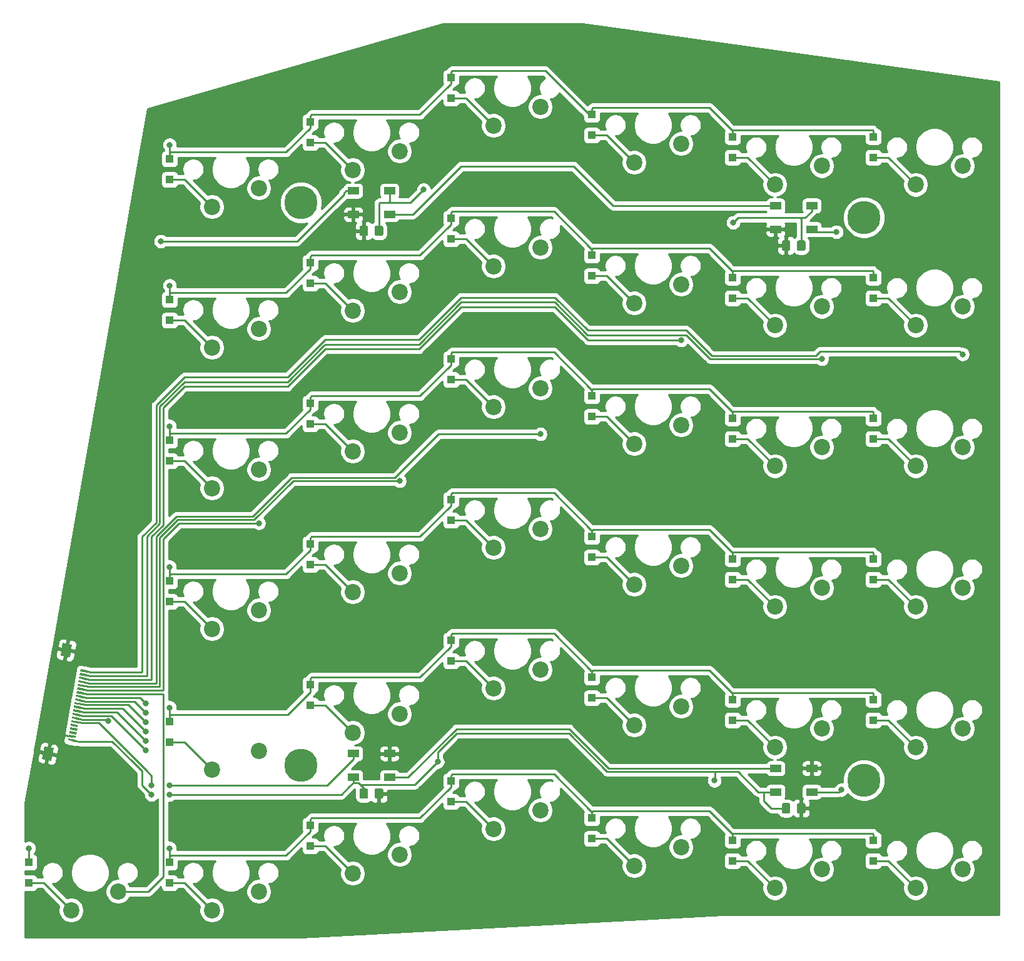
<source format=gbl>
G04 #@! TF.GenerationSoftware,KiCad,Pcbnew,5.1.5+dfsg1-2build2*
G04 #@! TF.CreationDate,2020-05-17T17:46:53-07:00*
G04 #@! TF.ProjectId,triad_right,74726961-645f-4726-9967-68742e6b6963,rev?*
G04 #@! TF.SameCoordinates,Original*
G04 #@! TF.FileFunction,Copper,L2,Bot*
G04 #@! TF.FilePolarity,Positive*
%FSLAX46Y46*%
G04 Gerber Fmt 4.6, Leading zero omitted, Abs format (unit mm)*
G04 Created by KiCad (PCBNEW 5.1.5+dfsg1-2build2) date 2020-05-17 17:46:53*
%MOMM*%
%LPD*%
G04 APERTURE LIST*
%ADD10C,2.200000*%
%ADD11C,4.500000*%
%ADD12R,1.100000X1.100000*%
%ADD13R,1.500000X1.000000*%
%ADD14C,0.100000*%
%ADD15C,0.800000*%
%ADD16C,0.250000*%
%ADD17C,0.254000*%
G04 APERTURE END LIST*
D10*
X74860000Y-76055000D03*
X81210000Y-73515000D03*
D11*
X67875000Y-118600000D03*
X144075000Y-120600000D03*
X67875000Y-42400000D03*
X144075000Y-44400000D03*
D12*
X50087500Y-36475000D03*
X50087500Y-39275000D03*
X69137500Y-34275000D03*
X69137500Y-31475000D03*
X88187500Y-25475000D03*
X88187500Y-28275000D03*
X107237500Y-30475000D03*
X107237500Y-33275000D03*
X126287500Y-33475000D03*
X126287500Y-36275000D03*
X145337500Y-36275000D03*
X145337500Y-33475000D03*
X50087500Y-55525000D03*
X50087500Y-58325000D03*
X69137500Y-53325000D03*
X69137500Y-50525000D03*
X88187500Y-44525000D03*
X88187500Y-47325000D03*
X107237500Y-52325000D03*
X107237500Y-49525000D03*
X126287500Y-52525000D03*
X126287500Y-55325000D03*
X145337500Y-55325000D03*
X145337500Y-52525000D03*
X50087500Y-74575000D03*
X50087500Y-77375000D03*
X69137500Y-72375000D03*
X69137500Y-69575000D03*
X88187500Y-66374999D03*
X88187500Y-63574999D03*
X107237500Y-68575000D03*
X107237500Y-71375000D03*
X126287500Y-74375000D03*
X126287500Y-71575000D03*
X145337500Y-71575000D03*
X145337500Y-74375000D03*
X50087500Y-93625000D03*
X50087500Y-96425000D03*
X69137500Y-91425000D03*
X69137500Y-88625000D03*
X88187500Y-85425000D03*
X88187500Y-82625000D03*
X107237500Y-87625000D03*
X107237500Y-90425000D03*
X126287500Y-93425000D03*
X126287500Y-90625000D03*
X145337500Y-90625000D03*
X145337500Y-93425000D03*
X31037499Y-134525000D03*
X31037499Y-131725000D03*
X50087500Y-115475000D03*
X50087500Y-112675000D03*
X69137500Y-107675000D03*
X69137500Y-110475000D03*
X88187500Y-104475000D03*
X88187500Y-101675000D03*
X107237500Y-106675000D03*
X107237500Y-109475000D03*
X126287500Y-112475000D03*
X126287500Y-109675000D03*
X145337500Y-109675000D03*
X145337500Y-112475000D03*
X50087500Y-134525000D03*
X50087500Y-131725000D03*
X69137500Y-126725000D03*
X69137500Y-129525000D03*
X88187500Y-123525000D03*
X88187500Y-120725000D03*
X107237500Y-125725000D03*
X107237500Y-128525000D03*
X126287500Y-131525000D03*
X126287500Y-128725000D03*
X145337500Y-128725000D03*
X145337500Y-131525000D03*
D10*
X62160000Y-40415000D03*
X55810000Y-42955000D03*
X74860000Y-37955000D03*
X81210000Y-35415000D03*
X100260000Y-29415000D03*
X93910000Y-31955000D03*
X112960000Y-36955000D03*
X119310000Y-34415000D03*
X138360000Y-37415000D03*
X132010000Y-39955000D03*
X151060000Y-39955000D03*
X157410000Y-37415000D03*
X62160000Y-59465000D03*
X55810000Y-62005000D03*
X74860000Y-57005000D03*
X81210000Y-54465000D03*
X100260000Y-48465000D03*
X93910000Y-51005000D03*
X112960000Y-56005000D03*
X119310000Y-53465000D03*
X138360000Y-56465000D03*
X132010000Y-59005000D03*
X151060000Y-59005000D03*
X157410000Y-56465000D03*
X62160000Y-78515000D03*
X55810000Y-81055000D03*
X100260000Y-67514999D03*
X93910000Y-70054999D03*
X112960000Y-75055000D03*
X119310000Y-72515000D03*
X138360000Y-75515000D03*
X132010000Y-78055000D03*
X151060000Y-78055000D03*
X157410000Y-75515000D03*
X62160000Y-97565000D03*
X55810000Y-100105000D03*
X81210000Y-92565000D03*
X74860000Y-95105000D03*
X93910000Y-89105000D03*
X100260000Y-86565000D03*
X119310000Y-91565000D03*
X112960000Y-94105000D03*
X132010000Y-97105000D03*
X138360000Y-94565000D03*
X157410000Y-94565000D03*
X151060000Y-97105000D03*
X43110000Y-135665000D03*
X36760000Y-138205000D03*
X55810000Y-119155000D03*
X62160000Y-116615000D03*
X81210000Y-111615000D03*
X74860000Y-114155000D03*
X93910000Y-108155000D03*
X100260000Y-105615000D03*
X112960000Y-113155000D03*
X119310000Y-110615000D03*
X138360000Y-113615000D03*
X132010000Y-116155000D03*
X151060000Y-116155000D03*
X157410000Y-113615000D03*
X62160000Y-135665000D03*
X55810000Y-138205000D03*
X74860000Y-133205000D03*
X81210000Y-130665000D03*
X100260000Y-124665000D03*
X93910000Y-127205000D03*
X112960000Y-132205000D03*
X119310000Y-129665000D03*
X138360000Y-132665000D03*
X132010000Y-135205000D03*
X151060000Y-135205000D03*
X157410000Y-132665000D03*
D13*
X79850000Y-40800000D03*
X79850000Y-44000000D03*
X74950000Y-40800000D03*
X74950000Y-44000000D03*
X132100000Y-46000000D03*
X132100000Y-42800000D03*
X137000000Y-46000000D03*
X137000000Y-42800000D03*
X132100000Y-122200000D03*
X132100000Y-119000000D03*
X137000000Y-122200000D03*
X137000000Y-119000000D03*
X79850000Y-117000000D03*
X79850000Y-120200000D03*
X74950000Y-117000000D03*
X74950000Y-120200000D03*
G04 #@! TA.AperFunction,SMDPad,CuDef*
D14*
G36*
X36588120Y-103962698D02*
G01*
X35307869Y-103736956D01*
X35614358Y-101998770D01*
X36894609Y-102224512D01*
X36588120Y-103962698D01*
G37*
G04 #@! TD.AperFunction*
G04 #@! TA.AperFunction,SMDPad,CuDef*
G36*
X34116238Y-117981436D02*
G01*
X32835987Y-117755694D01*
X33142476Y-116017508D01*
X34422727Y-116243250D01*
X34116238Y-117981436D01*
G37*
G04 #@! TD.AperFunction*
G04 #@! TA.AperFunction,SMDPad,CuDef*
G36*
X37313962Y-115394920D02*
G01*
X36329154Y-115221272D01*
X36380380Y-114930754D01*
X37365188Y-115104402D01*
X37313962Y-115394920D01*
G37*
G04 #@! TD.AperFunction*
G04 #@! TA.AperFunction,SMDPad,CuDef*
G36*
X37400786Y-114902516D02*
G01*
X36415978Y-114728868D01*
X36467204Y-114438350D01*
X37452012Y-114611998D01*
X37400786Y-114902516D01*
G37*
G04 #@! TD.AperFunction*
G04 #@! TA.AperFunction,SMDPad,CuDef*
G36*
X37487610Y-114410112D02*
G01*
X36502802Y-114236464D01*
X36554028Y-113945946D01*
X37538836Y-114119594D01*
X37487610Y-114410112D01*
G37*
G04 #@! TD.AperFunction*
G04 #@! TA.AperFunction,SMDPad,CuDef*
G36*
X37574434Y-113917708D02*
G01*
X36589626Y-113744060D01*
X36640852Y-113453542D01*
X37625660Y-113627190D01*
X37574434Y-113917708D01*
G37*
G04 #@! TD.AperFunction*
G04 #@! TA.AperFunction,SMDPad,CuDef*
G36*
X37661259Y-113425304D02*
G01*
X36676451Y-113251656D01*
X36727677Y-112961138D01*
X37712485Y-113134786D01*
X37661259Y-113425304D01*
G37*
G04 #@! TD.AperFunction*
G04 #@! TA.AperFunction,SMDPad,CuDef*
G36*
X37748083Y-112932900D02*
G01*
X36763275Y-112759252D01*
X36814501Y-112468734D01*
X37799309Y-112642382D01*
X37748083Y-112932900D01*
G37*
G04 #@! TD.AperFunction*
G04 #@! TA.AperFunction,SMDPad,CuDef*
G36*
X37834907Y-112440497D02*
G01*
X36850099Y-112266849D01*
X36901325Y-111976331D01*
X37886133Y-112149979D01*
X37834907Y-112440497D01*
G37*
G04 #@! TD.AperFunction*
G04 #@! TA.AperFunction,SMDPad,CuDef*
G36*
X37921731Y-111948093D02*
G01*
X36936923Y-111774445D01*
X36988149Y-111483927D01*
X37972957Y-111657575D01*
X37921731Y-111948093D01*
G37*
G04 #@! TD.AperFunction*
G04 #@! TA.AperFunction,SMDPad,CuDef*
G36*
X38008555Y-111455689D02*
G01*
X37023747Y-111282041D01*
X37074973Y-110991523D01*
X38059781Y-111165171D01*
X38008555Y-111455689D01*
G37*
G04 #@! TD.AperFunction*
G04 #@! TA.AperFunction,SMDPad,CuDef*
G36*
X38095379Y-110963285D02*
G01*
X37110571Y-110789637D01*
X37161797Y-110499119D01*
X38146605Y-110672767D01*
X38095379Y-110963285D01*
G37*
G04 #@! TD.AperFunction*
G04 #@! TA.AperFunction,SMDPad,CuDef*
G36*
X38182203Y-110470881D02*
G01*
X37197395Y-110297233D01*
X37248621Y-110006715D01*
X38233429Y-110180363D01*
X38182203Y-110470881D01*
G37*
G04 #@! TD.AperFunction*
G04 #@! TA.AperFunction,SMDPad,CuDef*
G36*
X38269027Y-109978477D02*
G01*
X37284219Y-109804829D01*
X37335445Y-109514311D01*
X38320253Y-109687959D01*
X38269027Y-109978477D01*
G37*
G04 #@! TD.AperFunction*
G04 #@! TA.AperFunction,SMDPad,CuDef*
G36*
X38355851Y-109486073D02*
G01*
X37371043Y-109312425D01*
X37422269Y-109021907D01*
X38407077Y-109195555D01*
X38355851Y-109486073D01*
G37*
G04 #@! TD.AperFunction*
G04 #@! TA.AperFunction,SMDPad,CuDef*
G36*
X38442675Y-108993669D02*
G01*
X37457867Y-108820021D01*
X37509093Y-108529503D01*
X38493901Y-108703151D01*
X38442675Y-108993669D01*
G37*
G04 #@! TD.AperFunction*
G04 #@! TA.AperFunction,SMDPad,CuDef*
G36*
X38529499Y-108501266D02*
G01*
X37544691Y-108327618D01*
X37595917Y-108037100D01*
X38580725Y-108210748D01*
X38529499Y-108501266D01*
G37*
G04 #@! TD.AperFunction*
G04 #@! TA.AperFunction,SMDPad,CuDef*
G36*
X38616323Y-108008862D02*
G01*
X37631515Y-107835214D01*
X37682741Y-107544696D01*
X38667549Y-107718344D01*
X38616323Y-108008862D01*
G37*
G04 #@! TD.AperFunction*
G04 #@! TA.AperFunction,SMDPad,CuDef*
G36*
X38703148Y-107516458D02*
G01*
X37718340Y-107342810D01*
X37769566Y-107052292D01*
X38754374Y-107225940D01*
X38703148Y-107516458D01*
G37*
G04 #@! TD.AperFunction*
G04 #@! TA.AperFunction,SMDPad,CuDef*
G36*
X38789972Y-107024054D02*
G01*
X37805164Y-106850406D01*
X37856390Y-106559888D01*
X38841198Y-106733536D01*
X38789972Y-107024054D01*
G37*
G04 #@! TD.AperFunction*
G04 #@! TA.AperFunction,SMDPad,CuDef*
G36*
X38876796Y-106531650D02*
G01*
X37891988Y-106358002D01*
X37943214Y-106067484D01*
X38928022Y-106241132D01*
X38876796Y-106531650D01*
G37*
G04 #@! TD.AperFunction*
G04 #@! TA.AperFunction,SMDPad,CuDef*
G36*
X38963620Y-106039246D02*
G01*
X37978812Y-105865598D01*
X38030038Y-105575080D01*
X39014846Y-105748728D01*
X38963620Y-106039246D01*
G37*
G04 #@! TD.AperFunction*
G04 #@! TA.AperFunction,SMDPad,CuDef*
G36*
X76724505Y-45511204D02*
G01*
X76748773Y-45514804D01*
X76772572Y-45520765D01*
X76795671Y-45529030D01*
X76817850Y-45539520D01*
X76838893Y-45552132D01*
X76858599Y-45566747D01*
X76876777Y-45583223D01*
X76893253Y-45601401D01*
X76907868Y-45621107D01*
X76920480Y-45642150D01*
X76930970Y-45664329D01*
X76939235Y-45687428D01*
X76945196Y-45711227D01*
X76948796Y-45735495D01*
X76950000Y-45759999D01*
X76950000Y-46660001D01*
X76948796Y-46684505D01*
X76945196Y-46708773D01*
X76939235Y-46732572D01*
X76930970Y-46755671D01*
X76920480Y-46777850D01*
X76907868Y-46798893D01*
X76893253Y-46818599D01*
X76876777Y-46836777D01*
X76858599Y-46853253D01*
X76838893Y-46867868D01*
X76817850Y-46880480D01*
X76795671Y-46890970D01*
X76772572Y-46899235D01*
X76748773Y-46905196D01*
X76724505Y-46908796D01*
X76700001Y-46910000D01*
X76049999Y-46910000D01*
X76025495Y-46908796D01*
X76001227Y-46905196D01*
X75977428Y-46899235D01*
X75954329Y-46890970D01*
X75932150Y-46880480D01*
X75911107Y-46867868D01*
X75891401Y-46853253D01*
X75873223Y-46836777D01*
X75856747Y-46818599D01*
X75842132Y-46798893D01*
X75829520Y-46777850D01*
X75819030Y-46755671D01*
X75810765Y-46732572D01*
X75804804Y-46708773D01*
X75801204Y-46684505D01*
X75800000Y-46660001D01*
X75800000Y-45759999D01*
X75801204Y-45735495D01*
X75804804Y-45711227D01*
X75810765Y-45687428D01*
X75819030Y-45664329D01*
X75829520Y-45642150D01*
X75842132Y-45621107D01*
X75856747Y-45601401D01*
X75873223Y-45583223D01*
X75891401Y-45566747D01*
X75911107Y-45552132D01*
X75932150Y-45539520D01*
X75954329Y-45529030D01*
X75977428Y-45520765D01*
X76001227Y-45514804D01*
X76025495Y-45511204D01*
X76049999Y-45510000D01*
X76700001Y-45510000D01*
X76724505Y-45511204D01*
G37*
G04 #@! TD.AperFunction*
G04 #@! TA.AperFunction,SMDPad,CuDef*
G36*
X78774505Y-45511204D02*
G01*
X78798773Y-45514804D01*
X78822572Y-45520765D01*
X78845671Y-45529030D01*
X78867850Y-45539520D01*
X78888893Y-45552132D01*
X78908599Y-45566747D01*
X78926777Y-45583223D01*
X78943253Y-45601401D01*
X78957868Y-45621107D01*
X78970480Y-45642150D01*
X78980970Y-45664329D01*
X78989235Y-45687428D01*
X78995196Y-45711227D01*
X78998796Y-45735495D01*
X79000000Y-45759999D01*
X79000000Y-46660001D01*
X78998796Y-46684505D01*
X78995196Y-46708773D01*
X78989235Y-46732572D01*
X78980970Y-46755671D01*
X78970480Y-46777850D01*
X78957868Y-46798893D01*
X78943253Y-46818599D01*
X78926777Y-46836777D01*
X78908599Y-46853253D01*
X78888893Y-46867868D01*
X78867850Y-46880480D01*
X78845671Y-46890970D01*
X78822572Y-46899235D01*
X78798773Y-46905196D01*
X78774505Y-46908796D01*
X78750001Y-46910000D01*
X78099999Y-46910000D01*
X78075495Y-46908796D01*
X78051227Y-46905196D01*
X78027428Y-46899235D01*
X78004329Y-46890970D01*
X77982150Y-46880480D01*
X77961107Y-46867868D01*
X77941401Y-46853253D01*
X77923223Y-46836777D01*
X77906747Y-46818599D01*
X77892132Y-46798893D01*
X77879520Y-46777850D01*
X77869030Y-46755671D01*
X77860765Y-46732572D01*
X77854804Y-46708773D01*
X77851204Y-46684505D01*
X77850000Y-46660001D01*
X77850000Y-45759999D01*
X77851204Y-45735495D01*
X77854804Y-45711227D01*
X77860765Y-45687428D01*
X77869030Y-45664329D01*
X77879520Y-45642150D01*
X77892132Y-45621107D01*
X77906747Y-45601401D01*
X77923223Y-45583223D01*
X77941401Y-45566747D01*
X77961107Y-45552132D01*
X77982150Y-45539520D01*
X78004329Y-45529030D01*
X78027428Y-45520765D01*
X78051227Y-45514804D01*
X78075495Y-45511204D01*
X78099999Y-45510000D01*
X78750001Y-45510000D01*
X78774505Y-45511204D01*
G37*
G04 #@! TD.AperFunction*
G04 #@! TA.AperFunction,SMDPad,CuDef*
G36*
X135924505Y-47511204D02*
G01*
X135948773Y-47514804D01*
X135972572Y-47520765D01*
X135995671Y-47529030D01*
X136017850Y-47539520D01*
X136038893Y-47552132D01*
X136058599Y-47566747D01*
X136076777Y-47583223D01*
X136093253Y-47601401D01*
X136107868Y-47621107D01*
X136120480Y-47642150D01*
X136130970Y-47664329D01*
X136139235Y-47687428D01*
X136145196Y-47711227D01*
X136148796Y-47735495D01*
X136150000Y-47759999D01*
X136150000Y-48660001D01*
X136148796Y-48684505D01*
X136145196Y-48708773D01*
X136139235Y-48732572D01*
X136130970Y-48755671D01*
X136120480Y-48777850D01*
X136107868Y-48798893D01*
X136093253Y-48818599D01*
X136076777Y-48836777D01*
X136058599Y-48853253D01*
X136038893Y-48867868D01*
X136017850Y-48880480D01*
X135995671Y-48890970D01*
X135972572Y-48899235D01*
X135948773Y-48905196D01*
X135924505Y-48908796D01*
X135900001Y-48910000D01*
X135249999Y-48910000D01*
X135225495Y-48908796D01*
X135201227Y-48905196D01*
X135177428Y-48899235D01*
X135154329Y-48890970D01*
X135132150Y-48880480D01*
X135111107Y-48867868D01*
X135091401Y-48853253D01*
X135073223Y-48836777D01*
X135056747Y-48818599D01*
X135042132Y-48798893D01*
X135029520Y-48777850D01*
X135019030Y-48755671D01*
X135010765Y-48732572D01*
X135004804Y-48708773D01*
X135001204Y-48684505D01*
X135000000Y-48660001D01*
X135000000Y-47759999D01*
X135001204Y-47735495D01*
X135004804Y-47711227D01*
X135010765Y-47687428D01*
X135019030Y-47664329D01*
X135029520Y-47642150D01*
X135042132Y-47621107D01*
X135056747Y-47601401D01*
X135073223Y-47583223D01*
X135091401Y-47566747D01*
X135111107Y-47552132D01*
X135132150Y-47539520D01*
X135154329Y-47529030D01*
X135177428Y-47520765D01*
X135201227Y-47514804D01*
X135225495Y-47511204D01*
X135249999Y-47510000D01*
X135900001Y-47510000D01*
X135924505Y-47511204D01*
G37*
G04 #@! TD.AperFunction*
G04 #@! TA.AperFunction,SMDPad,CuDef*
G36*
X133874505Y-47511204D02*
G01*
X133898773Y-47514804D01*
X133922572Y-47520765D01*
X133945671Y-47529030D01*
X133967850Y-47539520D01*
X133988893Y-47552132D01*
X134008599Y-47566747D01*
X134026777Y-47583223D01*
X134043253Y-47601401D01*
X134057868Y-47621107D01*
X134070480Y-47642150D01*
X134080970Y-47664329D01*
X134089235Y-47687428D01*
X134095196Y-47711227D01*
X134098796Y-47735495D01*
X134100000Y-47759999D01*
X134100000Y-48660001D01*
X134098796Y-48684505D01*
X134095196Y-48708773D01*
X134089235Y-48732572D01*
X134080970Y-48755671D01*
X134070480Y-48777850D01*
X134057868Y-48798893D01*
X134043253Y-48818599D01*
X134026777Y-48836777D01*
X134008599Y-48853253D01*
X133988893Y-48867868D01*
X133967850Y-48880480D01*
X133945671Y-48890970D01*
X133922572Y-48899235D01*
X133898773Y-48905196D01*
X133874505Y-48908796D01*
X133850001Y-48910000D01*
X133199999Y-48910000D01*
X133175495Y-48908796D01*
X133151227Y-48905196D01*
X133127428Y-48899235D01*
X133104329Y-48890970D01*
X133082150Y-48880480D01*
X133061107Y-48867868D01*
X133041401Y-48853253D01*
X133023223Y-48836777D01*
X133006747Y-48818599D01*
X132992132Y-48798893D01*
X132979520Y-48777850D01*
X132969030Y-48755671D01*
X132960765Y-48732572D01*
X132954804Y-48708773D01*
X132951204Y-48684505D01*
X132950000Y-48660001D01*
X132950000Y-47759999D01*
X132951204Y-47735495D01*
X132954804Y-47711227D01*
X132960765Y-47687428D01*
X132969030Y-47664329D01*
X132979520Y-47642150D01*
X132992132Y-47621107D01*
X133006747Y-47601401D01*
X133023223Y-47583223D01*
X133041401Y-47566747D01*
X133061107Y-47552132D01*
X133082150Y-47539520D01*
X133104329Y-47529030D01*
X133127428Y-47520765D01*
X133151227Y-47514804D01*
X133175495Y-47511204D01*
X133199999Y-47510000D01*
X133850001Y-47510000D01*
X133874505Y-47511204D01*
G37*
G04 #@! TD.AperFunction*
G04 #@! TA.AperFunction,SMDPad,CuDef*
G36*
X135924505Y-123711204D02*
G01*
X135948773Y-123714804D01*
X135972572Y-123720765D01*
X135995671Y-123729030D01*
X136017850Y-123739520D01*
X136038893Y-123752132D01*
X136058599Y-123766747D01*
X136076777Y-123783223D01*
X136093253Y-123801401D01*
X136107868Y-123821107D01*
X136120480Y-123842150D01*
X136130970Y-123864329D01*
X136139235Y-123887428D01*
X136145196Y-123911227D01*
X136148796Y-123935495D01*
X136150000Y-123959999D01*
X136150000Y-124860001D01*
X136148796Y-124884505D01*
X136145196Y-124908773D01*
X136139235Y-124932572D01*
X136130970Y-124955671D01*
X136120480Y-124977850D01*
X136107868Y-124998893D01*
X136093253Y-125018599D01*
X136076777Y-125036777D01*
X136058599Y-125053253D01*
X136038893Y-125067868D01*
X136017850Y-125080480D01*
X135995671Y-125090970D01*
X135972572Y-125099235D01*
X135948773Y-125105196D01*
X135924505Y-125108796D01*
X135900001Y-125110000D01*
X135249999Y-125110000D01*
X135225495Y-125108796D01*
X135201227Y-125105196D01*
X135177428Y-125099235D01*
X135154329Y-125090970D01*
X135132150Y-125080480D01*
X135111107Y-125067868D01*
X135091401Y-125053253D01*
X135073223Y-125036777D01*
X135056747Y-125018599D01*
X135042132Y-124998893D01*
X135029520Y-124977850D01*
X135019030Y-124955671D01*
X135010765Y-124932572D01*
X135004804Y-124908773D01*
X135001204Y-124884505D01*
X135000000Y-124860001D01*
X135000000Y-123959999D01*
X135001204Y-123935495D01*
X135004804Y-123911227D01*
X135010765Y-123887428D01*
X135019030Y-123864329D01*
X135029520Y-123842150D01*
X135042132Y-123821107D01*
X135056747Y-123801401D01*
X135073223Y-123783223D01*
X135091401Y-123766747D01*
X135111107Y-123752132D01*
X135132150Y-123739520D01*
X135154329Y-123729030D01*
X135177428Y-123720765D01*
X135201227Y-123714804D01*
X135225495Y-123711204D01*
X135249999Y-123710000D01*
X135900001Y-123710000D01*
X135924505Y-123711204D01*
G37*
G04 #@! TD.AperFunction*
G04 #@! TA.AperFunction,SMDPad,CuDef*
G36*
X133874505Y-123711204D02*
G01*
X133898773Y-123714804D01*
X133922572Y-123720765D01*
X133945671Y-123729030D01*
X133967850Y-123739520D01*
X133988893Y-123752132D01*
X134008599Y-123766747D01*
X134026777Y-123783223D01*
X134043253Y-123801401D01*
X134057868Y-123821107D01*
X134070480Y-123842150D01*
X134080970Y-123864329D01*
X134089235Y-123887428D01*
X134095196Y-123911227D01*
X134098796Y-123935495D01*
X134100000Y-123959999D01*
X134100000Y-124860001D01*
X134098796Y-124884505D01*
X134095196Y-124908773D01*
X134089235Y-124932572D01*
X134080970Y-124955671D01*
X134070480Y-124977850D01*
X134057868Y-124998893D01*
X134043253Y-125018599D01*
X134026777Y-125036777D01*
X134008599Y-125053253D01*
X133988893Y-125067868D01*
X133967850Y-125080480D01*
X133945671Y-125090970D01*
X133922572Y-125099235D01*
X133898773Y-125105196D01*
X133874505Y-125108796D01*
X133850001Y-125110000D01*
X133199999Y-125110000D01*
X133175495Y-125108796D01*
X133151227Y-125105196D01*
X133127428Y-125099235D01*
X133104329Y-125090970D01*
X133082150Y-125080480D01*
X133061107Y-125067868D01*
X133041401Y-125053253D01*
X133023223Y-125036777D01*
X133006747Y-125018599D01*
X132992132Y-124998893D01*
X132979520Y-124977850D01*
X132969030Y-124955671D01*
X132960765Y-124932572D01*
X132954804Y-124908773D01*
X132951204Y-124884505D01*
X132950000Y-124860001D01*
X132950000Y-123959999D01*
X132951204Y-123935495D01*
X132954804Y-123911227D01*
X132960765Y-123887428D01*
X132969030Y-123864329D01*
X132979520Y-123842150D01*
X132992132Y-123821107D01*
X133006747Y-123801401D01*
X133023223Y-123783223D01*
X133041401Y-123766747D01*
X133061107Y-123752132D01*
X133082150Y-123739520D01*
X133104329Y-123729030D01*
X133127428Y-123720765D01*
X133151227Y-123714804D01*
X133175495Y-123711204D01*
X133199999Y-123710000D01*
X133850001Y-123710000D01*
X133874505Y-123711204D01*
G37*
G04 #@! TD.AperFunction*
G04 #@! TA.AperFunction,SMDPad,CuDef*
G36*
X76724505Y-121711204D02*
G01*
X76748773Y-121714804D01*
X76772572Y-121720765D01*
X76795671Y-121729030D01*
X76817850Y-121739520D01*
X76838893Y-121752132D01*
X76858599Y-121766747D01*
X76876777Y-121783223D01*
X76893253Y-121801401D01*
X76907868Y-121821107D01*
X76920480Y-121842150D01*
X76930970Y-121864329D01*
X76939235Y-121887428D01*
X76945196Y-121911227D01*
X76948796Y-121935495D01*
X76950000Y-121959999D01*
X76950000Y-122860001D01*
X76948796Y-122884505D01*
X76945196Y-122908773D01*
X76939235Y-122932572D01*
X76930970Y-122955671D01*
X76920480Y-122977850D01*
X76907868Y-122998893D01*
X76893253Y-123018599D01*
X76876777Y-123036777D01*
X76858599Y-123053253D01*
X76838893Y-123067868D01*
X76817850Y-123080480D01*
X76795671Y-123090970D01*
X76772572Y-123099235D01*
X76748773Y-123105196D01*
X76724505Y-123108796D01*
X76700001Y-123110000D01*
X76049999Y-123110000D01*
X76025495Y-123108796D01*
X76001227Y-123105196D01*
X75977428Y-123099235D01*
X75954329Y-123090970D01*
X75932150Y-123080480D01*
X75911107Y-123067868D01*
X75891401Y-123053253D01*
X75873223Y-123036777D01*
X75856747Y-123018599D01*
X75842132Y-122998893D01*
X75829520Y-122977850D01*
X75819030Y-122955671D01*
X75810765Y-122932572D01*
X75804804Y-122908773D01*
X75801204Y-122884505D01*
X75800000Y-122860001D01*
X75800000Y-121959999D01*
X75801204Y-121935495D01*
X75804804Y-121911227D01*
X75810765Y-121887428D01*
X75819030Y-121864329D01*
X75829520Y-121842150D01*
X75842132Y-121821107D01*
X75856747Y-121801401D01*
X75873223Y-121783223D01*
X75891401Y-121766747D01*
X75911107Y-121752132D01*
X75932150Y-121739520D01*
X75954329Y-121729030D01*
X75977428Y-121720765D01*
X76001227Y-121714804D01*
X76025495Y-121711204D01*
X76049999Y-121710000D01*
X76700001Y-121710000D01*
X76724505Y-121711204D01*
G37*
G04 #@! TD.AperFunction*
G04 #@! TA.AperFunction,SMDPad,CuDef*
G36*
X78774505Y-121711204D02*
G01*
X78798773Y-121714804D01*
X78822572Y-121720765D01*
X78845671Y-121729030D01*
X78867850Y-121739520D01*
X78888893Y-121752132D01*
X78908599Y-121766747D01*
X78926777Y-121783223D01*
X78943253Y-121801401D01*
X78957868Y-121821107D01*
X78970480Y-121842150D01*
X78980970Y-121864329D01*
X78989235Y-121887428D01*
X78995196Y-121911227D01*
X78998796Y-121935495D01*
X79000000Y-121959999D01*
X79000000Y-122860001D01*
X78998796Y-122884505D01*
X78995196Y-122908773D01*
X78989235Y-122932572D01*
X78980970Y-122955671D01*
X78970480Y-122977850D01*
X78957868Y-122998893D01*
X78943253Y-123018599D01*
X78926777Y-123036777D01*
X78908599Y-123053253D01*
X78888893Y-123067868D01*
X78867850Y-123080480D01*
X78845671Y-123090970D01*
X78822572Y-123099235D01*
X78798773Y-123105196D01*
X78774505Y-123108796D01*
X78750001Y-123110000D01*
X78099999Y-123110000D01*
X78075495Y-123108796D01*
X78051227Y-123105196D01*
X78027428Y-123099235D01*
X78004329Y-123090970D01*
X77982150Y-123080480D01*
X77961107Y-123067868D01*
X77941401Y-123053253D01*
X77923223Y-123036777D01*
X77906747Y-123018599D01*
X77892132Y-122998893D01*
X77879520Y-122977850D01*
X77869030Y-122955671D01*
X77860765Y-122932572D01*
X77854804Y-122908773D01*
X77851204Y-122884505D01*
X77850000Y-122860001D01*
X77850000Y-121959999D01*
X77851204Y-121935495D01*
X77854804Y-121911227D01*
X77860765Y-121887428D01*
X77869030Y-121864329D01*
X77879520Y-121842150D01*
X77892132Y-121821107D01*
X77906747Y-121801401D01*
X77923223Y-121783223D01*
X77941401Y-121766747D01*
X77961107Y-121752132D01*
X77982150Y-121739520D01*
X78004329Y-121729030D01*
X78027428Y-121720765D01*
X78051227Y-121714804D01*
X78075495Y-121711204D01*
X78099999Y-121710000D01*
X78750001Y-121710000D01*
X78774505Y-121711204D01*
G37*
G04 #@! TD.AperFunction*
D15*
X50087500Y-34570000D03*
X46850000Y-110205000D03*
X46850000Y-111475000D03*
X50087500Y-53620000D03*
X46850000Y-112745000D03*
X50087500Y-72670000D03*
X46850000Y-114015000D03*
X50087500Y-91720000D03*
X46850000Y-115285000D03*
X50087500Y-110770000D03*
X31037499Y-129820000D03*
X46850000Y-116555000D03*
X50087500Y-129820000D03*
X47625000Y-121285000D03*
X50075000Y-121285000D03*
X41787347Y-112615000D03*
X48895000Y-47625000D03*
X140970000Y-121920000D03*
X140335000Y-46355000D03*
X157410000Y-62935000D03*
X138360000Y-63570000D03*
X119310000Y-61030000D03*
X100260000Y-73730000D03*
X81210000Y-80080000D03*
X62160000Y-85795000D03*
X47625000Y-122555000D03*
X50075000Y-122555000D03*
X123825000Y-120650000D03*
X126365000Y-45085000D03*
X86360000Y-118110000D03*
X84455000Y-40640000D03*
D16*
X69137500Y-32275000D02*
X65862501Y-35549999D01*
X69137500Y-31475000D02*
X69137500Y-32275000D01*
X50087500Y-35675000D02*
X50087500Y-36475000D01*
X50212501Y-35549999D02*
X50087500Y-35675000D01*
X65862501Y-35549999D02*
X50212501Y-35549999D01*
X88187500Y-26275000D02*
X83982500Y-30480000D01*
X88187500Y-25475000D02*
X88187500Y-26275000D01*
X69137500Y-30675000D02*
X69137500Y-31475000D01*
X69332500Y-30480000D02*
X69137500Y-30675000D01*
X83982500Y-30480000D02*
X69332500Y-30480000D01*
X88187500Y-24675000D02*
X88187500Y-25475000D01*
X100944001Y-24549999D02*
X88312501Y-24549999D01*
X106869002Y-30475000D02*
X100944001Y-24549999D01*
X88312501Y-24549999D02*
X88187500Y-24675000D01*
X107237500Y-30475000D02*
X106869002Y-30475000D01*
X123162499Y-29549999D02*
X126287500Y-32675000D01*
X107362501Y-29549999D02*
X123162499Y-29549999D01*
X107237500Y-29675000D02*
X107362501Y-29549999D01*
X107237500Y-30475000D02*
X107237500Y-29675000D01*
X145337500Y-32675000D02*
X145337500Y-33475000D01*
X145212499Y-32549999D02*
X145337500Y-32675000D01*
X126412501Y-32549999D02*
X145212499Y-32549999D01*
X126287500Y-32675000D02*
X126412501Y-32549999D01*
X126287500Y-33475000D02*
X126287500Y-32675000D01*
X50087500Y-36475000D02*
X50087500Y-34570000D01*
X37889000Y-109254000D02*
X38874000Y-109428000D01*
X46073000Y-109428000D02*
X46850000Y-110205000D01*
X38874000Y-109428000D02*
X46073000Y-109428000D01*
X52130000Y-39275000D02*
X55810000Y-42955000D01*
X50087500Y-39275000D02*
X52130000Y-39275000D01*
X71180000Y-34275000D02*
X74860000Y-37955000D01*
X69137500Y-34275000D02*
X71180000Y-34275000D01*
X90230000Y-28275000D02*
X93910000Y-31955000D01*
X88187500Y-28275000D02*
X90230000Y-28275000D01*
X109280000Y-33275000D02*
X112960000Y-36955000D01*
X107237500Y-33275000D02*
X109280000Y-33275000D01*
X128330000Y-36275000D02*
X132010000Y-39955000D01*
X126287500Y-36275000D02*
X128330000Y-36275000D01*
X147380000Y-36275000D02*
X151060000Y-39955000D01*
X145337500Y-36275000D02*
X147380000Y-36275000D01*
X52130000Y-58325000D02*
X55810000Y-62005000D01*
X50087500Y-58325000D02*
X52130000Y-58325000D01*
X37802236Y-109746394D02*
X38787000Y-109920000D01*
X126412501Y-51599999D02*
X126287500Y-51725000D01*
X145212499Y-51599999D02*
X126412501Y-51599999D01*
X145337500Y-51725000D02*
X145212499Y-51599999D01*
X145337500Y-52525000D02*
X145337500Y-51725000D01*
X107362501Y-48599999D02*
X107237500Y-48725000D01*
X123162499Y-48599999D02*
X107362501Y-48599999D01*
X126287500Y-51725000D02*
X123162499Y-48599999D01*
X126287500Y-52525000D02*
X126287500Y-51725000D01*
X88312501Y-43599999D02*
X88187500Y-43725000D01*
X102112499Y-43599999D02*
X88312501Y-43599999D01*
X107237500Y-48725000D02*
X102112499Y-43599999D01*
X88187500Y-43725000D02*
X88187500Y-44525000D01*
X107237500Y-49525000D02*
X107237500Y-48725000D01*
X88187500Y-45325000D02*
X83982500Y-49530000D01*
X88187500Y-44525000D02*
X88187500Y-45325000D01*
X69137500Y-49725000D02*
X69137500Y-50525000D01*
X69332500Y-49530000D02*
X69137500Y-49725000D01*
X83982500Y-49530000D02*
X69332500Y-49530000D01*
X69137500Y-51325000D02*
X65862501Y-54599999D01*
X69137500Y-50525000D02*
X69137500Y-51325000D01*
X50087500Y-54725000D02*
X50087500Y-55525000D01*
X50212501Y-54599999D02*
X50087500Y-54725000D01*
X65862501Y-54599999D02*
X50212501Y-54599999D01*
X50087500Y-55525000D02*
X50087500Y-53620000D01*
X45295000Y-109920000D02*
X46850000Y-111475000D01*
X38787000Y-109920000D02*
X45295000Y-109920000D01*
X71180000Y-53325000D02*
X74860000Y-57005000D01*
X69137500Y-53325000D02*
X71180000Y-53325000D01*
X90230000Y-47325000D02*
X93910000Y-51005000D01*
X88187500Y-47325000D02*
X90230000Y-47325000D01*
X109280000Y-52325000D02*
X112960000Y-56005000D01*
X107237500Y-52325000D02*
X109280000Y-52325000D01*
X128330000Y-55325000D02*
X132010000Y-59005000D01*
X126287500Y-55325000D02*
X128330000Y-55325000D01*
X147380000Y-55325000D02*
X151060000Y-59005000D01*
X145337500Y-55325000D02*
X147380000Y-55325000D01*
X52130000Y-77375000D02*
X55810000Y-81055000D01*
X50087500Y-77375000D02*
X52130000Y-77375000D01*
X37715000Y-110239000D02*
X38700000Y-110412000D01*
X126412501Y-70649999D02*
X126287500Y-70775000D01*
X145212499Y-70649999D02*
X126412501Y-70649999D01*
X145337500Y-70775000D02*
X145212499Y-70649999D01*
X145337500Y-71575000D02*
X145337500Y-70775000D01*
X107362501Y-67649999D02*
X107237500Y-67775000D01*
X126287500Y-70775000D02*
X123162499Y-67649999D01*
X123162499Y-67649999D02*
X107362501Y-67649999D01*
X126287500Y-71575000D02*
X126287500Y-70775000D01*
X88187500Y-62774999D02*
X88187500Y-63574999D01*
X88312501Y-62649998D02*
X88187500Y-62774999D01*
X102112498Y-62649998D02*
X88312501Y-62649998D01*
X107237500Y-67775000D02*
X102112498Y-62649998D01*
X107237500Y-68575000D02*
X107237500Y-67775000D01*
X88187500Y-64374999D02*
X83982499Y-68580000D01*
X88187500Y-63574999D02*
X88187500Y-64374999D01*
X69137500Y-68775000D02*
X69137500Y-69575000D01*
X69332500Y-68580000D02*
X69137500Y-68775000D01*
X83982499Y-68580000D02*
X69332500Y-68580000D01*
X69137500Y-70375000D02*
X65862501Y-73649999D01*
X69137500Y-69575000D02*
X69137500Y-70375000D01*
X50087500Y-73775000D02*
X50087500Y-74575000D01*
X50212501Y-73649999D02*
X50087500Y-73775000D01*
X65862501Y-73649999D02*
X50212501Y-73649999D01*
X50087500Y-74575000D02*
X50087500Y-72670000D01*
X44517000Y-110412000D02*
X46850000Y-112745000D01*
X38700000Y-110412000D02*
X44517000Y-110412000D01*
X71180000Y-72375000D02*
X74860000Y-76055000D01*
X69137500Y-72375000D02*
X71180000Y-72375000D01*
X90230000Y-66374999D02*
X93910000Y-70054999D01*
X88187500Y-66374999D02*
X90230000Y-66374999D01*
X109280000Y-71375000D02*
X112960000Y-75055000D01*
X107237500Y-71375000D02*
X109280000Y-71375000D01*
X128330000Y-74375000D02*
X132010000Y-78055000D01*
X126287500Y-74375000D02*
X128330000Y-74375000D01*
X147380000Y-74375000D02*
X151060000Y-78055000D01*
X145337500Y-74375000D02*
X147380000Y-74375000D01*
X37629000Y-110731000D02*
X38613000Y-110905000D01*
X126412501Y-89699999D02*
X126287500Y-89825000D01*
X145212499Y-89699999D02*
X126412501Y-89699999D01*
X145337500Y-89825000D02*
X145212499Y-89699999D01*
X145337500Y-90625000D02*
X145337500Y-89825000D01*
X123162499Y-86699999D02*
X107362501Y-86699999D01*
X126287500Y-89825000D02*
X123162499Y-86699999D01*
X107362501Y-86699999D02*
X107237500Y-86825000D01*
X126287500Y-90625000D02*
X126287500Y-89825000D01*
X88187500Y-81825000D02*
X88187500Y-82625000D01*
X102112499Y-81699999D02*
X88312501Y-81699999D01*
X107237500Y-86825000D02*
X102112499Y-81699999D01*
X88312501Y-81699999D02*
X88187500Y-81825000D01*
X107237500Y-87625000D02*
X107237500Y-86825000D01*
X88187500Y-83425000D02*
X83982500Y-87630000D01*
X88187500Y-82625000D02*
X88187500Y-83425000D01*
X69137500Y-87825000D02*
X69137500Y-88625000D01*
X69332500Y-87630000D02*
X69137500Y-87825000D01*
X83982500Y-87630000D02*
X69332500Y-87630000D01*
X69137500Y-89425000D02*
X65862501Y-92699999D01*
X69137500Y-88625000D02*
X69137500Y-89425000D01*
X50087500Y-92825000D02*
X50087500Y-93625000D01*
X50212501Y-92699999D02*
X50087500Y-92825000D01*
X65862501Y-92699999D02*
X50212501Y-92699999D01*
X50087500Y-93625000D02*
X50087500Y-91720000D01*
X43740000Y-110905000D02*
X46850000Y-114015000D01*
X38613000Y-110905000D02*
X43740000Y-110905000D01*
X52130000Y-96425000D02*
X55810000Y-100105000D01*
X50087500Y-96425000D02*
X52130000Y-96425000D01*
X71180000Y-91425000D02*
X74860000Y-95105000D01*
X69137500Y-91425000D02*
X71180000Y-91425000D01*
X90230000Y-85425000D02*
X93910000Y-89105000D01*
X88187500Y-85425000D02*
X90230000Y-85425000D01*
X109280000Y-90425000D02*
X112960000Y-94105000D01*
X107237500Y-90425000D02*
X109280000Y-90425000D01*
X128330000Y-93425000D02*
X132010000Y-97105000D01*
X126287500Y-93425000D02*
X128330000Y-93425000D01*
X147380000Y-93425000D02*
X151060000Y-97105000D01*
X145337500Y-93425000D02*
X147380000Y-93425000D01*
X33080000Y-134525000D02*
X36760000Y-138205000D01*
X31037499Y-134525000D02*
X33080000Y-134525000D01*
X37542000Y-111224000D02*
X38527000Y-111397000D01*
X126412501Y-108749999D02*
X126287500Y-108875000D01*
X145212499Y-108749999D02*
X126412501Y-108749999D01*
X145337500Y-108875000D02*
X145212499Y-108749999D01*
X145337500Y-109675000D02*
X145337500Y-108875000D01*
X107362501Y-105749999D02*
X107237500Y-105875000D01*
X123162499Y-105749999D02*
X107362501Y-105749999D01*
X126287500Y-108875000D02*
X123162499Y-105749999D01*
X126287500Y-109675000D02*
X126287500Y-108875000D01*
X88187500Y-100875000D02*
X88187500Y-101675000D01*
X88312501Y-100749999D02*
X88187500Y-100875000D01*
X102112499Y-100749999D02*
X88312501Y-100749999D01*
X107237500Y-105875000D02*
X102112499Y-100749999D01*
X107237500Y-106675000D02*
X107237500Y-105875000D01*
X88187500Y-102475000D02*
X83982500Y-106680000D01*
X88187500Y-101675000D02*
X88187500Y-102475000D01*
X69137500Y-106875000D02*
X69137500Y-107675000D01*
X69332500Y-106680000D02*
X69137500Y-106875000D01*
X83982500Y-106680000D02*
X69332500Y-106680000D01*
X69137500Y-107675000D02*
X69137500Y-108662500D01*
X50087500Y-111875000D02*
X50087500Y-112675000D01*
X66050001Y-111749999D02*
X50212501Y-111749999D01*
X50212501Y-111749999D02*
X50087500Y-111875000D01*
X69137500Y-108662500D02*
X66050001Y-111749999D01*
X50087500Y-112675000D02*
X50087500Y-110770000D01*
X31037499Y-131725000D02*
X31037499Y-129820000D01*
X42962000Y-111397000D02*
X46850000Y-115285000D01*
X38527000Y-111397000D02*
X42962000Y-111397000D01*
X52130000Y-115475000D02*
X55810000Y-119155000D01*
X50087500Y-115475000D02*
X52130000Y-115475000D01*
X71180000Y-110475000D02*
X74860000Y-114155000D01*
X69137500Y-110475000D02*
X71180000Y-110475000D01*
X90230000Y-104475000D02*
X93910000Y-108155000D01*
X88187500Y-104475000D02*
X90230000Y-104475000D01*
X109280000Y-109475000D02*
X112960000Y-113155000D01*
X107237500Y-109475000D02*
X109280000Y-109475000D01*
X128330000Y-112475000D02*
X132010000Y-116155000D01*
X126287500Y-112475000D02*
X128330000Y-112475000D01*
X147380000Y-112475000D02*
X151060000Y-116155000D01*
X145337500Y-112475000D02*
X147380000Y-112475000D01*
X52130000Y-134525000D02*
X55810000Y-138205000D01*
X50087500Y-134525000D02*
X52130000Y-134525000D01*
X37455000Y-111716000D02*
X38440000Y-111890000D01*
X145212499Y-127799999D02*
X145337500Y-127925000D01*
X145337500Y-127925000D02*
X145337500Y-128725000D01*
X126412501Y-127799999D02*
X145212499Y-127799999D01*
X126287500Y-127925000D02*
X126412501Y-127799999D01*
X107362501Y-124799999D02*
X107237500Y-124925000D01*
X123162499Y-124799999D02*
X107362501Y-124799999D01*
X126287500Y-127925000D02*
X123162499Y-124799999D01*
X126287500Y-128725000D02*
X126287500Y-127925000D01*
X88187500Y-119925000D02*
X88187500Y-120725000D01*
X88312501Y-119799999D02*
X88187500Y-119925000D01*
X102112499Y-119799999D02*
X88312501Y-119799999D01*
X107237500Y-124925000D02*
X102112499Y-119799999D01*
X107237500Y-125725000D02*
X107237500Y-124925000D01*
X88187500Y-121525000D02*
X83982500Y-125730000D01*
X88187500Y-120725000D02*
X88187500Y-121525000D01*
X69137500Y-125925000D02*
X69137500Y-126725000D01*
X69332500Y-125730000D02*
X69137500Y-125925000D01*
X83982500Y-125730000D02*
X69332500Y-125730000D01*
X50087500Y-130925000D02*
X50087500Y-131725000D01*
X50212501Y-130799999D02*
X50087500Y-130925000D01*
X65862501Y-130799999D02*
X50212501Y-130799999D01*
X69137500Y-127525000D02*
X65862501Y-130799999D01*
X69137500Y-126725000D02*
X69137500Y-127525000D01*
X50087500Y-131725000D02*
X50087500Y-129820000D01*
X42185000Y-111890000D02*
X46850000Y-116555000D01*
X38440000Y-111890000D02*
X42185000Y-111890000D01*
X71180000Y-129525000D02*
X74860000Y-133205000D01*
X69137500Y-129525000D02*
X71180000Y-129525000D01*
X90230000Y-123525000D02*
X93910000Y-127205000D01*
X88187500Y-123525000D02*
X90230000Y-123525000D01*
X109280000Y-128525000D02*
X112960000Y-132205000D01*
X107237500Y-128525000D02*
X109280000Y-128525000D01*
X128330000Y-131525000D02*
X132010000Y-135205000D01*
X126287500Y-131525000D02*
X128330000Y-131525000D01*
X147380000Y-131525000D02*
X151060000Y-135205000D01*
X145337500Y-131525000D02*
X147380000Y-131525000D01*
X36934000Y-114670000D02*
X35949000Y-114497000D01*
X33629357Y-116103358D02*
X33629357Y-116999472D01*
X35235715Y-114497000D02*
X33629357Y-116103358D01*
X35949000Y-114497000D02*
X35235715Y-114497000D01*
X37281000Y-112701000D02*
X38266000Y-112874000D01*
X38266000Y-112874000D02*
X40484000Y-112874000D01*
X40484000Y-112874000D02*
X46990000Y-119380000D01*
X47625000Y-120015000D02*
X47625000Y-121285000D01*
X46990000Y-119380000D02*
X47625000Y-120015000D01*
X74950000Y-117750000D02*
X74950000Y-117000000D01*
X71415000Y-121285000D02*
X74950000Y-117750000D01*
X50075000Y-121285000D02*
X71415000Y-121285000D01*
X37368000Y-112208000D02*
X38353000Y-112382000D01*
X41554347Y-112382000D02*
X41787347Y-112615000D01*
X38353000Y-112382000D02*
X41554347Y-112382000D01*
X73950000Y-40800000D02*
X74950000Y-40800000D01*
X73660000Y-41090000D02*
X73950000Y-40800000D01*
X73660000Y-41275000D02*
X73660000Y-41090000D01*
X67310000Y-47625000D02*
X73660000Y-41275000D01*
X48895000Y-47625000D02*
X67310000Y-47625000D01*
X110110000Y-42800000D02*
X132100000Y-42800000D01*
X104775000Y-37465000D02*
X110110000Y-42800000D01*
X89535000Y-37465000D02*
X104775000Y-37465000D01*
X83000000Y-44000000D02*
X89535000Y-37465000D01*
X79850000Y-44000000D02*
X83000000Y-44000000D01*
X140690000Y-122200000D02*
X140970000Y-121920000D01*
X137000000Y-122200000D02*
X140690000Y-122200000D01*
X137355000Y-46355000D02*
X137000000Y-46000000D01*
X140335000Y-46355000D02*
X137355000Y-46355000D01*
X79850000Y-120200000D02*
X82365000Y-120200000D01*
X82365000Y-120200000D02*
X88900000Y-113665000D01*
X88900000Y-113665000D02*
X104140000Y-113665000D01*
X109475000Y-119000000D02*
X132100000Y-119000000D01*
X104140000Y-113665000D02*
X109475000Y-119000000D01*
X137540010Y-63119990D02*
X138124999Y-62535001D01*
X120016410Y-59690000D02*
X123446400Y-63119990D01*
X157010001Y-62535001D02*
X157410000Y-62935000D01*
X46355000Y-87622950D02*
X48260000Y-85717950D01*
X46355000Y-105981000D02*
X46355000Y-87622950D01*
X123446400Y-63119990D02*
X137540010Y-63119990D01*
X48260000Y-85717950D02*
X48260000Y-69847180D01*
X48260000Y-69847180D02*
X52067180Y-66040000D01*
X39482000Y-105981000D02*
X46355000Y-105981000D01*
X106682820Y-59690000D02*
X120016410Y-59690000D01*
X52067180Y-66040000D02*
X66037180Y-66040000D01*
X66037180Y-66040000D02*
X71117180Y-60960000D01*
X38497000Y-105807000D02*
X39482000Y-105981000D01*
X71117180Y-60960000D02*
X83817180Y-60960000D01*
X138124999Y-62535001D02*
X157010001Y-62535001D01*
X83817180Y-60960000D02*
X89532180Y-55245000D01*
X89532180Y-55245000D02*
X102237820Y-55245000D01*
X102237820Y-55245000D02*
X106682820Y-59690000D01*
X46990000Y-106473000D02*
X39395000Y-106473000D01*
X46990000Y-87624360D02*
X46990000Y-106473000D01*
X123260000Y-63570000D02*
X119994999Y-60304999D01*
X119994999Y-60304999D02*
X106661409Y-60304999D01*
X66038590Y-66675000D02*
X52068590Y-66675000D01*
X106661409Y-60304999D02*
X102236410Y-55880000D01*
X39395000Y-106473000D02*
X38410000Y-106300000D01*
X48762489Y-85851871D02*
X46990000Y-87624360D01*
X102236410Y-55880000D02*
X89533590Y-55880000D01*
X71120000Y-61595000D02*
X70935010Y-61779990D01*
X89533590Y-55880000D02*
X83818590Y-61595000D01*
X52068590Y-66675000D02*
X48762489Y-69981101D01*
X138360000Y-63570000D02*
X123260000Y-63570000D01*
X83818590Y-61595000D02*
X71120000Y-61595000D01*
X70935010Y-61779990D02*
X70933599Y-61779991D01*
X70933599Y-61779991D02*
X66038590Y-66675000D01*
X48762489Y-69981101D02*
X48762489Y-85851871D01*
X102235000Y-56515000D02*
X106750000Y-61030000D01*
X89535000Y-56515000D02*
X102235000Y-56515000D01*
X71120000Y-62230000D02*
X83820000Y-62230000D01*
X52070000Y-67310000D02*
X66040000Y-67310000D01*
X106750000Y-61030000D02*
X119310000Y-61030000D01*
X47625000Y-87625770D02*
X49212499Y-86038271D01*
X47625000Y-106966000D02*
X47625000Y-87625770D01*
X83820000Y-62230000D02*
X89535000Y-56515000D01*
X39308000Y-106966000D02*
X47625000Y-106966000D01*
X66040000Y-67310000D02*
X71120000Y-62230000D01*
X49212499Y-70167501D02*
X52070000Y-67310000D01*
X49212499Y-86038271D02*
X49212499Y-70167501D01*
X38323000Y-106792000D02*
X39308000Y-106966000D01*
X80587008Y-79629990D02*
X86486998Y-73730000D01*
X66615597Y-79629991D02*
X80587008Y-79629990D01*
X61350608Y-84894980D02*
X66615597Y-79629991D01*
X86486998Y-73730000D02*
X100260000Y-73730000D01*
X48260000Y-87627180D02*
X50992200Y-84894980D01*
X50992200Y-84894980D02*
X61350608Y-84894980D01*
X48260000Y-107458000D02*
X48260000Y-87627180D01*
X39221000Y-107458000D02*
X48260000Y-107458000D01*
X38236000Y-107284000D02*
X39221000Y-107458000D01*
X76130000Y-80080000D02*
X81210000Y-80080000D01*
X61537008Y-85344990D02*
X66801998Y-80080000D01*
X52705000Y-85344990D02*
X61537008Y-85344990D01*
X51178599Y-85344991D02*
X52705000Y-85344990D01*
X66801998Y-80080000D02*
X76130000Y-80080000D01*
X48762489Y-87761101D02*
X51178599Y-85344991D01*
X48762489Y-107950000D02*
X48762489Y-87761101D01*
X39134000Y-107950000D02*
X48762489Y-107950000D01*
X38150000Y-107777000D02*
X39134000Y-107950000D01*
X51505000Y-85795000D02*
X62160000Y-85795000D01*
X51365000Y-85795000D02*
X51505000Y-85795000D01*
X49212499Y-87947501D02*
X51365000Y-85795000D01*
X49212499Y-108443000D02*
X49212499Y-87947501D01*
X39048000Y-108443000D02*
X49212499Y-108443000D01*
X38063000Y-108269000D02*
X39048000Y-108443000D01*
X47215000Y-135665000D02*
X43110000Y-135665000D01*
X49212499Y-133667501D02*
X47215000Y-135665000D01*
X49212499Y-108935000D02*
X49212499Y-133667501D01*
X38961000Y-108935000D02*
X49212499Y-108935000D01*
X37976000Y-108762000D02*
X38961000Y-108935000D01*
X36847000Y-115163000D02*
X37832000Y-115336000D01*
X37832000Y-115336000D02*
X42309590Y-115336000D01*
X42309590Y-115336000D02*
X45085000Y-118111410D01*
X45085000Y-118111410D02*
X46354295Y-119380705D01*
X46354295Y-119380705D02*
X46355000Y-119381410D01*
X46355000Y-121285000D02*
X47625000Y-122555000D01*
X46355000Y-119381410D02*
X46355000Y-121285000D01*
X74950000Y-120950000D02*
X74950000Y-120200000D01*
X50075000Y-122555000D02*
X73345000Y-122555000D01*
X127000000Y-119450010D02*
X129749990Y-122200000D01*
X88901410Y-114300000D02*
X104138590Y-114300000D01*
X104138590Y-114300000D02*
X109288600Y-119450010D01*
X123895010Y-120579990D02*
X123825000Y-120650000D01*
X123895010Y-119450010D02*
X123895010Y-120579990D01*
X109288600Y-119450010D02*
X123895010Y-119450010D01*
X123895010Y-119450010D02*
X127000000Y-119450010D01*
X126365000Y-45085000D02*
X127000000Y-44450000D01*
X137000000Y-43550000D02*
X137000000Y-42800000D01*
X136100000Y-44450000D02*
X137000000Y-43550000D01*
X86360705Y-118109295D02*
X86360000Y-118110000D01*
X86360705Y-116840705D02*
X86360705Y-118109295D01*
X86360705Y-116840705D02*
X88901410Y-114300000D01*
X80010000Y-40640000D02*
X79850000Y-40800000D01*
X78425000Y-42479000D02*
X78425000Y-46210000D01*
X78486000Y-42418000D02*
X78425000Y-42479000D01*
X84455000Y-40640000D02*
X82677000Y-42418000D01*
X79850000Y-42197000D02*
X79850000Y-40800000D01*
X79629000Y-42418000D02*
X79850000Y-42197000D01*
X82677000Y-42418000D02*
X79629000Y-42418000D01*
X79629000Y-42418000D02*
X78486000Y-42418000D01*
X135575000Y-44643000D02*
X135575000Y-48210000D01*
X135382000Y-44450000D02*
X135575000Y-44643000D01*
X127000000Y-44450000D02*
X135382000Y-44450000D01*
X135382000Y-44450000D02*
X136100000Y-44450000D01*
X130530000Y-122200000D02*
X130530000Y-123418000D01*
X129749990Y-122200000D02*
X130530000Y-122200000D01*
X130530000Y-122200000D02*
X132100000Y-122200000D01*
X131522000Y-124410000D02*
X133525000Y-124410000D01*
X130530000Y-123418000D02*
X131522000Y-124410000D01*
X73345000Y-122555000D02*
X74391500Y-121508500D01*
X74391500Y-121508500D02*
X74950000Y-120950000D01*
X76375000Y-121710000D02*
X76375000Y-122410000D01*
X74950000Y-120950000D02*
X75615000Y-120950000D01*
X75615000Y-120950000D02*
X75884500Y-121219500D01*
X75884500Y-121219500D02*
X76375000Y-121710000D01*
X83250500Y-121219500D02*
X86360000Y-118110000D01*
X75884500Y-121219500D02*
X83250500Y-121219500D01*
D17*
G36*
X162340001Y-26032767D02*
G01*
X162340000Y-138865000D01*
X125042940Y-138865000D01*
X125022357Y-138864058D01*
X125004412Y-138865000D01*
X124986439Y-138865000D01*
X124965930Y-138867020D01*
X67854416Y-141865000D01*
X30560000Y-141865000D01*
X30560000Y-135713072D01*
X31587499Y-135713072D01*
X31711981Y-135700812D01*
X31831679Y-135664502D01*
X31941993Y-135605537D01*
X32038684Y-135526185D01*
X32118036Y-135429494D01*
X32177001Y-135319180D01*
X32187369Y-135285000D01*
X32765199Y-135285000D01*
X35117286Y-137637088D01*
X35091675Y-137698919D01*
X35025000Y-138034117D01*
X35025000Y-138375883D01*
X35091675Y-138711081D01*
X35222463Y-139026831D01*
X35412337Y-139310998D01*
X35654002Y-139552663D01*
X35938169Y-139742537D01*
X36253919Y-139873325D01*
X36589117Y-139940000D01*
X36930883Y-139940000D01*
X37266081Y-139873325D01*
X37581831Y-139742537D01*
X37865998Y-139552663D01*
X38107663Y-139310998D01*
X38297537Y-139026831D01*
X38428325Y-138711081D01*
X38495000Y-138375883D01*
X38495000Y-138034117D01*
X38428325Y-137698919D01*
X38297537Y-137383169D01*
X38107663Y-137099002D01*
X37865998Y-136857337D01*
X37581831Y-136667463D01*
X37266081Y-136536675D01*
X36930883Y-136470000D01*
X36589117Y-136470000D01*
X36253919Y-136536675D01*
X36192088Y-136562286D01*
X34239801Y-134610000D01*
X34366260Y-134610000D01*
X34653158Y-134552932D01*
X34923411Y-134440990D01*
X35166632Y-134278475D01*
X35373475Y-134071632D01*
X35535990Y-133828411D01*
X35647932Y-133558158D01*
X35705000Y-133271260D01*
X35705000Y-132978740D01*
X35682471Y-132865475D01*
X36665000Y-132865475D01*
X36665000Y-133384525D01*
X36766261Y-133893601D01*
X36964893Y-134373141D01*
X37253262Y-134804715D01*
X37620285Y-135171738D01*
X38051859Y-135460107D01*
X38531399Y-135658739D01*
X39040475Y-135760000D01*
X39559525Y-135760000D01*
X40068601Y-135658739D01*
X40548141Y-135460107D01*
X40979715Y-135171738D01*
X41346738Y-134804715D01*
X41635107Y-134373141D01*
X41833739Y-133893601D01*
X41935000Y-133384525D01*
X41935000Y-132865475D01*
X41833739Y-132356399D01*
X41635107Y-131876859D01*
X41346738Y-131445285D01*
X40979715Y-131078262D01*
X40548141Y-130789893D01*
X40068601Y-130591261D01*
X39559525Y-130490000D01*
X39040475Y-130490000D01*
X38531399Y-130591261D01*
X38051859Y-130789893D01*
X37620285Y-131078262D01*
X37253262Y-131445285D01*
X36964893Y-131876859D01*
X36766261Y-132356399D01*
X36665000Y-132865475D01*
X35682471Y-132865475D01*
X35647932Y-132691842D01*
X35535990Y-132421589D01*
X35373475Y-132178368D01*
X35166632Y-131971525D01*
X34923411Y-131809010D01*
X34653158Y-131697068D01*
X34366260Y-131640000D01*
X34073740Y-131640000D01*
X33786842Y-131697068D01*
X33516589Y-131809010D01*
X33273368Y-131971525D01*
X33066525Y-132178368D01*
X32904010Y-132421589D01*
X32792068Y-132691842D01*
X32735000Y-132978740D01*
X32735000Y-133271260D01*
X32792068Y-133558158D01*
X32877744Y-133765000D01*
X32187369Y-133765000D01*
X32177001Y-133730820D01*
X32118036Y-133620506D01*
X32038684Y-133523815D01*
X31941993Y-133444463D01*
X31831679Y-133385498D01*
X31711981Y-133349188D01*
X31587499Y-133336928D01*
X30560000Y-133336928D01*
X30560000Y-132913072D01*
X31587499Y-132913072D01*
X31711981Y-132900812D01*
X31831679Y-132864502D01*
X31941993Y-132805537D01*
X32038684Y-132726185D01*
X32118036Y-132629494D01*
X32177001Y-132519180D01*
X32213311Y-132399482D01*
X32225571Y-132275000D01*
X32225571Y-131175000D01*
X32213311Y-131050518D01*
X32177001Y-130930820D01*
X32118036Y-130820506D01*
X32038684Y-130723815D01*
X31941993Y-130644463D01*
X31831679Y-130585498D01*
X31797499Y-130575130D01*
X31797499Y-130523711D01*
X31841436Y-130479774D01*
X31954704Y-130310256D01*
X32032725Y-130121898D01*
X32072499Y-129921939D01*
X32072499Y-129718061D01*
X32032725Y-129518102D01*
X31954704Y-129329744D01*
X31841436Y-129160226D01*
X31697273Y-129016063D01*
X31527755Y-128902795D01*
X31339397Y-128824774D01*
X31139438Y-128785000D01*
X30935560Y-128785000D01*
X30735601Y-128824774D01*
X30560000Y-128897511D01*
X30560000Y-123668675D01*
X31600152Y-117769613D01*
X32198067Y-117769613D01*
X32213040Y-117893798D01*
X32251953Y-118012675D01*
X32313310Y-118121677D01*
X32394752Y-118216613D01*
X32493151Y-118293838D01*
X32604725Y-118350382D01*
X32725187Y-118384072D01*
X33084437Y-118444298D01*
X33205350Y-118359633D01*
X33518483Y-118359633D01*
X33647255Y-118543538D01*
X34005437Y-118609814D01*
X34130157Y-118619357D01*
X34254342Y-118604384D01*
X34373219Y-118565470D01*
X34482221Y-118504114D01*
X34577157Y-118422671D01*
X34654382Y-118324272D01*
X34710926Y-118212698D01*
X34744616Y-118092236D01*
X34845215Y-117504019D01*
X34716443Y-117320114D01*
X33732374Y-117146596D01*
X33518483Y-118359633D01*
X33205350Y-118359633D01*
X33268342Y-118315526D01*
X33482233Y-117102489D01*
X32498164Y-116928971D01*
X32314259Y-117057743D01*
X32207609Y-117644893D01*
X32198067Y-117769613D01*
X31600152Y-117769613D01*
X31754111Y-116896455D01*
X33776481Y-116896455D01*
X34760550Y-117069973D01*
X34944455Y-116941201D01*
X35051105Y-116354051D01*
X35060647Y-116229331D01*
X35045674Y-116105146D01*
X35006761Y-115986269D01*
X34945404Y-115877267D01*
X34863962Y-115782331D01*
X34765563Y-115705106D01*
X34653989Y-115648562D01*
X34533527Y-115614872D01*
X34174277Y-115554646D01*
X33990372Y-115683418D01*
X33776481Y-116896455D01*
X31754111Y-116896455D01*
X31824911Y-116494925D01*
X32413499Y-116494925D01*
X32542271Y-116678830D01*
X33526340Y-116852348D01*
X33740231Y-115639311D01*
X33611459Y-115455406D01*
X33253277Y-115389130D01*
X33128557Y-115379587D01*
X33004372Y-115394560D01*
X32885495Y-115433474D01*
X32776493Y-115494830D01*
X32681557Y-115576273D01*
X32604332Y-115674672D01*
X32547788Y-115786246D01*
X32514098Y-115906708D01*
X32413499Y-116494925D01*
X31824911Y-116494925D01*
X32047033Y-115235192D01*
X35691234Y-115235192D01*
X35706207Y-115359376D01*
X35745119Y-115478254D01*
X35806476Y-115587255D01*
X35887919Y-115682192D01*
X35986318Y-115759417D01*
X36097893Y-115815960D01*
X36218354Y-115849650D01*
X37203162Y-116023298D01*
X37327882Y-116032840D01*
X37374295Y-116027244D01*
X37655314Y-116076600D01*
X37683014Y-116085003D01*
X37728871Y-116089520D01*
X37737300Y-116091000D01*
X37765989Y-116093175D01*
X37794667Y-116096000D01*
X37803239Y-116096000D01*
X37849172Y-116099483D01*
X37877899Y-116096000D01*
X41994789Y-116096000D01*
X44573996Y-118675209D01*
X44574007Y-118675218D01*
X45595000Y-119696212D01*
X45595001Y-121247668D01*
X45591324Y-121285000D01*
X45595001Y-121322333D01*
X45605998Y-121433986D01*
X45611158Y-121450997D01*
X45649454Y-121577246D01*
X45720026Y-121709276D01*
X45774559Y-121775724D01*
X45815000Y-121825001D01*
X45843998Y-121848799D01*
X46590000Y-122594802D01*
X46590000Y-122656939D01*
X46629774Y-122856898D01*
X46707795Y-123045256D01*
X46821063Y-123214774D01*
X46965226Y-123358937D01*
X47134744Y-123472205D01*
X47323102Y-123550226D01*
X47523061Y-123590000D01*
X47726939Y-123590000D01*
X47926898Y-123550226D01*
X48115256Y-123472205D01*
X48284774Y-123358937D01*
X48428937Y-123214774D01*
X48452500Y-123179510D01*
X48452500Y-133352698D01*
X46900199Y-134905000D01*
X44673148Y-134905000D01*
X44647537Y-134843169D01*
X44491739Y-134610000D01*
X44526260Y-134610000D01*
X44813158Y-134552932D01*
X45083411Y-134440990D01*
X45326632Y-134278475D01*
X45533475Y-134071632D01*
X45695990Y-133828411D01*
X45807932Y-133558158D01*
X45865000Y-133271260D01*
X45865000Y-132978740D01*
X45807932Y-132691842D01*
X45695990Y-132421589D01*
X45533475Y-132178368D01*
X45326632Y-131971525D01*
X45083411Y-131809010D01*
X44813158Y-131697068D01*
X44526260Y-131640000D01*
X44233740Y-131640000D01*
X43946842Y-131697068D01*
X43676589Y-131809010D01*
X43433368Y-131971525D01*
X43226525Y-132178368D01*
X43064010Y-132421589D01*
X42952068Y-132691842D01*
X42895000Y-132978740D01*
X42895000Y-133271260D01*
X42952068Y-133558158D01*
X43064010Y-133828411D01*
X43131890Y-133930000D01*
X42939117Y-133930000D01*
X42603919Y-133996675D01*
X42288169Y-134127463D01*
X42004002Y-134317337D01*
X41762337Y-134559002D01*
X41572463Y-134843169D01*
X41441675Y-135158919D01*
X41375000Y-135494117D01*
X41375000Y-135835883D01*
X41441675Y-136171081D01*
X41572463Y-136486831D01*
X41762337Y-136770998D01*
X42004002Y-137012663D01*
X42288169Y-137202537D01*
X42603919Y-137333325D01*
X42939117Y-137400000D01*
X43280883Y-137400000D01*
X43616081Y-137333325D01*
X43931831Y-137202537D01*
X44215998Y-137012663D01*
X44457663Y-136770998D01*
X44647537Y-136486831D01*
X44673148Y-136425000D01*
X47177678Y-136425000D01*
X47215000Y-136428676D01*
X47252322Y-136425000D01*
X47252333Y-136425000D01*
X47363986Y-136414003D01*
X47507247Y-136370546D01*
X47639276Y-136299974D01*
X47755001Y-136205001D01*
X47778804Y-136175997D01*
X48899428Y-135055374D01*
X48899428Y-135075000D01*
X48911688Y-135199482D01*
X48947998Y-135319180D01*
X49006963Y-135429494D01*
X49086315Y-135526185D01*
X49183006Y-135605537D01*
X49293320Y-135664502D01*
X49413018Y-135700812D01*
X49537500Y-135713072D01*
X50637500Y-135713072D01*
X50761982Y-135700812D01*
X50881680Y-135664502D01*
X50991994Y-135605537D01*
X51088685Y-135526185D01*
X51168037Y-135429494D01*
X51227002Y-135319180D01*
X51237370Y-135285000D01*
X51815199Y-135285000D01*
X54167286Y-137637088D01*
X54141675Y-137698919D01*
X54075000Y-138034117D01*
X54075000Y-138375883D01*
X54141675Y-138711081D01*
X54272463Y-139026831D01*
X54462337Y-139310998D01*
X54704002Y-139552663D01*
X54988169Y-139742537D01*
X55303919Y-139873325D01*
X55639117Y-139940000D01*
X55980883Y-139940000D01*
X56316081Y-139873325D01*
X56631831Y-139742537D01*
X56915998Y-139552663D01*
X57157663Y-139310998D01*
X57347537Y-139026831D01*
X57478325Y-138711081D01*
X57545000Y-138375883D01*
X57545000Y-138034117D01*
X57478325Y-137698919D01*
X57347537Y-137383169D01*
X57157663Y-137099002D01*
X56915998Y-136857337D01*
X56631831Y-136667463D01*
X56316081Y-136536675D01*
X55980883Y-136470000D01*
X55639117Y-136470000D01*
X55303919Y-136536675D01*
X55242088Y-136562286D01*
X53289801Y-134610000D01*
X53416260Y-134610000D01*
X53703158Y-134552932D01*
X53973411Y-134440990D01*
X54216632Y-134278475D01*
X54423475Y-134071632D01*
X54585990Y-133828411D01*
X54697932Y-133558158D01*
X54755000Y-133271260D01*
X54755000Y-132978740D01*
X54697932Y-132691842D01*
X54585990Y-132421589D01*
X54423475Y-132178368D01*
X54216632Y-131971525D01*
X53973411Y-131809010D01*
X53703158Y-131697068D01*
X53416260Y-131640000D01*
X53123740Y-131640000D01*
X52836842Y-131697068D01*
X52566589Y-131809010D01*
X52323368Y-131971525D01*
X52116525Y-132178368D01*
X51954010Y-132421589D01*
X51842068Y-132691842D01*
X51785000Y-132978740D01*
X51785000Y-133271260D01*
X51842068Y-133558158D01*
X51927744Y-133765000D01*
X51237370Y-133765000D01*
X51227002Y-133730820D01*
X51168037Y-133620506D01*
X51088685Y-133523815D01*
X50991994Y-133444463D01*
X50881680Y-133385498D01*
X50761982Y-133349188D01*
X50637500Y-133336928D01*
X49972499Y-133336928D01*
X49972499Y-132913072D01*
X50637500Y-132913072D01*
X50761982Y-132900812D01*
X50881680Y-132864502D01*
X50991994Y-132805537D01*
X51088685Y-132726185D01*
X51168037Y-132629494D01*
X51227002Y-132519180D01*
X51263312Y-132399482D01*
X51275572Y-132275000D01*
X51275572Y-131559999D01*
X56226612Y-131559999D01*
X56014893Y-131876859D01*
X55816261Y-132356399D01*
X55715000Y-132865475D01*
X55715000Y-133384525D01*
X55816261Y-133893601D01*
X56014893Y-134373141D01*
X56303262Y-134804715D01*
X56670285Y-135171738D01*
X57101859Y-135460107D01*
X57581399Y-135658739D01*
X58090475Y-135760000D01*
X58609525Y-135760000D01*
X59118601Y-135658739D01*
X59516033Y-135494117D01*
X60425000Y-135494117D01*
X60425000Y-135835883D01*
X60491675Y-136171081D01*
X60622463Y-136486831D01*
X60812337Y-136770998D01*
X61054002Y-137012663D01*
X61338169Y-137202537D01*
X61653919Y-137333325D01*
X61989117Y-137400000D01*
X62330883Y-137400000D01*
X62666081Y-137333325D01*
X62981831Y-137202537D01*
X63265998Y-137012663D01*
X63507663Y-136770998D01*
X63697537Y-136486831D01*
X63828325Y-136171081D01*
X63895000Y-135835883D01*
X63895000Y-135494117D01*
X63828325Y-135158919D01*
X63697537Y-134843169D01*
X63541739Y-134610000D01*
X63576260Y-134610000D01*
X63863158Y-134552932D01*
X64133411Y-134440990D01*
X64376632Y-134278475D01*
X64583475Y-134071632D01*
X64745990Y-133828411D01*
X64857932Y-133558158D01*
X64915000Y-133271260D01*
X64915000Y-132978740D01*
X64857932Y-132691842D01*
X64745990Y-132421589D01*
X64583475Y-132178368D01*
X64376632Y-131971525D01*
X64133411Y-131809010D01*
X63863158Y-131697068D01*
X63576260Y-131640000D01*
X63283740Y-131640000D01*
X62996842Y-131697068D01*
X62726589Y-131809010D01*
X62483368Y-131971525D01*
X62276525Y-132178368D01*
X62114010Y-132421589D01*
X62002068Y-132691842D01*
X61945000Y-132978740D01*
X61945000Y-133271260D01*
X62002068Y-133558158D01*
X62114010Y-133828411D01*
X62181890Y-133930000D01*
X61989117Y-133930000D01*
X61653919Y-133996675D01*
X61338169Y-134127463D01*
X61054002Y-134317337D01*
X60812337Y-134559002D01*
X60622463Y-134843169D01*
X60491675Y-135158919D01*
X60425000Y-135494117D01*
X59516033Y-135494117D01*
X59598141Y-135460107D01*
X60029715Y-135171738D01*
X60396738Y-134804715D01*
X60685107Y-134373141D01*
X60883739Y-133893601D01*
X60985000Y-133384525D01*
X60985000Y-132865475D01*
X60883739Y-132356399D01*
X60685107Y-131876859D01*
X60473388Y-131559999D01*
X65825179Y-131559999D01*
X65862501Y-131563675D01*
X65899823Y-131559999D01*
X65899834Y-131559999D01*
X66011487Y-131549002D01*
X66154748Y-131505545D01*
X66286777Y-131434973D01*
X66402502Y-131340000D01*
X66426305Y-131310996D01*
X67949428Y-129787873D01*
X67949428Y-130075000D01*
X67961688Y-130199482D01*
X67997998Y-130319180D01*
X68056963Y-130429494D01*
X68136315Y-130526185D01*
X68233006Y-130605537D01*
X68343320Y-130664502D01*
X68463018Y-130700812D01*
X68587500Y-130713072D01*
X69687500Y-130713072D01*
X69811982Y-130700812D01*
X69931680Y-130664502D01*
X70041994Y-130605537D01*
X70138685Y-130526185D01*
X70218037Y-130429494D01*
X70277002Y-130319180D01*
X70287370Y-130285000D01*
X70865199Y-130285000D01*
X73217286Y-132637088D01*
X73191675Y-132698919D01*
X73125000Y-133034117D01*
X73125000Y-133375883D01*
X73191675Y-133711081D01*
X73322463Y-134026831D01*
X73512337Y-134310998D01*
X73754002Y-134552663D01*
X74038169Y-134742537D01*
X74353919Y-134873325D01*
X74689117Y-134940000D01*
X75030883Y-134940000D01*
X75366081Y-134873325D01*
X75681831Y-134742537D01*
X75965998Y-134552663D01*
X76207663Y-134310998D01*
X76397537Y-134026831D01*
X76528325Y-133711081D01*
X76595000Y-133375883D01*
X76595000Y-133034117D01*
X76528325Y-132698919D01*
X76397537Y-132383169D01*
X76207663Y-132099002D01*
X75965998Y-131857337D01*
X75681831Y-131667463D01*
X75366081Y-131536675D01*
X75030883Y-131470000D01*
X74689117Y-131470000D01*
X74353919Y-131536675D01*
X74292088Y-131562286D01*
X72339801Y-129610000D01*
X72466260Y-129610000D01*
X72753158Y-129552932D01*
X73023411Y-129440990D01*
X73266632Y-129278475D01*
X73473475Y-129071632D01*
X73635990Y-128828411D01*
X73747932Y-128558158D01*
X73805000Y-128271260D01*
X73805000Y-127978740D01*
X73747932Y-127691842D01*
X73635990Y-127421589D01*
X73473475Y-127178368D01*
X73266632Y-126971525D01*
X73023411Y-126809010D01*
X72753158Y-126697068D01*
X72466260Y-126640000D01*
X72173740Y-126640000D01*
X71886842Y-126697068D01*
X71616589Y-126809010D01*
X71373368Y-126971525D01*
X71166525Y-127178368D01*
X71004010Y-127421589D01*
X70892068Y-127691842D01*
X70835000Y-127978740D01*
X70835000Y-128271260D01*
X70892068Y-128558158D01*
X70977744Y-128765000D01*
X70287370Y-128765000D01*
X70277002Y-128730820D01*
X70218037Y-128620506D01*
X70138685Y-128523815D01*
X70041994Y-128444463D01*
X69931680Y-128385498D01*
X69811982Y-128349188D01*
X69687500Y-128336928D01*
X69400374Y-128336928D01*
X69648503Y-128088799D01*
X69677501Y-128065001D01*
X69756553Y-127968676D01*
X69772474Y-127949277D01*
X69797623Y-127902226D01*
X69811982Y-127900812D01*
X69931680Y-127864502D01*
X70041994Y-127805537D01*
X70138685Y-127726185D01*
X70218037Y-127629494D01*
X70277002Y-127519180D01*
X70313312Y-127399482D01*
X70325572Y-127275000D01*
X70325572Y-126490000D01*
X75323384Y-126490000D01*
X75064893Y-126876859D01*
X74866261Y-127356399D01*
X74765000Y-127865475D01*
X74765000Y-128384525D01*
X74866261Y-128893601D01*
X75064893Y-129373141D01*
X75353262Y-129804715D01*
X75720285Y-130171738D01*
X76151859Y-130460107D01*
X76631399Y-130658739D01*
X77140475Y-130760000D01*
X77659525Y-130760000D01*
X78168601Y-130658739D01*
X78566033Y-130494117D01*
X79475000Y-130494117D01*
X79475000Y-130835883D01*
X79541675Y-131171081D01*
X79672463Y-131486831D01*
X79862337Y-131770998D01*
X80104002Y-132012663D01*
X80388169Y-132202537D01*
X80703919Y-132333325D01*
X81039117Y-132400000D01*
X81380883Y-132400000D01*
X81716081Y-132333325D01*
X82031831Y-132202537D01*
X82315998Y-132012663D01*
X82557663Y-131770998D01*
X82747537Y-131486831D01*
X82878325Y-131171081D01*
X82945000Y-130835883D01*
X82945000Y-130494117D01*
X82878325Y-130158919D01*
X82747537Y-129843169D01*
X82591739Y-129610000D01*
X82626260Y-129610000D01*
X82913158Y-129552932D01*
X83183411Y-129440990D01*
X83426632Y-129278475D01*
X83633475Y-129071632D01*
X83795990Y-128828411D01*
X83907932Y-128558158D01*
X83965000Y-128271260D01*
X83965000Y-127978740D01*
X83907932Y-127691842D01*
X83795990Y-127421589D01*
X83633475Y-127178368D01*
X83426632Y-126971525D01*
X83183411Y-126809010D01*
X82913158Y-126697068D01*
X82626260Y-126640000D01*
X82333740Y-126640000D01*
X82046842Y-126697068D01*
X81776589Y-126809010D01*
X81533368Y-126971525D01*
X81326525Y-127178368D01*
X81164010Y-127421589D01*
X81052068Y-127691842D01*
X80995000Y-127978740D01*
X80995000Y-128271260D01*
X81052068Y-128558158D01*
X81164010Y-128828411D01*
X81231890Y-128930000D01*
X81039117Y-128930000D01*
X80703919Y-128996675D01*
X80388169Y-129127463D01*
X80104002Y-129317337D01*
X79862337Y-129559002D01*
X79672463Y-129843169D01*
X79541675Y-130158919D01*
X79475000Y-130494117D01*
X78566033Y-130494117D01*
X78648141Y-130460107D01*
X79079715Y-130171738D01*
X79446738Y-129804715D01*
X79735107Y-129373141D01*
X79933739Y-128893601D01*
X80035000Y-128384525D01*
X80035000Y-127865475D01*
X79933739Y-127356399D01*
X79735107Y-126876859D01*
X79476616Y-126490000D01*
X83945178Y-126490000D01*
X83982500Y-126493676D01*
X84019822Y-126490000D01*
X84019833Y-126490000D01*
X84131486Y-126479003D01*
X84274747Y-126435546D01*
X84406776Y-126364974D01*
X84522501Y-126270001D01*
X84546304Y-126240997D01*
X86999428Y-123787874D01*
X86999428Y-124075000D01*
X87011688Y-124199482D01*
X87047998Y-124319180D01*
X87106963Y-124429494D01*
X87186315Y-124526185D01*
X87283006Y-124605537D01*
X87393320Y-124664502D01*
X87513018Y-124700812D01*
X87637500Y-124713072D01*
X88737500Y-124713072D01*
X88861982Y-124700812D01*
X88981680Y-124664502D01*
X89091994Y-124605537D01*
X89188685Y-124526185D01*
X89268037Y-124429494D01*
X89327002Y-124319180D01*
X89337370Y-124285000D01*
X89915199Y-124285000D01*
X92267286Y-126637088D01*
X92241675Y-126698919D01*
X92175000Y-127034117D01*
X92175000Y-127375883D01*
X92241675Y-127711081D01*
X92372463Y-128026831D01*
X92562337Y-128310998D01*
X92804002Y-128552663D01*
X93088169Y-128742537D01*
X93403919Y-128873325D01*
X93739117Y-128940000D01*
X94080883Y-128940000D01*
X94416081Y-128873325D01*
X94731831Y-128742537D01*
X95015998Y-128552663D01*
X95257663Y-128310998D01*
X95447537Y-128026831D01*
X95469006Y-127975000D01*
X106049428Y-127975000D01*
X106049428Y-129075000D01*
X106061688Y-129199482D01*
X106097998Y-129319180D01*
X106156963Y-129429494D01*
X106236315Y-129526185D01*
X106333006Y-129605537D01*
X106443320Y-129664502D01*
X106563018Y-129700812D01*
X106687500Y-129713072D01*
X107787500Y-129713072D01*
X107911982Y-129700812D01*
X108031680Y-129664502D01*
X108141994Y-129605537D01*
X108238685Y-129526185D01*
X108318037Y-129429494D01*
X108377002Y-129319180D01*
X108387370Y-129285000D01*
X108965199Y-129285000D01*
X111317286Y-131637088D01*
X111291675Y-131698919D01*
X111225000Y-132034117D01*
X111225000Y-132375883D01*
X111291675Y-132711081D01*
X111422463Y-133026831D01*
X111612337Y-133310998D01*
X111854002Y-133552663D01*
X112138169Y-133742537D01*
X112453919Y-133873325D01*
X112789117Y-133940000D01*
X113130883Y-133940000D01*
X113466081Y-133873325D01*
X113781831Y-133742537D01*
X114065998Y-133552663D01*
X114307663Y-133310998D01*
X114497537Y-133026831D01*
X114628325Y-132711081D01*
X114695000Y-132375883D01*
X114695000Y-132034117D01*
X114628325Y-131698919D01*
X114497537Y-131383169D01*
X114307663Y-131099002D01*
X114065998Y-130857337D01*
X113781831Y-130667463D01*
X113466081Y-130536675D01*
X113130883Y-130470000D01*
X112789117Y-130470000D01*
X112453919Y-130536675D01*
X112392088Y-130562286D01*
X110439801Y-128610000D01*
X110566260Y-128610000D01*
X110853158Y-128552932D01*
X111123411Y-128440990D01*
X111366632Y-128278475D01*
X111573475Y-128071632D01*
X111735990Y-127828411D01*
X111847932Y-127558158D01*
X111905000Y-127271260D01*
X111905000Y-126978740D01*
X111847932Y-126691842D01*
X111735990Y-126421589D01*
X111573475Y-126178368D01*
X111366632Y-125971525D01*
X111123411Y-125809010D01*
X110853158Y-125697068D01*
X110566260Y-125640000D01*
X110273740Y-125640000D01*
X109986842Y-125697068D01*
X109716589Y-125809010D01*
X109473368Y-125971525D01*
X109266525Y-126178368D01*
X109104010Y-126421589D01*
X108992068Y-126691842D01*
X108935000Y-126978740D01*
X108935000Y-127271260D01*
X108992068Y-127558158D01*
X109077744Y-127765000D01*
X108387370Y-127765000D01*
X108377002Y-127730820D01*
X108318037Y-127620506D01*
X108238685Y-127523815D01*
X108141994Y-127444463D01*
X108031680Y-127385498D01*
X107911982Y-127349188D01*
X107787500Y-127336928D01*
X106687500Y-127336928D01*
X106563018Y-127349188D01*
X106443320Y-127385498D01*
X106333006Y-127444463D01*
X106236315Y-127523815D01*
X106156963Y-127620506D01*
X106097998Y-127730820D01*
X106061688Y-127850518D01*
X106049428Y-127975000D01*
X95469006Y-127975000D01*
X95578325Y-127711081D01*
X95645000Y-127375883D01*
X95645000Y-127034117D01*
X95578325Y-126698919D01*
X95447537Y-126383169D01*
X95257663Y-126099002D01*
X95015998Y-125857337D01*
X94731831Y-125667463D01*
X94416081Y-125536675D01*
X94080883Y-125470000D01*
X93739117Y-125470000D01*
X93403919Y-125536675D01*
X93342088Y-125562286D01*
X91389801Y-123610000D01*
X91516260Y-123610000D01*
X91803158Y-123552932D01*
X92073411Y-123440990D01*
X92316632Y-123278475D01*
X92523475Y-123071632D01*
X92685990Y-122828411D01*
X92797932Y-122558158D01*
X92855000Y-122271260D01*
X92855000Y-121978740D01*
X92797932Y-121691842D01*
X92685990Y-121421589D01*
X92523475Y-121178368D01*
X92316632Y-120971525D01*
X92073411Y-120809010D01*
X91803158Y-120697068D01*
X91516260Y-120640000D01*
X91223740Y-120640000D01*
X90936842Y-120697068D01*
X90666589Y-120809010D01*
X90423368Y-120971525D01*
X90216525Y-121178368D01*
X90054010Y-121421589D01*
X89942068Y-121691842D01*
X89885000Y-121978740D01*
X89885000Y-122271260D01*
X89942068Y-122558158D01*
X90027744Y-122765000D01*
X89337370Y-122765000D01*
X89327002Y-122730820D01*
X89268037Y-122620506D01*
X89188685Y-122523815D01*
X89091994Y-122444463D01*
X88981680Y-122385498D01*
X88861982Y-122349188D01*
X88737500Y-122336928D01*
X88450374Y-122336928D01*
X88698503Y-122088799D01*
X88727501Y-122065001D01*
X88762841Y-122021939D01*
X88822474Y-121949277D01*
X88847623Y-121902226D01*
X88861982Y-121900812D01*
X88981680Y-121864502D01*
X89091994Y-121805537D01*
X89188685Y-121726185D01*
X89268037Y-121629494D01*
X89327002Y-121519180D01*
X89363312Y-121399482D01*
X89375572Y-121275000D01*
X89375572Y-120559999D01*
X94326612Y-120559999D01*
X94114893Y-120876859D01*
X93916261Y-121356399D01*
X93815000Y-121865475D01*
X93815000Y-122384525D01*
X93916261Y-122893601D01*
X94114893Y-123373141D01*
X94403262Y-123804715D01*
X94770285Y-124171738D01*
X95201859Y-124460107D01*
X95681399Y-124658739D01*
X96190475Y-124760000D01*
X96709525Y-124760000D01*
X97218601Y-124658739D01*
X97698141Y-124460107D01*
X98129715Y-124171738D01*
X98496738Y-123804715D01*
X98785107Y-123373141D01*
X98983739Y-122893601D01*
X99085000Y-122384525D01*
X99085000Y-121865475D01*
X98983739Y-121356399D01*
X98785107Y-120876859D01*
X98573388Y-120559999D01*
X101797698Y-120559999D01*
X101927717Y-120690018D01*
X101676260Y-120640000D01*
X101383740Y-120640000D01*
X101096842Y-120697068D01*
X100826589Y-120809010D01*
X100583368Y-120971525D01*
X100376525Y-121178368D01*
X100214010Y-121421589D01*
X100102068Y-121691842D01*
X100045000Y-121978740D01*
X100045000Y-122271260D01*
X100102068Y-122558158D01*
X100214010Y-122828411D01*
X100281890Y-122930000D01*
X100089117Y-122930000D01*
X99753919Y-122996675D01*
X99438169Y-123127463D01*
X99154002Y-123317337D01*
X98912337Y-123559002D01*
X98722463Y-123843169D01*
X98591675Y-124158919D01*
X98525000Y-124494117D01*
X98525000Y-124835883D01*
X98591675Y-125171081D01*
X98722463Y-125486831D01*
X98912337Y-125770998D01*
X99154002Y-126012663D01*
X99438169Y-126202537D01*
X99753919Y-126333325D01*
X100089117Y-126400000D01*
X100430883Y-126400000D01*
X100766081Y-126333325D01*
X101081831Y-126202537D01*
X101365998Y-126012663D01*
X101607663Y-125770998D01*
X101797537Y-125486831D01*
X101928325Y-125171081D01*
X101995000Y-124835883D01*
X101995000Y-124494117D01*
X101928325Y-124158919D01*
X101797537Y-123843169D01*
X101641739Y-123610000D01*
X101676260Y-123610000D01*
X101963158Y-123552932D01*
X102233411Y-123440990D01*
X102476632Y-123278475D01*
X102683475Y-123071632D01*
X102845990Y-122828411D01*
X102957932Y-122558158D01*
X103015000Y-122271260D01*
X103015000Y-121978740D01*
X102964982Y-121727283D01*
X106122562Y-124884864D01*
X106097998Y-124930820D01*
X106061688Y-125050518D01*
X106049428Y-125175000D01*
X106049428Y-126275000D01*
X106061688Y-126399482D01*
X106097998Y-126519180D01*
X106156963Y-126629494D01*
X106236315Y-126726185D01*
X106333006Y-126805537D01*
X106443320Y-126864502D01*
X106563018Y-126900812D01*
X106687500Y-126913072D01*
X107787500Y-126913072D01*
X107911982Y-126900812D01*
X108031680Y-126864502D01*
X108141994Y-126805537D01*
X108238685Y-126726185D01*
X108318037Y-126629494D01*
X108377002Y-126519180D01*
X108413312Y-126399482D01*
X108425572Y-126275000D01*
X108425572Y-125559999D01*
X113376612Y-125559999D01*
X113164893Y-125876859D01*
X112966261Y-126356399D01*
X112865000Y-126865475D01*
X112865000Y-127384525D01*
X112966261Y-127893601D01*
X113164893Y-128373141D01*
X113453262Y-128804715D01*
X113820285Y-129171738D01*
X114251859Y-129460107D01*
X114731399Y-129658739D01*
X115240475Y-129760000D01*
X115759525Y-129760000D01*
X116268601Y-129658739D01*
X116666033Y-129494117D01*
X117575000Y-129494117D01*
X117575000Y-129835883D01*
X117641675Y-130171081D01*
X117772463Y-130486831D01*
X117962337Y-130770998D01*
X118204002Y-131012663D01*
X118488169Y-131202537D01*
X118803919Y-131333325D01*
X119139117Y-131400000D01*
X119480883Y-131400000D01*
X119816081Y-131333325D01*
X120131831Y-131202537D01*
X120415998Y-131012663D01*
X120453661Y-130975000D01*
X125099428Y-130975000D01*
X125099428Y-132075000D01*
X125111688Y-132199482D01*
X125147998Y-132319180D01*
X125206963Y-132429494D01*
X125286315Y-132526185D01*
X125383006Y-132605537D01*
X125493320Y-132664502D01*
X125613018Y-132700812D01*
X125737500Y-132713072D01*
X126837500Y-132713072D01*
X126961982Y-132700812D01*
X127081680Y-132664502D01*
X127191994Y-132605537D01*
X127288685Y-132526185D01*
X127368037Y-132429494D01*
X127427002Y-132319180D01*
X127437370Y-132285000D01*
X128015199Y-132285000D01*
X130367286Y-134637088D01*
X130341675Y-134698919D01*
X130275000Y-135034117D01*
X130275000Y-135375883D01*
X130341675Y-135711081D01*
X130472463Y-136026831D01*
X130662337Y-136310998D01*
X130904002Y-136552663D01*
X131188169Y-136742537D01*
X131503919Y-136873325D01*
X131839117Y-136940000D01*
X132180883Y-136940000D01*
X132516081Y-136873325D01*
X132831831Y-136742537D01*
X133115998Y-136552663D01*
X133357663Y-136310998D01*
X133547537Y-136026831D01*
X133678325Y-135711081D01*
X133745000Y-135375883D01*
X133745000Y-135034117D01*
X133678325Y-134698919D01*
X133547537Y-134383169D01*
X133357663Y-134099002D01*
X133115998Y-133857337D01*
X132831831Y-133667463D01*
X132516081Y-133536675D01*
X132180883Y-133470000D01*
X131839117Y-133470000D01*
X131503919Y-133536675D01*
X131442088Y-133562286D01*
X129489801Y-131610000D01*
X129616260Y-131610000D01*
X129903158Y-131552932D01*
X130173411Y-131440990D01*
X130416632Y-131278475D01*
X130623475Y-131071632D01*
X130785990Y-130828411D01*
X130897932Y-130558158D01*
X130955000Y-130271260D01*
X130955000Y-129978740D01*
X130897932Y-129691842D01*
X130785990Y-129421589D01*
X130623475Y-129178368D01*
X130416632Y-128971525D01*
X130173411Y-128809010D01*
X129903158Y-128697068D01*
X129616260Y-128640000D01*
X129323740Y-128640000D01*
X129036842Y-128697068D01*
X128766589Y-128809010D01*
X128523368Y-128971525D01*
X128316525Y-129178368D01*
X128154010Y-129421589D01*
X128042068Y-129691842D01*
X127985000Y-129978740D01*
X127985000Y-130271260D01*
X128042068Y-130558158D01*
X128127744Y-130765000D01*
X127437370Y-130765000D01*
X127427002Y-130730820D01*
X127368037Y-130620506D01*
X127288685Y-130523815D01*
X127191994Y-130444463D01*
X127081680Y-130385498D01*
X126961982Y-130349188D01*
X126837500Y-130336928D01*
X125737500Y-130336928D01*
X125613018Y-130349188D01*
X125493320Y-130385498D01*
X125383006Y-130444463D01*
X125286315Y-130523815D01*
X125206963Y-130620506D01*
X125147998Y-130730820D01*
X125111688Y-130850518D01*
X125099428Y-130975000D01*
X120453661Y-130975000D01*
X120657663Y-130770998D01*
X120847537Y-130486831D01*
X120978325Y-130171081D01*
X121045000Y-129835883D01*
X121045000Y-129494117D01*
X120978325Y-129158919D01*
X120847537Y-128843169D01*
X120691739Y-128610000D01*
X120726260Y-128610000D01*
X121013158Y-128552932D01*
X121283411Y-128440990D01*
X121526632Y-128278475D01*
X121733475Y-128071632D01*
X121895990Y-127828411D01*
X122007932Y-127558158D01*
X122065000Y-127271260D01*
X122065000Y-126978740D01*
X122007932Y-126691842D01*
X121895990Y-126421589D01*
X121733475Y-126178368D01*
X121526632Y-125971525D01*
X121283411Y-125809010D01*
X121013158Y-125697068D01*
X120726260Y-125640000D01*
X120433740Y-125640000D01*
X120146842Y-125697068D01*
X119876589Y-125809010D01*
X119633368Y-125971525D01*
X119426525Y-126178368D01*
X119264010Y-126421589D01*
X119152068Y-126691842D01*
X119095000Y-126978740D01*
X119095000Y-127271260D01*
X119152068Y-127558158D01*
X119264010Y-127828411D01*
X119331890Y-127930000D01*
X119139117Y-127930000D01*
X118803919Y-127996675D01*
X118488169Y-128127463D01*
X118204002Y-128317337D01*
X117962337Y-128559002D01*
X117772463Y-128843169D01*
X117641675Y-129158919D01*
X117575000Y-129494117D01*
X116666033Y-129494117D01*
X116748141Y-129460107D01*
X117179715Y-129171738D01*
X117546738Y-128804715D01*
X117835107Y-128373141D01*
X118033739Y-127893601D01*
X118135000Y-127384525D01*
X118135000Y-126865475D01*
X118033739Y-126356399D01*
X117835107Y-125876859D01*
X117623388Y-125559999D01*
X122847698Y-125559999D01*
X125172562Y-127884864D01*
X125147998Y-127930820D01*
X125111688Y-128050518D01*
X125099428Y-128175000D01*
X125099428Y-129275000D01*
X125111688Y-129399482D01*
X125147998Y-129519180D01*
X125206963Y-129629494D01*
X125286315Y-129726185D01*
X125383006Y-129805537D01*
X125493320Y-129864502D01*
X125613018Y-129900812D01*
X125737500Y-129913072D01*
X126837500Y-129913072D01*
X126961982Y-129900812D01*
X127081680Y-129864502D01*
X127191994Y-129805537D01*
X127288685Y-129726185D01*
X127368037Y-129629494D01*
X127427002Y-129519180D01*
X127463312Y-129399482D01*
X127475572Y-129275000D01*
X127475572Y-128559999D01*
X132426612Y-128559999D01*
X132214893Y-128876859D01*
X132016261Y-129356399D01*
X131915000Y-129865475D01*
X131915000Y-130384525D01*
X132016261Y-130893601D01*
X132214893Y-131373141D01*
X132503262Y-131804715D01*
X132870285Y-132171738D01*
X133301859Y-132460107D01*
X133781399Y-132658739D01*
X134290475Y-132760000D01*
X134809525Y-132760000D01*
X135318601Y-132658739D01*
X135716033Y-132494117D01*
X136625000Y-132494117D01*
X136625000Y-132835883D01*
X136691675Y-133171081D01*
X136822463Y-133486831D01*
X137012337Y-133770998D01*
X137254002Y-134012663D01*
X137538169Y-134202537D01*
X137853919Y-134333325D01*
X138189117Y-134400000D01*
X138530883Y-134400000D01*
X138866081Y-134333325D01*
X139181831Y-134202537D01*
X139465998Y-134012663D01*
X139707663Y-133770998D01*
X139897537Y-133486831D01*
X140028325Y-133171081D01*
X140095000Y-132835883D01*
X140095000Y-132494117D01*
X140028325Y-132158919D01*
X139897537Y-131843169D01*
X139741739Y-131610000D01*
X139776260Y-131610000D01*
X140063158Y-131552932D01*
X140333411Y-131440990D01*
X140576632Y-131278475D01*
X140783475Y-131071632D01*
X140848042Y-130975000D01*
X144149428Y-130975000D01*
X144149428Y-132075000D01*
X144161688Y-132199482D01*
X144197998Y-132319180D01*
X144256963Y-132429494D01*
X144336315Y-132526185D01*
X144433006Y-132605537D01*
X144543320Y-132664502D01*
X144663018Y-132700812D01*
X144787500Y-132713072D01*
X145887500Y-132713072D01*
X146011982Y-132700812D01*
X146131680Y-132664502D01*
X146241994Y-132605537D01*
X146338685Y-132526185D01*
X146418037Y-132429494D01*
X146477002Y-132319180D01*
X146487370Y-132285000D01*
X147065199Y-132285000D01*
X149417286Y-134637088D01*
X149391675Y-134698919D01*
X149325000Y-135034117D01*
X149325000Y-135375883D01*
X149391675Y-135711081D01*
X149522463Y-136026831D01*
X149712337Y-136310998D01*
X149954002Y-136552663D01*
X150238169Y-136742537D01*
X150553919Y-136873325D01*
X150889117Y-136940000D01*
X151230883Y-136940000D01*
X151566081Y-136873325D01*
X151881831Y-136742537D01*
X152165998Y-136552663D01*
X152407663Y-136310998D01*
X152597537Y-136026831D01*
X152728325Y-135711081D01*
X152795000Y-135375883D01*
X152795000Y-135034117D01*
X152728325Y-134698919D01*
X152597537Y-134383169D01*
X152407663Y-134099002D01*
X152165998Y-133857337D01*
X151881831Y-133667463D01*
X151566081Y-133536675D01*
X151230883Y-133470000D01*
X150889117Y-133470000D01*
X150553919Y-133536675D01*
X150492088Y-133562286D01*
X148539801Y-131610000D01*
X148666260Y-131610000D01*
X148953158Y-131552932D01*
X149223411Y-131440990D01*
X149466632Y-131278475D01*
X149673475Y-131071632D01*
X149835990Y-130828411D01*
X149947932Y-130558158D01*
X150005000Y-130271260D01*
X150005000Y-129978740D01*
X149982471Y-129865475D01*
X150965000Y-129865475D01*
X150965000Y-130384525D01*
X151066261Y-130893601D01*
X151264893Y-131373141D01*
X151553262Y-131804715D01*
X151920285Y-132171738D01*
X152351859Y-132460107D01*
X152831399Y-132658739D01*
X153340475Y-132760000D01*
X153859525Y-132760000D01*
X154368601Y-132658739D01*
X154766033Y-132494117D01*
X155675000Y-132494117D01*
X155675000Y-132835883D01*
X155741675Y-133171081D01*
X155872463Y-133486831D01*
X156062337Y-133770998D01*
X156304002Y-134012663D01*
X156588169Y-134202537D01*
X156903919Y-134333325D01*
X157239117Y-134400000D01*
X157580883Y-134400000D01*
X157916081Y-134333325D01*
X158231831Y-134202537D01*
X158515998Y-134012663D01*
X158757663Y-133770998D01*
X158947537Y-133486831D01*
X159078325Y-133171081D01*
X159145000Y-132835883D01*
X159145000Y-132494117D01*
X159078325Y-132158919D01*
X158947537Y-131843169D01*
X158791739Y-131610000D01*
X158826260Y-131610000D01*
X159113158Y-131552932D01*
X159383411Y-131440990D01*
X159626632Y-131278475D01*
X159833475Y-131071632D01*
X159995990Y-130828411D01*
X160107932Y-130558158D01*
X160165000Y-130271260D01*
X160165000Y-129978740D01*
X160107932Y-129691842D01*
X159995990Y-129421589D01*
X159833475Y-129178368D01*
X159626632Y-128971525D01*
X159383411Y-128809010D01*
X159113158Y-128697068D01*
X158826260Y-128640000D01*
X158533740Y-128640000D01*
X158246842Y-128697068D01*
X157976589Y-128809010D01*
X157733368Y-128971525D01*
X157526525Y-129178368D01*
X157364010Y-129421589D01*
X157252068Y-129691842D01*
X157195000Y-129978740D01*
X157195000Y-130271260D01*
X157252068Y-130558158D01*
X157364010Y-130828411D01*
X157431890Y-130930000D01*
X157239117Y-130930000D01*
X156903919Y-130996675D01*
X156588169Y-131127463D01*
X156304002Y-131317337D01*
X156062337Y-131559002D01*
X155872463Y-131843169D01*
X155741675Y-132158919D01*
X155675000Y-132494117D01*
X154766033Y-132494117D01*
X154848141Y-132460107D01*
X155279715Y-132171738D01*
X155646738Y-131804715D01*
X155935107Y-131373141D01*
X156133739Y-130893601D01*
X156235000Y-130384525D01*
X156235000Y-129865475D01*
X156133739Y-129356399D01*
X155935107Y-128876859D01*
X155646738Y-128445285D01*
X155279715Y-128078262D01*
X154848141Y-127789893D01*
X154368601Y-127591261D01*
X153859525Y-127490000D01*
X153340475Y-127490000D01*
X152831399Y-127591261D01*
X152351859Y-127789893D01*
X151920285Y-128078262D01*
X151553262Y-128445285D01*
X151264893Y-128876859D01*
X151066261Y-129356399D01*
X150965000Y-129865475D01*
X149982471Y-129865475D01*
X149947932Y-129691842D01*
X149835990Y-129421589D01*
X149673475Y-129178368D01*
X149466632Y-128971525D01*
X149223411Y-128809010D01*
X148953158Y-128697068D01*
X148666260Y-128640000D01*
X148373740Y-128640000D01*
X148086842Y-128697068D01*
X147816589Y-128809010D01*
X147573368Y-128971525D01*
X147366525Y-129178368D01*
X147204010Y-129421589D01*
X147092068Y-129691842D01*
X147035000Y-129978740D01*
X147035000Y-130271260D01*
X147092068Y-130558158D01*
X147177744Y-130765000D01*
X146487370Y-130765000D01*
X146477002Y-130730820D01*
X146418037Y-130620506D01*
X146338685Y-130523815D01*
X146241994Y-130444463D01*
X146131680Y-130385498D01*
X146011982Y-130349188D01*
X145887500Y-130336928D01*
X144787500Y-130336928D01*
X144663018Y-130349188D01*
X144543320Y-130385498D01*
X144433006Y-130444463D01*
X144336315Y-130523815D01*
X144256963Y-130620506D01*
X144197998Y-130730820D01*
X144161688Y-130850518D01*
X144149428Y-130975000D01*
X140848042Y-130975000D01*
X140945990Y-130828411D01*
X141057932Y-130558158D01*
X141115000Y-130271260D01*
X141115000Y-129978740D01*
X141057932Y-129691842D01*
X140945990Y-129421589D01*
X140783475Y-129178368D01*
X140576632Y-128971525D01*
X140333411Y-128809010D01*
X140063158Y-128697068D01*
X139776260Y-128640000D01*
X139483740Y-128640000D01*
X139196842Y-128697068D01*
X138926589Y-128809010D01*
X138683368Y-128971525D01*
X138476525Y-129178368D01*
X138314010Y-129421589D01*
X138202068Y-129691842D01*
X138145000Y-129978740D01*
X138145000Y-130271260D01*
X138202068Y-130558158D01*
X138314010Y-130828411D01*
X138381890Y-130930000D01*
X138189117Y-130930000D01*
X137853919Y-130996675D01*
X137538169Y-131127463D01*
X137254002Y-131317337D01*
X137012337Y-131559002D01*
X136822463Y-131843169D01*
X136691675Y-132158919D01*
X136625000Y-132494117D01*
X135716033Y-132494117D01*
X135798141Y-132460107D01*
X136229715Y-132171738D01*
X136596738Y-131804715D01*
X136885107Y-131373141D01*
X137083739Y-130893601D01*
X137185000Y-130384525D01*
X137185000Y-129865475D01*
X137083739Y-129356399D01*
X136885107Y-128876859D01*
X136673388Y-128559999D01*
X144149428Y-128559999D01*
X144149428Y-129275000D01*
X144161688Y-129399482D01*
X144197998Y-129519180D01*
X144256963Y-129629494D01*
X144336315Y-129726185D01*
X144433006Y-129805537D01*
X144543320Y-129864502D01*
X144663018Y-129900812D01*
X144787500Y-129913072D01*
X145887500Y-129913072D01*
X146011982Y-129900812D01*
X146131680Y-129864502D01*
X146241994Y-129805537D01*
X146338685Y-129726185D01*
X146418037Y-129629494D01*
X146477002Y-129519180D01*
X146513312Y-129399482D01*
X146525572Y-129275000D01*
X146525572Y-128175000D01*
X146513312Y-128050518D01*
X146477002Y-127930820D01*
X146418037Y-127820506D01*
X146338685Y-127723815D01*
X146241994Y-127644463D01*
X146131680Y-127585498D01*
X146011982Y-127549188D01*
X145997623Y-127547774D01*
X145972474Y-127500724D01*
X145877501Y-127384999D01*
X145848498Y-127361197D01*
X145776303Y-127289002D01*
X145752500Y-127259998D01*
X145636775Y-127165025D01*
X145504746Y-127094453D01*
X145361485Y-127050996D01*
X145249832Y-127039999D01*
X145249821Y-127039999D01*
X145212499Y-127036323D01*
X145175177Y-127039999D01*
X126477301Y-127039999D01*
X123726303Y-124289002D01*
X123702500Y-124259998D01*
X123586775Y-124165025D01*
X123454746Y-124094453D01*
X123311485Y-124050996D01*
X123199832Y-124039999D01*
X123199821Y-124039999D01*
X123162499Y-124036323D01*
X123125177Y-124039999D01*
X107427301Y-124039999D01*
X102676303Y-119289002D01*
X102652500Y-119259998D01*
X102536775Y-119165025D01*
X102404746Y-119094453D01*
X102261485Y-119050996D01*
X102149832Y-119039999D01*
X102149821Y-119039999D01*
X102112499Y-119036323D01*
X102075177Y-119039999D01*
X88349823Y-119039999D01*
X88312500Y-119036323D01*
X88275178Y-119039999D01*
X88275168Y-119039999D01*
X88163515Y-119050996D01*
X88020254Y-119094453D01*
X87888225Y-119165025D01*
X87772500Y-119259998D01*
X87748697Y-119289002D01*
X87676503Y-119361196D01*
X87647499Y-119384999D01*
X87596415Y-119447246D01*
X87552526Y-119500724D01*
X87527377Y-119547774D01*
X87513018Y-119549188D01*
X87393320Y-119585498D01*
X87283006Y-119644463D01*
X87186315Y-119723815D01*
X87106963Y-119820506D01*
X87047998Y-119930820D01*
X87011688Y-120050518D01*
X86999428Y-120175000D01*
X86999428Y-121275000D01*
X87011688Y-121399482D01*
X87047998Y-121519180D01*
X87072562Y-121565136D01*
X83667699Y-124970000D01*
X69369825Y-124970000D01*
X69332500Y-124966324D01*
X69295175Y-124970000D01*
X69295167Y-124970000D01*
X69183514Y-124980997D01*
X69040253Y-125024454D01*
X68908224Y-125095026D01*
X68792499Y-125189999D01*
X68768696Y-125219003D01*
X68626503Y-125361196D01*
X68597499Y-125384999D01*
X68548024Y-125445285D01*
X68502526Y-125500724D01*
X68477377Y-125547774D01*
X68463018Y-125549188D01*
X68343320Y-125585498D01*
X68233006Y-125644463D01*
X68136315Y-125723815D01*
X68056963Y-125820506D01*
X67997998Y-125930820D01*
X67961688Y-126050518D01*
X67949428Y-126175000D01*
X67949428Y-127275000D01*
X67961688Y-127399482D01*
X67997998Y-127519180D01*
X68022562Y-127565136D01*
X65547700Y-130039999D01*
X51099017Y-130039999D01*
X51122500Y-129921939D01*
X51122500Y-129718061D01*
X51082726Y-129518102D01*
X51004705Y-129329744D01*
X50891437Y-129160226D01*
X50747274Y-129016063D01*
X50577756Y-128902795D01*
X50389398Y-128824774D01*
X50189439Y-128785000D01*
X49985561Y-128785000D01*
X49972499Y-128787598D01*
X49972499Y-123589888D01*
X49973061Y-123590000D01*
X50176939Y-123590000D01*
X50376898Y-123550226D01*
X50565256Y-123472205D01*
X50734774Y-123358937D01*
X50778711Y-123315000D01*
X73307678Y-123315000D01*
X73345000Y-123318676D01*
X73382322Y-123315000D01*
X73382333Y-123315000D01*
X73493986Y-123304003D01*
X73637247Y-123260546D01*
X73769276Y-123189974D01*
X73885001Y-123095001D01*
X73908803Y-123065998D01*
X74955299Y-122019504D01*
X74955308Y-122019493D01*
X75178002Y-121796800D01*
X75161928Y-121959999D01*
X75161928Y-122860001D01*
X75178992Y-123033255D01*
X75229528Y-123199851D01*
X75311595Y-123353387D01*
X75422038Y-123487962D01*
X75556613Y-123598405D01*
X75710149Y-123680472D01*
X75876745Y-123731008D01*
X76049999Y-123748072D01*
X76700001Y-123748072D01*
X76873255Y-123731008D01*
X77039851Y-123680472D01*
X77193387Y-123598405D01*
X77327962Y-123487962D01*
X77333342Y-123481406D01*
X77398815Y-123561185D01*
X77495506Y-123640537D01*
X77605820Y-123699502D01*
X77725518Y-123735812D01*
X77850000Y-123748072D01*
X78139250Y-123745000D01*
X78298000Y-123586250D01*
X78298000Y-122537000D01*
X78552000Y-122537000D01*
X78552000Y-123586250D01*
X78710750Y-123745000D01*
X79000000Y-123748072D01*
X79124482Y-123735812D01*
X79244180Y-123699502D01*
X79354494Y-123640537D01*
X79451185Y-123561185D01*
X79530537Y-123464494D01*
X79589502Y-123354180D01*
X79625812Y-123234482D01*
X79638072Y-123110000D01*
X79635000Y-122695750D01*
X79476250Y-122537000D01*
X78552000Y-122537000D01*
X78298000Y-122537000D01*
X78278000Y-122537000D01*
X78278000Y-122283000D01*
X78298000Y-122283000D01*
X78298000Y-122263000D01*
X78552000Y-122263000D01*
X78552000Y-122283000D01*
X79476250Y-122283000D01*
X79635000Y-122124250D01*
X79636073Y-121979500D01*
X83213178Y-121979500D01*
X83250500Y-121983176D01*
X83287822Y-121979500D01*
X83287833Y-121979500D01*
X83399486Y-121968503D01*
X83542747Y-121925046D01*
X83674776Y-121854474D01*
X83790501Y-121759501D01*
X83814304Y-121730497D01*
X86399802Y-119145000D01*
X86461939Y-119145000D01*
X86661898Y-119105226D01*
X86850256Y-119027205D01*
X87019774Y-118913937D01*
X87163937Y-118769774D01*
X87277205Y-118600256D01*
X87355226Y-118411898D01*
X87395000Y-118211939D01*
X87395000Y-118008061D01*
X87355226Y-117808102D01*
X87277205Y-117619744D01*
X87163937Y-117450226D01*
X87120705Y-117406994D01*
X87120705Y-117155506D01*
X89216213Y-115060000D01*
X103823789Y-115060000D01*
X108724800Y-119961012D01*
X108748599Y-119990011D01*
X108777597Y-120013809D01*
X108864323Y-120084984D01*
X108974127Y-120143676D01*
X108996353Y-120155556D01*
X109139614Y-120199013D01*
X109251267Y-120210010D01*
X109251277Y-120210010D01*
X109288600Y-120213686D01*
X109325922Y-120210010D01*
X122886974Y-120210010D01*
X122829774Y-120348102D01*
X122790000Y-120548061D01*
X122790000Y-120751939D01*
X122829774Y-120951898D01*
X122907795Y-121140256D01*
X123021063Y-121309774D01*
X123165226Y-121453937D01*
X123334744Y-121567205D01*
X123523102Y-121645226D01*
X123723061Y-121685000D01*
X123926939Y-121685000D01*
X124126898Y-121645226D01*
X124315256Y-121567205D01*
X124484774Y-121453937D01*
X124628937Y-121309774D01*
X124742205Y-121140256D01*
X124820226Y-120951898D01*
X124860000Y-120751939D01*
X124860000Y-120548061D01*
X124820226Y-120348102D01*
X124763026Y-120210010D01*
X126685199Y-120210010D01*
X129186191Y-122711003D01*
X129209989Y-122740001D01*
X129238987Y-122763799D01*
X129325713Y-122834974D01*
X129435396Y-122893601D01*
X129457743Y-122905546D01*
X129601004Y-122949003D01*
X129712657Y-122960000D01*
X129712666Y-122960000D01*
X129749989Y-122963676D01*
X129770001Y-122961705D01*
X129770001Y-123380668D01*
X129766324Y-123418000D01*
X129780998Y-123566985D01*
X129824454Y-123710246D01*
X129895026Y-123842276D01*
X129956915Y-123917687D01*
X129990000Y-123958001D01*
X130018998Y-123981799D01*
X130958201Y-124921003D01*
X130981999Y-124950001D01*
X131097724Y-125044974D01*
X131229753Y-125115546D01*
X131373014Y-125159003D01*
X131484667Y-125170000D01*
X131484677Y-125170000D01*
X131522000Y-125173676D01*
X131559323Y-125170000D01*
X132370473Y-125170000D01*
X132379528Y-125199851D01*
X132461595Y-125353387D01*
X132572038Y-125487962D01*
X132706613Y-125598405D01*
X132860149Y-125680472D01*
X133026745Y-125731008D01*
X133199999Y-125748072D01*
X133850001Y-125748072D01*
X134023255Y-125731008D01*
X134189851Y-125680472D01*
X134343387Y-125598405D01*
X134477962Y-125487962D01*
X134483342Y-125481406D01*
X134548815Y-125561185D01*
X134645506Y-125640537D01*
X134755820Y-125699502D01*
X134875518Y-125735812D01*
X135000000Y-125748072D01*
X135289250Y-125745000D01*
X135448000Y-125586250D01*
X135448000Y-124537000D01*
X135702000Y-124537000D01*
X135702000Y-125586250D01*
X135860750Y-125745000D01*
X136150000Y-125748072D01*
X136274482Y-125735812D01*
X136394180Y-125699502D01*
X136504494Y-125640537D01*
X136601185Y-125561185D01*
X136680537Y-125464494D01*
X136739502Y-125354180D01*
X136775812Y-125234482D01*
X136788072Y-125110000D01*
X136785000Y-124695750D01*
X136626250Y-124537000D01*
X135702000Y-124537000D01*
X135448000Y-124537000D01*
X135428000Y-124537000D01*
X135428000Y-124283000D01*
X135448000Y-124283000D01*
X135448000Y-123233750D01*
X135289250Y-123075000D01*
X135000000Y-123071928D01*
X134875518Y-123084188D01*
X134755820Y-123120498D01*
X134645506Y-123179463D01*
X134548815Y-123258815D01*
X134483342Y-123338594D01*
X134477962Y-123332038D01*
X134343387Y-123221595D01*
X134189851Y-123139528D01*
X134023255Y-123088992D01*
X133850001Y-123071928D01*
X133366229Y-123071928D01*
X133380537Y-123054494D01*
X133439502Y-122944180D01*
X133475812Y-122824482D01*
X133488072Y-122700000D01*
X133488072Y-121700000D01*
X135611928Y-121700000D01*
X135611928Y-122700000D01*
X135624188Y-122824482D01*
X135660498Y-122944180D01*
X135719463Y-123054494D01*
X135792392Y-123143358D01*
X135702000Y-123233750D01*
X135702000Y-124283000D01*
X136626250Y-124283000D01*
X136785000Y-124124250D01*
X136788072Y-123710000D01*
X136775812Y-123585518D01*
X136739502Y-123465820D01*
X136680537Y-123355506D01*
X136666229Y-123338072D01*
X137750000Y-123338072D01*
X137874482Y-123325812D01*
X137994180Y-123289502D01*
X138104494Y-123230537D01*
X138201185Y-123151185D01*
X138280537Y-123054494D01*
X138331046Y-122960000D01*
X140652678Y-122960000D01*
X140690000Y-122963676D01*
X140727322Y-122960000D01*
X140727333Y-122960000D01*
X140838268Y-122949074D01*
X140868061Y-122955000D01*
X141071939Y-122955000D01*
X141271898Y-122915226D01*
X141460256Y-122837205D01*
X141629774Y-122723937D01*
X141773937Y-122579774D01*
X141854378Y-122459384D01*
X142235920Y-122840926D01*
X142708440Y-123156654D01*
X143233477Y-123374131D01*
X143790852Y-123485000D01*
X144359148Y-123485000D01*
X144916523Y-123374131D01*
X145441560Y-123156654D01*
X145914080Y-122840926D01*
X146315926Y-122439080D01*
X146631654Y-121966560D01*
X146849131Y-121441523D01*
X146960000Y-120884148D01*
X146960000Y-120315852D01*
X146849131Y-119758477D01*
X146631654Y-119233440D01*
X146315926Y-118760920D01*
X145914080Y-118359074D01*
X145441560Y-118043346D01*
X144916523Y-117825869D01*
X144359148Y-117715000D01*
X143790852Y-117715000D01*
X143233477Y-117825869D01*
X142708440Y-118043346D01*
X142235920Y-118359074D01*
X141834074Y-118760920D01*
X141518346Y-119233440D01*
X141300869Y-119758477D01*
X141190000Y-120315852D01*
X141190000Y-120884148D01*
X141195040Y-120909486D01*
X141071939Y-120885000D01*
X140868061Y-120885000D01*
X140668102Y-120924774D01*
X140479744Y-121002795D01*
X140310226Y-121116063D01*
X140166063Y-121260226D01*
X140052795Y-121429744D01*
X140048547Y-121440000D01*
X138331046Y-121440000D01*
X138280537Y-121345506D01*
X138201185Y-121248815D01*
X138104494Y-121169463D01*
X137994180Y-121110498D01*
X137874482Y-121074188D01*
X137750000Y-121061928D01*
X136250000Y-121061928D01*
X136125518Y-121074188D01*
X136005820Y-121110498D01*
X135895506Y-121169463D01*
X135798815Y-121248815D01*
X135719463Y-121345506D01*
X135660498Y-121455820D01*
X135624188Y-121575518D01*
X135611928Y-121700000D01*
X133488072Y-121700000D01*
X133475812Y-121575518D01*
X133439502Y-121455820D01*
X133380537Y-121345506D01*
X133301185Y-121248815D01*
X133204494Y-121169463D01*
X133094180Y-121110498D01*
X132974482Y-121074188D01*
X132850000Y-121061928D01*
X131350000Y-121061928D01*
X131225518Y-121074188D01*
X131105820Y-121110498D01*
X130995506Y-121169463D01*
X130898815Y-121248815D01*
X130819463Y-121345506D01*
X130768954Y-121440000D01*
X130567333Y-121440000D01*
X130530000Y-121436323D01*
X130492667Y-121440000D01*
X130064792Y-121440000D01*
X128384791Y-119760000D01*
X130768954Y-119760000D01*
X130819463Y-119854494D01*
X130898815Y-119951185D01*
X130995506Y-120030537D01*
X131105820Y-120089502D01*
X131225518Y-120125812D01*
X131350000Y-120138072D01*
X132850000Y-120138072D01*
X132974482Y-120125812D01*
X133094180Y-120089502D01*
X133204494Y-120030537D01*
X133301185Y-119951185D01*
X133380537Y-119854494D01*
X133439502Y-119744180D01*
X133475812Y-119624482D01*
X133488072Y-119500000D01*
X135611928Y-119500000D01*
X135624188Y-119624482D01*
X135660498Y-119744180D01*
X135719463Y-119854494D01*
X135798815Y-119951185D01*
X135895506Y-120030537D01*
X136005820Y-120089502D01*
X136125518Y-120125812D01*
X136250000Y-120138072D01*
X136714250Y-120135000D01*
X136873000Y-119976250D01*
X136873000Y-119127000D01*
X137127000Y-119127000D01*
X137127000Y-119976250D01*
X137285750Y-120135000D01*
X137750000Y-120138072D01*
X137874482Y-120125812D01*
X137994180Y-120089502D01*
X138104494Y-120030537D01*
X138201185Y-119951185D01*
X138280537Y-119854494D01*
X138339502Y-119744180D01*
X138375812Y-119624482D01*
X138388072Y-119500000D01*
X138385000Y-119285750D01*
X138226250Y-119127000D01*
X137127000Y-119127000D01*
X136873000Y-119127000D01*
X135773750Y-119127000D01*
X135615000Y-119285750D01*
X135611928Y-119500000D01*
X133488072Y-119500000D01*
X133488072Y-118500000D01*
X135611928Y-118500000D01*
X135615000Y-118714250D01*
X135773750Y-118873000D01*
X136873000Y-118873000D01*
X136873000Y-118023750D01*
X137127000Y-118023750D01*
X137127000Y-118873000D01*
X138226250Y-118873000D01*
X138385000Y-118714250D01*
X138388072Y-118500000D01*
X138375812Y-118375518D01*
X138339502Y-118255820D01*
X138280537Y-118145506D01*
X138201185Y-118048815D01*
X138104494Y-117969463D01*
X137994180Y-117910498D01*
X137874482Y-117874188D01*
X137750000Y-117861928D01*
X137285750Y-117865000D01*
X137127000Y-118023750D01*
X136873000Y-118023750D01*
X136714250Y-117865000D01*
X136250000Y-117861928D01*
X136125518Y-117874188D01*
X136005820Y-117910498D01*
X135895506Y-117969463D01*
X135798815Y-118048815D01*
X135719463Y-118145506D01*
X135660498Y-118255820D01*
X135624188Y-118375518D01*
X135611928Y-118500000D01*
X133488072Y-118500000D01*
X133475812Y-118375518D01*
X133439502Y-118255820D01*
X133380537Y-118145506D01*
X133301185Y-118048815D01*
X133204494Y-117969463D01*
X133094180Y-117910498D01*
X132974482Y-117874188D01*
X132850000Y-117861928D01*
X132322011Y-117861928D01*
X132516081Y-117823325D01*
X132831831Y-117692537D01*
X133115998Y-117502663D01*
X133357663Y-117260998D01*
X133547537Y-116976831D01*
X133678325Y-116661081D01*
X133745000Y-116325883D01*
X133745000Y-115984117D01*
X133678325Y-115648919D01*
X133547537Y-115333169D01*
X133357663Y-115049002D01*
X133115998Y-114807337D01*
X132831831Y-114617463D01*
X132516081Y-114486675D01*
X132180883Y-114420000D01*
X131839117Y-114420000D01*
X131503919Y-114486675D01*
X131442088Y-114512286D01*
X129489801Y-112560000D01*
X129616260Y-112560000D01*
X129903158Y-112502932D01*
X130173411Y-112390990D01*
X130416632Y-112228475D01*
X130623475Y-112021632D01*
X130785990Y-111778411D01*
X130897932Y-111508158D01*
X130955000Y-111221260D01*
X130955000Y-110928740D01*
X130897932Y-110641842D01*
X130785990Y-110371589D01*
X130623475Y-110128368D01*
X130416632Y-109921525D01*
X130173411Y-109759010D01*
X129903158Y-109647068D01*
X129616260Y-109590000D01*
X129323740Y-109590000D01*
X129036842Y-109647068D01*
X128766589Y-109759010D01*
X128523368Y-109921525D01*
X128316525Y-110128368D01*
X128154010Y-110371589D01*
X128042068Y-110641842D01*
X127985000Y-110928740D01*
X127985000Y-111221260D01*
X128042068Y-111508158D01*
X128127744Y-111715000D01*
X127437370Y-111715000D01*
X127427002Y-111680820D01*
X127368037Y-111570506D01*
X127288685Y-111473815D01*
X127191994Y-111394463D01*
X127081680Y-111335498D01*
X126961982Y-111299188D01*
X126837500Y-111286928D01*
X125737500Y-111286928D01*
X125613018Y-111299188D01*
X125493320Y-111335498D01*
X125383006Y-111394463D01*
X125286315Y-111473815D01*
X125206963Y-111570506D01*
X125147998Y-111680820D01*
X125111688Y-111800518D01*
X125099428Y-111925000D01*
X125099428Y-113025000D01*
X125111688Y-113149482D01*
X125147998Y-113269180D01*
X125206963Y-113379494D01*
X125286315Y-113476185D01*
X125383006Y-113555537D01*
X125493320Y-113614502D01*
X125613018Y-113650812D01*
X125737500Y-113663072D01*
X126837500Y-113663072D01*
X126961982Y-113650812D01*
X127081680Y-113614502D01*
X127191994Y-113555537D01*
X127288685Y-113476185D01*
X127368037Y-113379494D01*
X127427002Y-113269180D01*
X127437370Y-113235000D01*
X128015199Y-113235000D01*
X130367286Y-115587088D01*
X130341675Y-115648919D01*
X130275000Y-115984117D01*
X130275000Y-116325883D01*
X130341675Y-116661081D01*
X130472463Y-116976831D01*
X130662337Y-117260998D01*
X130904002Y-117502663D01*
X131188169Y-117692537D01*
X131503919Y-117823325D01*
X131697989Y-117861928D01*
X131350000Y-117861928D01*
X131225518Y-117874188D01*
X131105820Y-117910498D01*
X130995506Y-117969463D01*
X130898815Y-118048815D01*
X130819463Y-118145506D01*
X130768954Y-118240000D01*
X109789802Y-118240000D01*
X104703804Y-113154003D01*
X104680001Y-113124999D01*
X104564276Y-113030026D01*
X104432247Y-112959454D01*
X104288986Y-112915997D01*
X104177333Y-112905000D01*
X104177322Y-112905000D01*
X104140000Y-112901324D01*
X104102678Y-112905000D01*
X88937325Y-112905000D01*
X88900000Y-112901324D01*
X88862675Y-112905000D01*
X88862667Y-112905000D01*
X88751014Y-112915997D01*
X88607753Y-112959454D01*
X88475724Y-113030026D01*
X88359999Y-113124999D01*
X88336201Y-113153997D01*
X82050199Y-119440000D01*
X81181046Y-119440000D01*
X81130537Y-119345506D01*
X81051185Y-119248815D01*
X80954494Y-119169463D01*
X80844180Y-119110498D01*
X80724482Y-119074188D01*
X80600000Y-119061928D01*
X79100000Y-119061928D01*
X78975518Y-119074188D01*
X78855820Y-119110498D01*
X78745506Y-119169463D01*
X78648815Y-119248815D01*
X78569463Y-119345506D01*
X78510498Y-119455820D01*
X78474188Y-119575518D01*
X78461928Y-119700000D01*
X78461928Y-120459500D01*
X76338072Y-120459500D01*
X76338072Y-119700000D01*
X76325812Y-119575518D01*
X76289502Y-119455820D01*
X76230537Y-119345506D01*
X76151185Y-119248815D01*
X76054494Y-119169463D01*
X75944180Y-119110498D01*
X75824482Y-119074188D01*
X75700000Y-119061928D01*
X74712874Y-119061928D01*
X75461004Y-118313798D01*
X75490001Y-118290001D01*
X75554065Y-118211939D01*
X75584974Y-118174277D01*
X75604326Y-118138072D01*
X75700000Y-118138072D01*
X75824482Y-118125812D01*
X75944180Y-118089502D01*
X76054494Y-118030537D01*
X76151185Y-117951185D01*
X76230537Y-117854494D01*
X76289502Y-117744180D01*
X76325812Y-117624482D01*
X76338072Y-117500000D01*
X78461928Y-117500000D01*
X78474188Y-117624482D01*
X78510498Y-117744180D01*
X78569463Y-117854494D01*
X78648815Y-117951185D01*
X78745506Y-118030537D01*
X78855820Y-118089502D01*
X78975518Y-118125812D01*
X79100000Y-118138072D01*
X79564250Y-118135000D01*
X79723000Y-117976250D01*
X79723000Y-117127000D01*
X79977000Y-117127000D01*
X79977000Y-117976250D01*
X80135750Y-118135000D01*
X80600000Y-118138072D01*
X80724482Y-118125812D01*
X80844180Y-118089502D01*
X80954494Y-118030537D01*
X81051185Y-117951185D01*
X81130537Y-117854494D01*
X81189502Y-117744180D01*
X81225812Y-117624482D01*
X81238072Y-117500000D01*
X81235000Y-117285750D01*
X81076250Y-117127000D01*
X79977000Y-117127000D01*
X79723000Y-117127000D01*
X78623750Y-117127000D01*
X78465000Y-117285750D01*
X78461928Y-117500000D01*
X76338072Y-117500000D01*
X76338072Y-116500000D01*
X78461928Y-116500000D01*
X78465000Y-116714250D01*
X78623750Y-116873000D01*
X79723000Y-116873000D01*
X79723000Y-116023750D01*
X79977000Y-116023750D01*
X79977000Y-116873000D01*
X81076250Y-116873000D01*
X81235000Y-116714250D01*
X81238072Y-116500000D01*
X81225812Y-116375518D01*
X81189502Y-116255820D01*
X81130537Y-116145506D01*
X81051185Y-116048815D01*
X80954494Y-115969463D01*
X80844180Y-115910498D01*
X80724482Y-115874188D01*
X80600000Y-115861928D01*
X80135750Y-115865000D01*
X79977000Y-116023750D01*
X79723000Y-116023750D01*
X79564250Y-115865000D01*
X79100000Y-115861928D01*
X78975518Y-115874188D01*
X78855820Y-115910498D01*
X78745506Y-115969463D01*
X78648815Y-116048815D01*
X78569463Y-116145506D01*
X78510498Y-116255820D01*
X78474188Y-116375518D01*
X78461928Y-116500000D01*
X76338072Y-116500000D01*
X76325812Y-116375518D01*
X76289502Y-116255820D01*
X76230537Y-116145506D01*
X76151185Y-116048815D01*
X76054494Y-115969463D01*
X75944180Y-115910498D01*
X75824482Y-115874188D01*
X75700000Y-115861928D01*
X75172011Y-115861928D01*
X75366081Y-115823325D01*
X75681831Y-115692537D01*
X75965998Y-115502663D01*
X76207663Y-115260998D01*
X76397537Y-114976831D01*
X76528325Y-114661081D01*
X76595000Y-114325883D01*
X76595000Y-113984117D01*
X76528325Y-113648919D01*
X76397537Y-113333169D01*
X76207663Y-113049002D01*
X75965998Y-112807337D01*
X75681831Y-112617463D01*
X75366081Y-112486675D01*
X75030883Y-112420000D01*
X74689117Y-112420000D01*
X74353919Y-112486675D01*
X74292088Y-112512286D01*
X72339801Y-110560000D01*
X72466260Y-110560000D01*
X72753158Y-110502932D01*
X73023411Y-110390990D01*
X73266632Y-110228475D01*
X73473475Y-110021632D01*
X73635990Y-109778411D01*
X73747932Y-109508158D01*
X73805000Y-109221260D01*
X73805000Y-108928740D01*
X73747932Y-108641842D01*
X73635990Y-108371589D01*
X73473475Y-108128368D01*
X73266632Y-107921525D01*
X73023411Y-107759010D01*
X72753158Y-107647068D01*
X72466260Y-107590000D01*
X72173740Y-107590000D01*
X71886842Y-107647068D01*
X71616589Y-107759010D01*
X71373368Y-107921525D01*
X71166525Y-108128368D01*
X71004010Y-108371589D01*
X70892068Y-108641842D01*
X70835000Y-108928740D01*
X70835000Y-109221260D01*
X70892068Y-109508158D01*
X70977744Y-109715000D01*
X70287370Y-109715000D01*
X70277002Y-109680820D01*
X70218037Y-109570506D01*
X70138685Y-109473815D01*
X70041994Y-109394463D01*
X69931680Y-109335498D01*
X69811982Y-109299188D01*
X69687500Y-109286928D01*
X69587874Y-109286928D01*
X69648503Y-109226299D01*
X69677501Y-109202501D01*
X69712381Y-109160000D01*
X69772474Y-109086777D01*
X69843046Y-108954747D01*
X69852069Y-108925000D01*
X69880917Y-108829901D01*
X69931680Y-108814502D01*
X70041994Y-108755537D01*
X70138685Y-108676185D01*
X70218037Y-108579494D01*
X70277002Y-108469180D01*
X70313312Y-108349482D01*
X70325572Y-108225000D01*
X70325572Y-107440000D01*
X75323384Y-107440000D01*
X75064893Y-107826859D01*
X74866261Y-108306399D01*
X74765000Y-108815475D01*
X74765000Y-109334525D01*
X74866261Y-109843601D01*
X75064893Y-110323141D01*
X75353262Y-110754715D01*
X75720285Y-111121738D01*
X76151859Y-111410107D01*
X76631399Y-111608739D01*
X77140475Y-111710000D01*
X77659525Y-111710000D01*
X78168601Y-111608739D01*
X78566033Y-111444117D01*
X79475000Y-111444117D01*
X79475000Y-111785883D01*
X79541675Y-112121081D01*
X79672463Y-112436831D01*
X79862337Y-112720998D01*
X80104002Y-112962663D01*
X80388169Y-113152537D01*
X80703919Y-113283325D01*
X81039117Y-113350000D01*
X81380883Y-113350000D01*
X81716081Y-113283325D01*
X82031831Y-113152537D01*
X82315998Y-112962663D01*
X82557663Y-112720998D01*
X82747537Y-112436831D01*
X82878325Y-112121081D01*
X82945000Y-111785883D01*
X82945000Y-111444117D01*
X82878325Y-111108919D01*
X82747537Y-110793169D01*
X82591739Y-110560000D01*
X82626260Y-110560000D01*
X82913158Y-110502932D01*
X83183411Y-110390990D01*
X83426632Y-110228475D01*
X83633475Y-110021632D01*
X83795990Y-109778411D01*
X83907932Y-109508158D01*
X83965000Y-109221260D01*
X83965000Y-108928740D01*
X83907932Y-108641842D01*
X83795990Y-108371589D01*
X83633475Y-108128368D01*
X83426632Y-107921525D01*
X83183411Y-107759010D01*
X82913158Y-107647068D01*
X82626260Y-107590000D01*
X82333740Y-107590000D01*
X82046842Y-107647068D01*
X81776589Y-107759010D01*
X81533368Y-107921525D01*
X81326525Y-108128368D01*
X81164010Y-108371589D01*
X81052068Y-108641842D01*
X80995000Y-108928740D01*
X80995000Y-109221260D01*
X81052068Y-109508158D01*
X81164010Y-109778411D01*
X81231890Y-109880000D01*
X81039117Y-109880000D01*
X80703919Y-109946675D01*
X80388169Y-110077463D01*
X80104002Y-110267337D01*
X79862337Y-110509002D01*
X79672463Y-110793169D01*
X79541675Y-111108919D01*
X79475000Y-111444117D01*
X78566033Y-111444117D01*
X78648141Y-111410107D01*
X79079715Y-111121738D01*
X79446738Y-110754715D01*
X79735107Y-110323141D01*
X79933739Y-109843601D01*
X80035000Y-109334525D01*
X80035000Y-108815475D01*
X79933739Y-108306399D01*
X79735107Y-107826859D01*
X79476616Y-107440000D01*
X83945178Y-107440000D01*
X83982500Y-107443676D01*
X84019822Y-107440000D01*
X84019833Y-107440000D01*
X84131486Y-107429003D01*
X84274747Y-107385546D01*
X84406776Y-107314974D01*
X84522501Y-107220001D01*
X84546304Y-107190997D01*
X86999428Y-104737874D01*
X86999428Y-105025000D01*
X87011688Y-105149482D01*
X87047998Y-105269180D01*
X87106963Y-105379494D01*
X87186315Y-105476185D01*
X87283006Y-105555537D01*
X87393320Y-105614502D01*
X87513018Y-105650812D01*
X87637500Y-105663072D01*
X88737500Y-105663072D01*
X88861982Y-105650812D01*
X88981680Y-105614502D01*
X89091994Y-105555537D01*
X89188685Y-105476185D01*
X89268037Y-105379494D01*
X89327002Y-105269180D01*
X89337370Y-105235000D01*
X89915199Y-105235000D01*
X92267286Y-107587088D01*
X92241675Y-107648919D01*
X92175000Y-107984117D01*
X92175000Y-108325883D01*
X92241675Y-108661081D01*
X92372463Y-108976831D01*
X92562337Y-109260998D01*
X92804002Y-109502663D01*
X93088169Y-109692537D01*
X93403919Y-109823325D01*
X93739117Y-109890000D01*
X94080883Y-109890000D01*
X94416081Y-109823325D01*
X94731831Y-109692537D01*
X95015998Y-109502663D01*
X95257663Y-109260998D01*
X95447537Y-108976831D01*
X95469006Y-108925000D01*
X106049428Y-108925000D01*
X106049428Y-110025000D01*
X106061688Y-110149482D01*
X106097998Y-110269180D01*
X106156963Y-110379494D01*
X106236315Y-110476185D01*
X106333006Y-110555537D01*
X106443320Y-110614502D01*
X106563018Y-110650812D01*
X106687500Y-110663072D01*
X107787500Y-110663072D01*
X107911982Y-110650812D01*
X108031680Y-110614502D01*
X108141994Y-110555537D01*
X108238685Y-110476185D01*
X108318037Y-110379494D01*
X108377002Y-110269180D01*
X108387370Y-110235000D01*
X108965199Y-110235000D01*
X111317286Y-112587088D01*
X111291675Y-112648919D01*
X111225000Y-112984117D01*
X111225000Y-113325883D01*
X111291675Y-113661081D01*
X111422463Y-113976831D01*
X111612337Y-114260998D01*
X111854002Y-114502663D01*
X112138169Y-114692537D01*
X112453919Y-114823325D01*
X112789117Y-114890000D01*
X113130883Y-114890000D01*
X113466081Y-114823325D01*
X113781831Y-114692537D01*
X114065998Y-114502663D01*
X114307663Y-114260998D01*
X114497537Y-113976831D01*
X114628325Y-113661081D01*
X114695000Y-113325883D01*
X114695000Y-112984117D01*
X114628325Y-112648919D01*
X114497537Y-112333169D01*
X114307663Y-112049002D01*
X114065998Y-111807337D01*
X113781831Y-111617463D01*
X113466081Y-111486675D01*
X113130883Y-111420000D01*
X112789117Y-111420000D01*
X112453919Y-111486675D01*
X112392088Y-111512286D01*
X110439801Y-109560000D01*
X110566260Y-109560000D01*
X110853158Y-109502932D01*
X111123411Y-109390990D01*
X111366632Y-109228475D01*
X111573475Y-109021632D01*
X111735990Y-108778411D01*
X111847932Y-108508158D01*
X111905000Y-108221260D01*
X111905000Y-107928740D01*
X111847932Y-107641842D01*
X111735990Y-107371589D01*
X111573475Y-107128368D01*
X111366632Y-106921525D01*
X111123411Y-106759010D01*
X110853158Y-106647068D01*
X110566260Y-106590000D01*
X110273740Y-106590000D01*
X109986842Y-106647068D01*
X109716589Y-106759010D01*
X109473368Y-106921525D01*
X109266525Y-107128368D01*
X109104010Y-107371589D01*
X108992068Y-107641842D01*
X108935000Y-107928740D01*
X108935000Y-108221260D01*
X108992068Y-108508158D01*
X109077744Y-108715000D01*
X108387370Y-108715000D01*
X108377002Y-108680820D01*
X108318037Y-108570506D01*
X108238685Y-108473815D01*
X108141994Y-108394463D01*
X108031680Y-108335498D01*
X107911982Y-108299188D01*
X107787500Y-108286928D01*
X106687500Y-108286928D01*
X106563018Y-108299188D01*
X106443320Y-108335498D01*
X106333006Y-108394463D01*
X106236315Y-108473815D01*
X106156963Y-108570506D01*
X106097998Y-108680820D01*
X106061688Y-108800518D01*
X106049428Y-108925000D01*
X95469006Y-108925000D01*
X95578325Y-108661081D01*
X95645000Y-108325883D01*
X95645000Y-107984117D01*
X95578325Y-107648919D01*
X95447537Y-107333169D01*
X95257663Y-107049002D01*
X95015998Y-106807337D01*
X94731831Y-106617463D01*
X94416081Y-106486675D01*
X94080883Y-106420000D01*
X93739117Y-106420000D01*
X93403919Y-106486675D01*
X93342088Y-106512286D01*
X91389801Y-104560000D01*
X91516260Y-104560000D01*
X91803158Y-104502932D01*
X92073411Y-104390990D01*
X92316632Y-104228475D01*
X92523475Y-104021632D01*
X92685990Y-103778411D01*
X92797932Y-103508158D01*
X92855000Y-103221260D01*
X92855000Y-102928740D01*
X92797932Y-102641842D01*
X92685990Y-102371589D01*
X92523475Y-102128368D01*
X92316632Y-101921525D01*
X92073411Y-101759010D01*
X91803158Y-101647068D01*
X91516260Y-101590000D01*
X91223740Y-101590000D01*
X90936842Y-101647068D01*
X90666589Y-101759010D01*
X90423368Y-101921525D01*
X90216525Y-102128368D01*
X90054010Y-102371589D01*
X89942068Y-102641842D01*
X89885000Y-102928740D01*
X89885000Y-103221260D01*
X89942068Y-103508158D01*
X90027744Y-103715000D01*
X89337370Y-103715000D01*
X89327002Y-103680820D01*
X89268037Y-103570506D01*
X89188685Y-103473815D01*
X89091994Y-103394463D01*
X88981680Y-103335498D01*
X88861982Y-103299188D01*
X88737500Y-103286928D01*
X88450374Y-103286928D01*
X88698503Y-103038799D01*
X88727501Y-103015001D01*
X88798294Y-102928740D01*
X88822474Y-102899277D01*
X88847623Y-102852226D01*
X88861982Y-102850812D01*
X88981680Y-102814502D01*
X89091994Y-102755537D01*
X89188685Y-102676185D01*
X89268037Y-102579494D01*
X89327002Y-102469180D01*
X89363312Y-102349482D01*
X89375572Y-102225000D01*
X89375572Y-101509999D01*
X94326612Y-101509999D01*
X94114893Y-101826859D01*
X93916261Y-102306399D01*
X93815000Y-102815475D01*
X93815000Y-103334525D01*
X93916261Y-103843601D01*
X94114893Y-104323141D01*
X94403262Y-104754715D01*
X94770285Y-105121738D01*
X95201859Y-105410107D01*
X95681399Y-105608739D01*
X96190475Y-105710000D01*
X96709525Y-105710000D01*
X97218601Y-105608739D01*
X97698141Y-105410107D01*
X98129715Y-105121738D01*
X98496738Y-104754715D01*
X98785107Y-104323141D01*
X98983739Y-103843601D01*
X99085000Y-103334525D01*
X99085000Y-102815475D01*
X98983739Y-102306399D01*
X98785107Y-101826859D01*
X98573388Y-101509999D01*
X101797698Y-101509999D01*
X101927717Y-101640018D01*
X101676260Y-101590000D01*
X101383740Y-101590000D01*
X101096842Y-101647068D01*
X100826589Y-101759010D01*
X100583368Y-101921525D01*
X100376525Y-102128368D01*
X100214010Y-102371589D01*
X100102068Y-102641842D01*
X100045000Y-102928740D01*
X100045000Y-103221260D01*
X100102068Y-103508158D01*
X100214010Y-103778411D01*
X100281890Y-103880000D01*
X100089117Y-103880000D01*
X99753919Y-103946675D01*
X99438169Y-104077463D01*
X99154002Y-104267337D01*
X98912337Y-104509002D01*
X98722463Y-104793169D01*
X98591675Y-105108919D01*
X98525000Y-105444117D01*
X98525000Y-105785883D01*
X98591675Y-106121081D01*
X98722463Y-106436831D01*
X98912337Y-106720998D01*
X99154002Y-106962663D01*
X99438169Y-107152537D01*
X99753919Y-107283325D01*
X100089117Y-107350000D01*
X100430883Y-107350000D01*
X100766081Y-107283325D01*
X101081831Y-107152537D01*
X101365998Y-106962663D01*
X101607663Y-106720998D01*
X101797537Y-106436831D01*
X101928325Y-106121081D01*
X101995000Y-105785883D01*
X101995000Y-105444117D01*
X101928325Y-105108919D01*
X101797537Y-104793169D01*
X101641739Y-104560000D01*
X101676260Y-104560000D01*
X101963158Y-104502932D01*
X102233411Y-104390990D01*
X102476632Y-104228475D01*
X102683475Y-104021632D01*
X102845990Y-103778411D01*
X102957932Y-103508158D01*
X103015000Y-103221260D01*
X103015000Y-102928740D01*
X102964982Y-102677283D01*
X106122562Y-105834864D01*
X106097998Y-105880820D01*
X106061688Y-106000518D01*
X106049428Y-106125000D01*
X106049428Y-107225000D01*
X106061688Y-107349482D01*
X106097998Y-107469180D01*
X106156963Y-107579494D01*
X106236315Y-107676185D01*
X106333006Y-107755537D01*
X106443320Y-107814502D01*
X106563018Y-107850812D01*
X106687500Y-107863072D01*
X107787500Y-107863072D01*
X107911982Y-107850812D01*
X108031680Y-107814502D01*
X108141994Y-107755537D01*
X108238685Y-107676185D01*
X108318037Y-107579494D01*
X108377002Y-107469180D01*
X108413312Y-107349482D01*
X108425572Y-107225000D01*
X108425572Y-106509999D01*
X113376612Y-106509999D01*
X113164893Y-106826859D01*
X112966261Y-107306399D01*
X112865000Y-107815475D01*
X112865000Y-108334525D01*
X112966261Y-108843601D01*
X113164893Y-109323141D01*
X113453262Y-109754715D01*
X113820285Y-110121738D01*
X114251859Y-110410107D01*
X114731399Y-110608739D01*
X115240475Y-110710000D01*
X115759525Y-110710000D01*
X116268601Y-110608739D01*
X116666033Y-110444117D01*
X117575000Y-110444117D01*
X117575000Y-110785883D01*
X117641675Y-111121081D01*
X117772463Y-111436831D01*
X117962337Y-111720998D01*
X118204002Y-111962663D01*
X118488169Y-112152537D01*
X118803919Y-112283325D01*
X119139117Y-112350000D01*
X119480883Y-112350000D01*
X119816081Y-112283325D01*
X120131831Y-112152537D01*
X120415998Y-111962663D01*
X120657663Y-111720998D01*
X120847537Y-111436831D01*
X120978325Y-111121081D01*
X121045000Y-110785883D01*
X121045000Y-110444117D01*
X120978325Y-110108919D01*
X120847537Y-109793169D01*
X120691739Y-109560000D01*
X120726260Y-109560000D01*
X121013158Y-109502932D01*
X121283411Y-109390990D01*
X121526632Y-109228475D01*
X121733475Y-109021632D01*
X121895990Y-108778411D01*
X122007932Y-108508158D01*
X122065000Y-108221260D01*
X122065000Y-107928740D01*
X122007932Y-107641842D01*
X121895990Y-107371589D01*
X121733475Y-107128368D01*
X121526632Y-106921525D01*
X121283411Y-106759010D01*
X121013158Y-106647068D01*
X120726260Y-106590000D01*
X120433740Y-106590000D01*
X120146842Y-106647068D01*
X119876589Y-106759010D01*
X119633368Y-106921525D01*
X119426525Y-107128368D01*
X119264010Y-107371589D01*
X119152068Y-107641842D01*
X119095000Y-107928740D01*
X119095000Y-108221260D01*
X119152068Y-108508158D01*
X119264010Y-108778411D01*
X119331890Y-108880000D01*
X119139117Y-108880000D01*
X118803919Y-108946675D01*
X118488169Y-109077463D01*
X118204002Y-109267337D01*
X117962337Y-109509002D01*
X117772463Y-109793169D01*
X117641675Y-110108919D01*
X117575000Y-110444117D01*
X116666033Y-110444117D01*
X116748141Y-110410107D01*
X117179715Y-110121738D01*
X117546738Y-109754715D01*
X117835107Y-109323141D01*
X118033739Y-108843601D01*
X118135000Y-108334525D01*
X118135000Y-107815475D01*
X118033739Y-107306399D01*
X117835107Y-106826859D01*
X117623388Y-106509999D01*
X122847698Y-106509999D01*
X125172562Y-108834864D01*
X125147998Y-108880820D01*
X125111688Y-109000518D01*
X125099428Y-109125000D01*
X125099428Y-110225000D01*
X125111688Y-110349482D01*
X125147998Y-110469180D01*
X125206963Y-110579494D01*
X125286315Y-110676185D01*
X125383006Y-110755537D01*
X125493320Y-110814502D01*
X125613018Y-110850812D01*
X125737500Y-110863072D01*
X126837500Y-110863072D01*
X126961982Y-110850812D01*
X127081680Y-110814502D01*
X127191994Y-110755537D01*
X127288685Y-110676185D01*
X127368037Y-110579494D01*
X127427002Y-110469180D01*
X127463312Y-110349482D01*
X127475572Y-110225000D01*
X127475572Y-109509999D01*
X132426612Y-109509999D01*
X132214893Y-109826859D01*
X132016261Y-110306399D01*
X131915000Y-110815475D01*
X131915000Y-111334525D01*
X132016261Y-111843601D01*
X132214893Y-112323141D01*
X132503262Y-112754715D01*
X132870285Y-113121738D01*
X133301859Y-113410107D01*
X133781399Y-113608739D01*
X134290475Y-113710000D01*
X134809525Y-113710000D01*
X135318601Y-113608739D01*
X135716033Y-113444117D01*
X136625000Y-113444117D01*
X136625000Y-113785883D01*
X136691675Y-114121081D01*
X136822463Y-114436831D01*
X137012337Y-114720998D01*
X137254002Y-114962663D01*
X137538169Y-115152537D01*
X137853919Y-115283325D01*
X138189117Y-115350000D01*
X138530883Y-115350000D01*
X138866081Y-115283325D01*
X139181831Y-115152537D01*
X139465998Y-114962663D01*
X139707663Y-114720998D01*
X139897537Y-114436831D01*
X140028325Y-114121081D01*
X140095000Y-113785883D01*
X140095000Y-113444117D01*
X140028325Y-113108919D01*
X139897537Y-112793169D01*
X139741739Y-112560000D01*
X139776260Y-112560000D01*
X140063158Y-112502932D01*
X140333411Y-112390990D01*
X140576632Y-112228475D01*
X140783475Y-112021632D01*
X140848042Y-111925000D01*
X144149428Y-111925000D01*
X144149428Y-113025000D01*
X144161688Y-113149482D01*
X144197998Y-113269180D01*
X144256963Y-113379494D01*
X144336315Y-113476185D01*
X144433006Y-113555537D01*
X144543320Y-113614502D01*
X144663018Y-113650812D01*
X144787500Y-113663072D01*
X145887500Y-113663072D01*
X146011982Y-113650812D01*
X146131680Y-113614502D01*
X146241994Y-113555537D01*
X146338685Y-113476185D01*
X146418037Y-113379494D01*
X146477002Y-113269180D01*
X146487370Y-113235000D01*
X147065199Y-113235000D01*
X149417286Y-115587088D01*
X149391675Y-115648919D01*
X149325000Y-115984117D01*
X149325000Y-116325883D01*
X149391675Y-116661081D01*
X149522463Y-116976831D01*
X149712337Y-117260998D01*
X149954002Y-117502663D01*
X150238169Y-117692537D01*
X150553919Y-117823325D01*
X150889117Y-117890000D01*
X151230883Y-117890000D01*
X151566081Y-117823325D01*
X151881831Y-117692537D01*
X152165998Y-117502663D01*
X152407663Y-117260998D01*
X152597537Y-116976831D01*
X152728325Y-116661081D01*
X152795000Y-116325883D01*
X152795000Y-115984117D01*
X152728325Y-115648919D01*
X152597537Y-115333169D01*
X152407663Y-115049002D01*
X152165998Y-114807337D01*
X151881831Y-114617463D01*
X151566081Y-114486675D01*
X151230883Y-114420000D01*
X150889117Y-114420000D01*
X150553919Y-114486675D01*
X150492088Y-114512286D01*
X148539801Y-112560000D01*
X148666260Y-112560000D01*
X148953158Y-112502932D01*
X149223411Y-112390990D01*
X149466632Y-112228475D01*
X149673475Y-112021632D01*
X149835990Y-111778411D01*
X149947932Y-111508158D01*
X150005000Y-111221260D01*
X150005000Y-110928740D01*
X149982471Y-110815475D01*
X150965000Y-110815475D01*
X150965000Y-111334525D01*
X151066261Y-111843601D01*
X151264893Y-112323141D01*
X151553262Y-112754715D01*
X151920285Y-113121738D01*
X152351859Y-113410107D01*
X152831399Y-113608739D01*
X153340475Y-113710000D01*
X153859525Y-113710000D01*
X154368601Y-113608739D01*
X154766033Y-113444117D01*
X155675000Y-113444117D01*
X155675000Y-113785883D01*
X155741675Y-114121081D01*
X155872463Y-114436831D01*
X156062337Y-114720998D01*
X156304002Y-114962663D01*
X156588169Y-115152537D01*
X156903919Y-115283325D01*
X157239117Y-115350000D01*
X157580883Y-115350000D01*
X157916081Y-115283325D01*
X158231831Y-115152537D01*
X158515998Y-114962663D01*
X158757663Y-114720998D01*
X158947537Y-114436831D01*
X159078325Y-114121081D01*
X159145000Y-113785883D01*
X159145000Y-113444117D01*
X159078325Y-113108919D01*
X158947537Y-112793169D01*
X158791739Y-112560000D01*
X158826260Y-112560000D01*
X159113158Y-112502932D01*
X159383411Y-112390990D01*
X159626632Y-112228475D01*
X159833475Y-112021632D01*
X159995990Y-111778411D01*
X160107932Y-111508158D01*
X160165000Y-111221260D01*
X160165000Y-110928740D01*
X160107932Y-110641842D01*
X159995990Y-110371589D01*
X159833475Y-110128368D01*
X159626632Y-109921525D01*
X159383411Y-109759010D01*
X159113158Y-109647068D01*
X158826260Y-109590000D01*
X158533740Y-109590000D01*
X158246842Y-109647068D01*
X157976589Y-109759010D01*
X157733368Y-109921525D01*
X157526525Y-110128368D01*
X157364010Y-110371589D01*
X157252068Y-110641842D01*
X157195000Y-110928740D01*
X157195000Y-111221260D01*
X157252068Y-111508158D01*
X157364010Y-111778411D01*
X157431890Y-111880000D01*
X157239117Y-111880000D01*
X156903919Y-111946675D01*
X156588169Y-112077463D01*
X156304002Y-112267337D01*
X156062337Y-112509002D01*
X155872463Y-112793169D01*
X155741675Y-113108919D01*
X155675000Y-113444117D01*
X154766033Y-113444117D01*
X154848141Y-113410107D01*
X155279715Y-113121738D01*
X155646738Y-112754715D01*
X155935107Y-112323141D01*
X156133739Y-111843601D01*
X156235000Y-111334525D01*
X156235000Y-110815475D01*
X156133739Y-110306399D01*
X155935107Y-109826859D01*
X155646738Y-109395285D01*
X155279715Y-109028262D01*
X154848141Y-108739893D01*
X154368601Y-108541261D01*
X153859525Y-108440000D01*
X153340475Y-108440000D01*
X152831399Y-108541261D01*
X152351859Y-108739893D01*
X151920285Y-109028262D01*
X151553262Y-109395285D01*
X151264893Y-109826859D01*
X151066261Y-110306399D01*
X150965000Y-110815475D01*
X149982471Y-110815475D01*
X149947932Y-110641842D01*
X149835990Y-110371589D01*
X149673475Y-110128368D01*
X149466632Y-109921525D01*
X149223411Y-109759010D01*
X148953158Y-109647068D01*
X148666260Y-109590000D01*
X148373740Y-109590000D01*
X148086842Y-109647068D01*
X147816589Y-109759010D01*
X147573368Y-109921525D01*
X147366525Y-110128368D01*
X147204010Y-110371589D01*
X147092068Y-110641842D01*
X147035000Y-110928740D01*
X147035000Y-111221260D01*
X147092068Y-111508158D01*
X147177744Y-111715000D01*
X146487370Y-111715000D01*
X146477002Y-111680820D01*
X146418037Y-111570506D01*
X146338685Y-111473815D01*
X146241994Y-111394463D01*
X146131680Y-111335498D01*
X146011982Y-111299188D01*
X145887500Y-111286928D01*
X144787500Y-111286928D01*
X144663018Y-111299188D01*
X144543320Y-111335498D01*
X144433006Y-111394463D01*
X144336315Y-111473815D01*
X144256963Y-111570506D01*
X144197998Y-111680820D01*
X144161688Y-111800518D01*
X144149428Y-111925000D01*
X140848042Y-111925000D01*
X140945990Y-111778411D01*
X141057932Y-111508158D01*
X141115000Y-111221260D01*
X141115000Y-110928740D01*
X141057932Y-110641842D01*
X140945990Y-110371589D01*
X140783475Y-110128368D01*
X140576632Y-109921525D01*
X140333411Y-109759010D01*
X140063158Y-109647068D01*
X139776260Y-109590000D01*
X139483740Y-109590000D01*
X139196842Y-109647068D01*
X138926589Y-109759010D01*
X138683368Y-109921525D01*
X138476525Y-110128368D01*
X138314010Y-110371589D01*
X138202068Y-110641842D01*
X138145000Y-110928740D01*
X138145000Y-111221260D01*
X138202068Y-111508158D01*
X138314010Y-111778411D01*
X138381890Y-111880000D01*
X138189117Y-111880000D01*
X137853919Y-111946675D01*
X137538169Y-112077463D01*
X137254002Y-112267337D01*
X137012337Y-112509002D01*
X136822463Y-112793169D01*
X136691675Y-113108919D01*
X136625000Y-113444117D01*
X135716033Y-113444117D01*
X135798141Y-113410107D01*
X136229715Y-113121738D01*
X136596738Y-112754715D01*
X136885107Y-112323141D01*
X137083739Y-111843601D01*
X137185000Y-111334525D01*
X137185000Y-110815475D01*
X137083739Y-110306399D01*
X136885107Y-109826859D01*
X136673388Y-109509999D01*
X144149428Y-109509999D01*
X144149428Y-110225000D01*
X144161688Y-110349482D01*
X144197998Y-110469180D01*
X144256963Y-110579494D01*
X144336315Y-110676185D01*
X144433006Y-110755537D01*
X144543320Y-110814502D01*
X144663018Y-110850812D01*
X144787500Y-110863072D01*
X145887500Y-110863072D01*
X146011982Y-110850812D01*
X146131680Y-110814502D01*
X146241994Y-110755537D01*
X146338685Y-110676185D01*
X146418037Y-110579494D01*
X146477002Y-110469180D01*
X146513312Y-110349482D01*
X146525572Y-110225000D01*
X146525572Y-109125000D01*
X146513312Y-109000518D01*
X146477002Y-108880820D01*
X146418037Y-108770506D01*
X146338685Y-108673815D01*
X146241994Y-108594463D01*
X146131680Y-108535498D01*
X146011982Y-108499188D01*
X145997623Y-108497774D01*
X145972474Y-108450724D01*
X145877501Y-108334999D01*
X145848497Y-108311196D01*
X145776303Y-108239002D01*
X145752500Y-108209998D01*
X145636775Y-108115025D01*
X145504746Y-108044453D01*
X145361485Y-108000996D01*
X145249832Y-107989999D01*
X145249821Y-107989999D01*
X145212499Y-107986323D01*
X145175177Y-107989999D01*
X126477301Y-107989999D01*
X123726303Y-105239002D01*
X123702500Y-105209998D01*
X123586775Y-105115025D01*
X123454746Y-105044453D01*
X123311485Y-105000996D01*
X123199832Y-104989999D01*
X123199821Y-104989999D01*
X123162499Y-104986323D01*
X123125177Y-104989999D01*
X107427301Y-104989999D01*
X102676303Y-100239002D01*
X102652500Y-100209998D01*
X102536775Y-100115025D01*
X102404746Y-100044453D01*
X102261485Y-100000996D01*
X102149832Y-99989999D01*
X102149821Y-99989999D01*
X102112499Y-99986323D01*
X102075177Y-99989999D01*
X88349823Y-99989999D01*
X88312500Y-99986323D01*
X88275178Y-99989999D01*
X88275168Y-99989999D01*
X88163515Y-100000996D01*
X88020254Y-100044453D01*
X87888225Y-100115025D01*
X87772500Y-100209998D01*
X87748697Y-100239002D01*
X87676503Y-100311196D01*
X87647499Y-100334999D01*
X87596415Y-100397246D01*
X87552526Y-100450724D01*
X87527377Y-100497774D01*
X87513018Y-100499188D01*
X87393320Y-100535498D01*
X87283006Y-100594463D01*
X87186315Y-100673815D01*
X87106963Y-100770506D01*
X87047998Y-100880820D01*
X87011688Y-101000518D01*
X86999428Y-101125000D01*
X86999428Y-102225000D01*
X87011688Y-102349482D01*
X87047998Y-102469180D01*
X87072562Y-102515136D01*
X83667699Y-105920000D01*
X69369825Y-105920000D01*
X69332500Y-105916324D01*
X69295175Y-105920000D01*
X69295167Y-105920000D01*
X69183514Y-105930997D01*
X69040253Y-105974454D01*
X68908224Y-106045026D01*
X68792499Y-106139999D01*
X68768696Y-106169003D01*
X68626503Y-106311196D01*
X68597499Y-106334999D01*
X68551110Y-106391525D01*
X68502526Y-106450724D01*
X68477377Y-106497774D01*
X68463018Y-106499188D01*
X68343320Y-106535498D01*
X68233006Y-106594463D01*
X68136315Y-106673815D01*
X68056963Y-106770506D01*
X67997998Y-106880820D01*
X67961688Y-107000518D01*
X67949428Y-107125000D01*
X67949428Y-108225000D01*
X67961688Y-108349482D01*
X67997998Y-108469180D01*
X68056963Y-108579494D01*
X68096963Y-108628235D01*
X65735200Y-110989999D01*
X51099017Y-110989999D01*
X51122500Y-110871939D01*
X51122500Y-110668061D01*
X51082726Y-110468102D01*
X51004705Y-110279744D01*
X50891437Y-110110226D01*
X50747274Y-109966063D01*
X50577756Y-109852795D01*
X50389398Y-109774774D01*
X50189439Y-109735000D01*
X49985561Y-109735000D01*
X49972499Y-109737598D01*
X49972499Y-108972333D01*
X49976176Y-108935000D01*
X49961502Y-108786014D01*
X49932074Y-108689000D01*
X49961502Y-108591986D01*
X49963618Y-108570506D01*
X49972499Y-108480333D01*
X49972499Y-108480332D01*
X49976176Y-108443000D01*
X49972499Y-108405667D01*
X49972499Y-97613072D01*
X50637500Y-97613072D01*
X50761982Y-97600812D01*
X50881680Y-97564502D01*
X50991994Y-97505537D01*
X51088685Y-97426185D01*
X51168037Y-97329494D01*
X51227002Y-97219180D01*
X51237370Y-97185000D01*
X51815199Y-97185000D01*
X54167286Y-99537088D01*
X54141675Y-99598919D01*
X54075000Y-99934117D01*
X54075000Y-100275883D01*
X54141675Y-100611081D01*
X54272463Y-100926831D01*
X54462337Y-101210998D01*
X54704002Y-101452663D01*
X54988169Y-101642537D01*
X55303919Y-101773325D01*
X55639117Y-101840000D01*
X55980883Y-101840000D01*
X56316081Y-101773325D01*
X56631831Y-101642537D01*
X56915998Y-101452663D01*
X57157663Y-101210998D01*
X57347537Y-100926831D01*
X57478325Y-100611081D01*
X57545000Y-100275883D01*
X57545000Y-99934117D01*
X57478325Y-99598919D01*
X57347537Y-99283169D01*
X57157663Y-98999002D01*
X56915998Y-98757337D01*
X56631831Y-98567463D01*
X56316081Y-98436675D01*
X55980883Y-98370000D01*
X55639117Y-98370000D01*
X55303919Y-98436675D01*
X55242088Y-98462286D01*
X53289801Y-96510000D01*
X53416260Y-96510000D01*
X53703158Y-96452932D01*
X53973411Y-96340990D01*
X54216632Y-96178475D01*
X54423475Y-95971632D01*
X54585990Y-95728411D01*
X54697932Y-95458158D01*
X54755000Y-95171260D01*
X54755000Y-94878740D01*
X54697932Y-94591842D01*
X54585990Y-94321589D01*
X54423475Y-94078368D01*
X54216632Y-93871525D01*
X53973411Y-93709010D01*
X53703158Y-93597068D01*
X53416260Y-93540000D01*
X53123740Y-93540000D01*
X52836842Y-93597068D01*
X52566589Y-93709010D01*
X52323368Y-93871525D01*
X52116525Y-94078368D01*
X51954010Y-94321589D01*
X51842068Y-94591842D01*
X51785000Y-94878740D01*
X51785000Y-95171260D01*
X51842068Y-95458158D01*
X51927744Y-95665000D01*
X51237370Y-95665000D01*
X51227002Y-95630820D01*
X51168037Y-95520506D01*
X51088685Y-95423815D01*
X50991994Y-95344463D01*
X50881680Y-95285498D01*
X50761982Y-95249188D01*
X50637500Y-95236928D01*
X49972499Y-95236928D01*
X49972499Y-94813072D01*
X50637500Y-94813072D01*
X50761982Y-94800812D01*
X50881680Y-94764502D01*
X50991994Y-94705537D01*
X51088685Y-94626185D01*
X51168037Y-94529494D01*
X51227002Y-94419180D01*
X51263312Y-94299482D01*
X51275572Y-94175000D01*
X51275572Y-93459999D01*
X56226612Y-93459999D01*
X56014893Y-93776859D01*
X55816261Y-94256399D01*
X55715000Y-94765475D01*
X55715000Y-95284525D01*
X55816261Y-95793601D01*
X56014893Y-96273141D01*
X56303262Y-96704715D01*
X56670285Y-97071738D01*
X57101859Y-97360107D01*
X57581399Y-97558739D01*
X58090475Y-97660000D01*
X58609525Y-97660000D01*
X59118601Y-97558739D01*
X59516033Y-97394117D01*
X60425000Y-97394117D01*
X60425000Y-97735883D01*
X60491675Y-98071081D01*
X60622463Y-98386831D01*
X60812337Y-98670998D01*
X61054002Y-98912663D01*
X61338169Y-99102537D01*
X61653919Y-99233325D01*
X61989117Y-99300000D01*
X62330883Y-99300000D01*
X62666081Y-99233325D01*
X62981831Y-99102537D01*
X63265998Y-98912663D01*
X63507663Y-98670998D01*
X63697537Y-98386831D01*
X63828325Y-98071081D01*
X63895000Y-97735883D01*
X63895000Y-97394117D01*
X63828325Y-97058919D01*
X63697537Y-96743169D01*
X63541739Y-96510000D01*
X63576260Y-96510000D01*
X63863158Y-96452932D01*
X64133411Y-96340990D01*
X64376632Y-96178475D01*
X64583475Y-95971632D01*
X64745990Y-95728411D01*
X64857932Y-95458158D01*
X64915000Y-95171260D01*
X64915000Y-94878740D01*
X64857932Y-94591842D01*
X64745990Y-94321589D01*
X64583475Y-94078368D01*
X64376632Y-93871525D01*
X64133411Y-93709010D01*
X63863158Y-93597068D01*
X63576260Y-93540000D01*
X63283740Y-93540000D01*
X62996842Y-93597068D01*
X62726589Y-93709010D01*
X62483368Y-93871525D01*
X62276525Y-94078368D01*
X62114010Y-94321589D01*
X62002068Y-94591842D01*
X61945000Y-94878740D01*
X61945000Y-95171260D01*
X62002068Y-95458158D01*
X62114010Y-95728411D01*
X62181890Y-95830000D01*
X61989117Y-95830000D01*
X61653919Y-95896675D01*
X61338169Y-96027463D01*
X61054002Y-96217337D01*
X60812337Y-96459002D01*
X60622463Y-96743169D01*
X60491675Y-97058919D01*
X60425000Y-97394117D01*
X59516033Y-97394117D01*
X59598141Y-97360107D01*
X60029715Y-97071738D01*
X60396738Y-96704715D01*
X60685107Y-96273141D01*
X60883739Y-95793601D01*
X60985000Y-95284525D01*
X60985000Y-94765475D01*
X60883739Y-94256399D01*
X60685107Y-93776859D01*
X60473388Y-93459999D01*
X65825179Y-93459999D01*
X65862501Y-93463675D01*
X65899823Y-93459999D01*
X65899834Y-93459999D01*
X66011487Y-93449002D01*
X66154748Y-93405545D01*
X66286777Y-93334973D01*
X66402502Y-93240000D01*
X66426305Y-93210996D01*
X67949428Y-91687873D01*
X67949428Y-91975000D01*
X67961688Y-92099482D01*
X67997998Y-92219180D01*
X68056963Y-92329494D01*
X68136315Y-92426185D01*
X68233006Y-92505537D01*
X68343320Y-92564502D01*
X68463018Y-92600812D01*
X68587500Y-92613072D01*
X69687500Y-92613072D01*
X69811982Y-92600812D01*
X69931680Y-92564502D01*
X70041994Y-92505537D01*
X70138685Y-92426185D01*
X70218037Y-92329494D01*
X70277002Y-92219180D01*
X70287370Y-92185000D01*
X70865199Y-92185000D01*
X73217286Y-94537088D01*
X73191675Y-94598919D01*
X73125000Y-94934117D01*
X73125000Y-95275883D01*
X73191675Y-95611081D01*
X73322463Y-95926831D01*
X73512337Y-96210998D01*
X73754002Y-96452663D01*
X74038169Y-96642537D01*
X74353919Y-96773325D01*
X74689117Y-96840000D01*
X75030883Y-96840000D01*
X75366081Y-96773325D01*
X75681831Y-96642537D01*
X75965998Y-96452663D01*
X76207663Y-96210998D01*
X76397537Y-95926831D01*
X76528325Y-95611081D01*
X76595000Y-95275883D01*
X76595000Y-94934117D01*
X76528325Y-94598919D01*
X76397537Y-94283169D01*
X76207663Y-93999002D01*
X75965998Y-93757337D01*
X75681831Y-93567463D01*
X75366081Y-93436675D01*
X75030883Y-93370000D01*
X74689117Y-93370000D01*
X74353919Y-93436675D01*
X74292088Y-93462286D01*
X72339801Y-91510000D01*
X72466260Y-91510000D01*
X72753158Y-91452932D01*
X73023411Y-91340990D01*
X73266632Y-91178475D01*
X73473475Y-90971632D01*
X73635990Y-90728411D01*
X73747932Y-90458158D01*
X73805000Y-90171260D01*
X73805000Y-89878740D01*
X73747932Y-89591842D01*
X73635990Y-89321589D01*
X73473475Y-89078368D01*
X73266632Y-88871525D01*
X73023411Y-88709010D01*
X72753158Y-88597068D01*
X72466260Y-88540000D01*
X72173740Y-88540000D01*
X71886842Y-88597068D01*
X71616589Y-88709010D01*
X71373368Y-88871525D01*
X71166525Y-89078368D01*
X71004010Y-89321589D01*
X70892068Y-89591842D01*
X70835000Y-89878740D01*
X70835000Y-90171260D01*
X70892068Y-90458158D01*
X70977744Y-90665000D01*
X70287370Y-90665000D01*
X70277002Y-90630820D01*
X70218037Y-90520506D01*
X70138685Y-90423815D01*
X70041994Y-90344463D01*
X69931680Y-90285498D01*
X69811982Y-90249188D01*
X69687500Y-90236928D01*
X69400374Y-90236928D01*
X69648503Y-89988799D01*
X69677501Y-89965001D01*
X69756553Y-89868676D01*
X69772474Y-89849277D01*
X69797623Y-89802226D01*
X69811982Y-89800812D01*
X69931680Y-89764502D01*
X70041994Y-89705537D01*
X70138685Y-89626185D01*
X70218037Y-89529494D01*
X70277002Y-89419180D01*
X70313312Y-89299482D01*
X70325572Y-89175000D01*
X70325572Y-88390000D01*
X75323384Y-88390000D01*
X75064893Y-88776859D01*
X74866261Y-89256399D01*
X74765000Y-89765475D01*
X74765000Y-90284525D01*
X74866261Y-90793601D01*
X75064893Y-91273141D01*
X75353262Y-91704715D01*
X75720285Y-92071738D01*
X76151859Y-92360107D01*
X76631399Y-92558739D01*
X77140475Y-92660000D01*
X77659525Y-92660000D01*
X78168601Y-92558739D01*
X78566033Y-92394117D01*
X79475000Y-92394117D01*
X79475000Y-92735883D01*
X79541675Y-93071081D01*
X79672463Y-93386831D01*
X79862337Y-93670998D01*
X80104002Y-93912663D01*
X80388169Y-94102537D01*
X80703919Y-94233325D01*
X81039117Y-94300000D01*
X81380883Y-94300000D01*
X81716081Y-94233325D01*
X82031831Y-94102537D01*
X82315998Y-93912663D01*
X82557663Y-93670998D01*
X82747537Y-93386831D01*
X82878325Y-93071081D01*
X82945000Y-92735883D01*
X82945000Y-92394117D01*
X82878325Y-92058919D01*
X82747537Y-91743169D01*
X82591739Y-91510000D01*
X82626260Y-91510000D01*
X82913158Y-91452932D01*
X83183411Y-91340990D01*
X83426632Y-91178475D01*
X83633475Y-90971632D01*
X83795990Y-90728411D01*
X83907932Y-90458158D01*
X83965000Y-90171260D01*
X83965000Y-89878740D01*
X83907932Y-89591842D01*
X83795990Y-89321589D01*
X83633475Y-89078368D01*
X83426632Y-88871525D01*
X83183411Y-88709010D01*
X82913158Y-88597068D01*
X82626260Y-88540000D01*
X82333740Y-88540000D01*
X82046842Y-88597068D01*
X81776589Y-88709010D01*
X81533368Y-88871525D01*
X81326525Y-89078368D01*
X81164010Y-89321589D01*
X81052068Y-89591842D01*
X80995000Y-89878740D01*
X80995000Y-90171260D01*
X81052068Y-90458158D01*
X81164010Y-90728411D01*
X81231890Y-90830000D01*
X81039117Y-90830000D01*
X80703919Y-90896675D01*
X80388169Y-91027463D01*
X80104002Y-91217337D01*
X79862337Y-91459002D01*
X79672463Y-91743169D01*
X79541675Y-92058919D01*
X79475000Y-92394117D01*
X78566033Y-92394117D01*
X78648141Y-92360107D01*
X79079715Y-92071738D01*
X79446738Y-91704715D01*
X79735107Y-91273141D01*
X79933739Y-90793601D01*
X80035000Y-90284525D01*
X80035000Y-89765475D01*
X79933739Y-89256399D01*
X79735107Y-88776859D01*
X79476616Y-88390000D01*
X83945178Y-88390000D01*
X83982500Y-88393676D01*
X84019822Y-88390000D01*
X84019833Y-88390000D01*
X84131486Y-88379003D01*
X84274747Y-88335546D01*
X84406776Y-88264974D01*
X84522501Y-88170001D01*
X84546304Y-88140997D01*
X86999428Y-85687874D01*
X86999428Y-85975000D01*
X87011688Y-86099482D01*
X87047998Y-86219180D01*
X87106963Y-86329494D01*
X87186315Y-86426185D01*
X87283006Y-86505537D01*
X87393320Y-86564502D01*
X87513018Y-86600812D01*
X87637500Y-86613072D01*
X88737500Y-86613072D01*
X88861982Y-86600812D01*
X88981680Y-86564502D01*
X89091994Y-86505537D01*
X89188685Y-86426185D01*
X89268037Y-86329494D01*
X89327002Y-86219180D01*
X89337370Y-86185000D01*
X89915199Y-86185000D01*
X92267286Y-88537088D01*
X92241675Y-88598919D01*
X92175000Y-88934117D01*
X92175000Y-89275883D01*
X92241675Y-89611081D01*
X92372463Y-89926831D01*
X92562337Y-90210998D01*
X92804002Y-90452663D01*
X93088169Y-90642537D01*
X93403919Y-90773325D01*
X93739117Y-90840000D01*
X94080883Y-90840000D01*
X94416081Y-90773325D01*
X94731831Y-90642537D01*
X95015998Y-90452663D01*
X95257663Y-90210998D01*
X95447537Y-89926831D01*
X95469006Y-89875000D01*
X106049428Y-89875000D01*
X106049428Y-90975000D01*
X106061688Y-91099482D01*
X106097998Y-91219180D01*
X106156963Y-91329494D01*
X106236315Y-91426185D01*
X106333006Y-91505537D01*
X106443320Y-91564502D01*
X106563018Y-91600812D01*
X106687500Y-91613072D01*
X107787500Y-91613072D01*
X107911982Y-91600812D01*
X108031680Y-91564502D01*
X108141994Y-91505537D01*
X108238685Y-91426185D01*
X108318037Y-91329494D01*
X108377002Y-91219180D01*
X108387370Y-91185000D01*
X108965199Y-91185000D01*
X111317286Y-93537088D01*
X111291675Y-93598919D01*
X111225000Y-93934117D01*
X111225000Y-94275883D01*
X111291675Y-94611081D01*
X111422463Y-94926831D01*
X111612337Y-95210998D01*
X111854002Y-95452663D01*
X112138169Y-95642537D01*
X112453919Y-95773325D01*
X112789117Y-95840000D01*
X113130883Y-95840000D01*
X113466081Y-95773325D01*
X113781831Y-95642537D01*
X114065998Y-95452663D01*
X114307663Y-95210998D01*
X114497537Y-94926831D01*
X114628325Y-94611081D01*
X114695000Y-94275883D01*
X114695000Y-93934117D01*
X114628325Y-93598919D01*
X114497537Y-93283169D01*
X114307663Y-92999002D01*
X114065998Y-92757337D01*
X113781831Y-92567463D01*
X113466081Y-92436675D01*
X113130883Y-92370000D01*
X112789117Y-92370000D01*
X112453919Y-92436675D01*
X112392088Y-92462286D01*
X110439801Y-90510000D01*
X110566260Y-90510000D01*
X110853158Y-90452932D01*
X111123411Y-90340990D01*
X111366632Y-90178475D01*
X111573475Y-89971632D01*
X111735990Y-89728411D01*
X111847932Y-89458158D01*
X111905000Y-89171260D01*
X111905000Y-88878740D01*
X111847932Y-88591842D01*
X111735990Y-88321589D01*
X111573475Y-88078368D01*
X111366632Y-87871525D01*
X111123411Y-87709010D01*
X110853158Y-87597068D01*
X110566260Y-87540000D01*
X110273740Y-87540000D01*
X109986842Y-87597068D01*
X109716589Y-87709010D01*
X109473368Y-87871525D01*
X109266525Y-88078368D01*
X109104010Y-88321589D01*
X108992068Y-88591842D01*
X108935000Y-88878740D01*
X108935000Y-89171260D01*
X108992068Y-89458158D01*
X109077744Y-89665000D01*
X108387370Y-89665000D01*
X108377002Y-89630820D01*
X108318037Y-89520506D01*
X108238685Y-89423815D01*
X108141994Y-89344463D01*
X108031680Y-89285498D01*
X107911982Y-89249188D01*
X107787500Y-89236928D01*
X106687500Y-89236928D01*
X106563018Y-89249188D01*
X106443320Y-89285498D01*
X106333006Y-89344463D01*
X106236315Y-89423815D01*
X106156963Y-89520506D01*
X106097998Y-89630820D01*
X106061688Y-89750518D01*
X106049428Y-89875000D01*
X95469006Y-89875000D01*
X95578325Y-89611081D01*
X95645000Y-89275883D01*
X95645000Y-88934117D01*
X95578325Y-88598919D01*
X95447537Y-88283169D01*
X95257663Y-87999002D01*
X95015998Y-87757337D01*
X94731831Y-87567463D01*
X94416081Y-87436675D01*
X94080883Y-87370000D01*
X93739117Y-87370000D01*
X93403919Y-87436675D01*
X93342088Y-87462286D01*
X91389801Y-85510000D01*
X91516260Y-85510000D01*
X91803158Y-85452932D01*
X92073411Y-85340990D01*
X92316632Y-85178475D01*
X92523475Y-84971632D01*
X92685990Y-84728411D01*
X92797932Y-84458158D01*
X92855000Y-84171260D01*
X92855000Y-83878740D01*
X92797932Y-83591842D01*
X92685990Y-83321589D01*
X92523475Y-83078368D01*
X92316632Y-82871525D01*
X92073411Y-82709010D01*
X91803158Y-82597068D01*
X91516260Y-82540000D01*
X91223740Y-82540000D01*
X90936842Y-82597068D01*
X90666589Y-82709010D01*
X90423368Y-82871525D01*
X90216525Y-83078368D01*
X90054010Y-83321589D01*
X89942068Y-83591842D01*
X89885000Y-83878740D01*
X89885000Y-84171260D01*
X89942068Y-84458158D01*
X90027744Y-84665000D01*
X89337370Y-84665000D01*
X89327002Y-84630820D01*
X89268037Y-84520506D01*
X89188685Y-84423815D01*
X89091994Y-84344463D01*
X88981680Y-84285498D01*
X88861982Y-84249188D01*
X88737500Y-84236928D01*
X88450374Y-84236928D01*
X88698503Y-83988799D01*
X88727501Y-83965001D01*
X88798294Y-83878740D01*
X88822474Y-83849277D01*
X88847623Y-83802226D01*
X88861982Y-83800812D01*
X88981680Y-83764502D01*
X89091994Y-83705537D01*
X89188685Y-83626185D01*
X89268037Y-83529494D01*
X89327002Y-83419180D01*
X89363312Y-83299482D01*
X89375572Y-83175000D01*
X89375572Y-82459999D01*
X94326612Y-82459999D01*
X94114893Y-82776859D01*
X93916261Y-83256399D01*
X93815000Y-83765475D01*
X93815000Y-84284525D01*
X93916261Y-84793601D01*
X94114893Y-85273141D01*
X94403262Y-85704715D01*
X94770285Y-86071738D01*
X95201859Y-86360107D01*
X95681399Y-86558739D01*
X96190475Y-86660000D01*
X96709525Y-86660000D01*
X97218601Y-86558739D01*
X97698141Y-86360107D01*
X98129715Y-86071738D01*
X98496738Y-85704715D01*
X98785107Y-85273141D01*
X98983739Y-84793601D01*
X99085000Y-84284525D01*
X99085000Y-83765475D01*
X98983739Y-83256399D01*
X98785107Y-82776859D01*
X98573388Y-82459999D01*
X101797698Y-82459999D01*
X101927717Y-82590018D01*
X101676260Y-82540000D01*
X101383740Y-82540000D01*
X101096842Y-82597068D01*
X100826589Y-82709010D01*
X100583368Y-82871525D01*
X100376525Y-83078368D01*
X100214010Y-83321589D01*
X100102068Y-83591842D01*
X100045000Y-83878740D01*
X100045000Y-84171260D01*
X100102068Y-84458158D01*
X100214010Y-84728411D01*
X100281890Y-84830000D01*
X100089117Y-84830000D01*
X99753919Y-84896675D01*
X99438169Y-85027463D01*
X99154002Y-85217337D01*
X98912337Y-85459002D01*
X98722463Y-85743169D01*
X98591675Y-86058919D01*
X98525000Y-86394117D01*
X98525000Y-86735883D01*
X98591675Y-87071081D01*
X98722463Y-87386831D01*
X98912337Y-87670998D01*
X99154002Y-87912663D01*
X99438169Y-88102537D01*
X99753919Y-88233325D01*
X100089117Y-88300000D01*
X100430883Y-88300000D01*
X100766081Y-88233325D01*
X101081831Y-88102537D01*
X101365998Y-87912663D01*
X101607663Y-87670998D01*
X101797537Y-87386831D01*
X101928325Y-87071081D01*
X101995000Y-86735883D01*
X101995000Y-86394117D01*
X101928325Y-86058919D01*
X101797537Y-85743169D01*
X101641739Y-85510000D01*
X101676260Y-85510000D01*
X101963158Y-85452932D01*
X102233411Y-85340990D01*
X102476632Y-85178475D01*
X102683475Y-84971632D01*
X102845990Y-84728411D01*
X102957932Y-84458158D01*
X103015000Y-84171260D01*
X103015000Y-83878740D01*
X102964982Y-83627283D01*
X106122562Y-86784864D01*
X106097998Y-86830820D01*
X106061688Y-86950518D01*
X106049428Y-87075000D01*
X106049428Y-88175000D01*
X106061688Y-88299482D01*
X106097998Y-88419180D01*
X106156963Y-88529494D01*
X106236315Y-88626185D01*
X106333006Y-88705537D01*
X106443320Y-88764502D01*
X106563018Y-88800812D01*
X106687500Y-88813072D01*
X107787500Y-88813072D01*
X107911982Y-88800812D01*
X108031680Y-88764502D01*
X108141994Y-88705537D01*
X108238685Y-88626185D01*
X108318037Y-88529494D01*
X108377002Y-88419180D01*
X108413312Y-88299482D01*
X108425572Y-88175000D01*
X108425572Y-87459999D01*
X113376612Y-87459999D01*
X113164893Y-87776859D01*
X112966261Y-88256399D01*
X112865000Y-88765475D01*
X112865000Y-89284525D01*
X112966261Y-89793601D01*
X113164893Y-90273141D01*
X113453262Y-90704715D01*
X113820285Y-91071738D01*
X114251859Y-91360107D01*
X114731399Y-91558739D01*
X115240475Y-91660000D01*
X115759525Y-91660000D01*
X116268601Y-91558739D01*
X116666033Y-91394117D01*
X117575000Y-91394117D01*
X117575000Y-91735883D01*
X117641675Y-92071081D01*
X117772463Y-92386831D01*
X117962337Y-92670998D01*
X118204002Y-92912663D01*
X118488169Y-93102537D01*
X118803919Y-93233325D01*
X119139117Y-93300000D01*
X119480883Y-93300000D01*
X119816081Y-93233325D01*
X120131831Y-93102537D01*
X120415998Y-92912663D01*
X120453661Y-92875000D01*
X125099428Y-92875000D01*
X125099428Y-93975000D01*
X125111688Y-94099482D01*
X125147998Y-94219180D01*
X125206963Y-94329494D01*
X125286315Y-94426185D01*
X125383006Y-94505537D01*
X125493320Y-94564502D01*
X125613018Y-94600812D01*
X125737500Y-94613072D01*
X126837500Y-94613072D01*
X126961982Y-94600812D01*
X127081680Y-94564502D01*
X127191994Y-94505537D01*
X127288685Y-94426185D01*
X127368037Y-94329494D01*
X127427002Y-94219180D01*
X127437370Y-94185000D01*
X128015199Y-94185000D01*
X130367286Y-96537088D01*
X130341675Y-96598919D01*
X130275000Y-96934117D01*
X130275000Y-97275883D01*
X130341675Y-97611081D01*
X130472463Y-97926831D01*
X130662337Y-98210998D01*
X130904002Y-98452663D01*
X131188169Y-98642537D01*
X131503919Y-98773325D01*
X131839117Y-98840000D01*
X132180883Y-98840000D01*
X132516081Y-98773325D01*
X132831831Y-98642537D01*
X133115998Y-98452663D01*
X133357663Y-98210998D01*
X133547537Y-97926831D01*
X133678325Y-97611081D01*
X133745000Y-97275883D01*
X133745000Y-96934117D01*
X133678325Y-96598919D01*
X133547537Y-96283169D01*
X133357663Y-95999002D01*
X133115998Y-95757337D01*
X132831831Y-95567463D01*
X132516081Y-95436675D01*
X132180883Y-95370000D01*
X131839117Y-95370000D01*
X131503919Y-95436675D01*
X131442088Y-95462286D01*
X129489801Y-93510000D01*
X129616260Y-93510000D01*
X129903158Y-93452932D01*
X130173411Y-93340990D01*
X130416632Y-93178475D01*
X130623475Y-92971632D01*
X130785990Y-92728411D01*
X130897932Y-92458158D01*
X130955000Y-92171260D01*
X130955000Y-91878740D01*
X130897932Y-91591842D01*
X130785990Y-91321589D01*
X130623475Y-91078368D01*
X130416632Y-90871525D01*
X130173411Y-90709010D01*
X129903158Y-90597068D01*
X129616260Y-90540000D01*
X129323740Y-90540000D01*
X129036842Y-90597068D01*
X128766589Y-90709010D01*
X128523368Y-90871525D01*
X128316525Y-91078368D01*
X128154010Y-91321589D01*
X128042068Y-91591842D01*
X127985000Y-91878740D01*
X127985000Y-92171260D01*
X128042068Y-92458158D01*
X128127744Y-92665000D01*
X127437370Y-92665000D01*
X127427002Y-92630820D01*
X127368037Y-92520506D01*
X127288685Y-92423815D01*
X127191994Y-92344463D01*
X127081680Y-92285498D01*
X126961982Y-92249188D01*
X126837500Y-92236928D01*
X125737500Y-92236928D01*
X125613018Y-92249188D01*
X125493320Y-92285498D01*
X125383006Y-92344463D01*
X125286315Y-92423815D01*
X125206963Y-92520506D01*
X125147998Y-92630820D01*
X125111688Y-92750518D01*
X125099428Y-92875000D01*
X120453661Y-92875000D01*
X120657663Y-92670998D01*
X120847537Y-92386831D01*
X120978325Y-92071081D01*
X121045000Y-91735883D01*
X121045000Y-91394117D01*
X120978325Y-91058919D01*
X120847537Y-90743169D01*
X120691739Y-90510000D01*
X120726260Y-90510000D01*
X121013158Y-90452932D01*
X121283411Y-90340990D01*
X121526632Y-90178475D01*
X121733475Y-89971632D01*
X121895990Y-89728411D01*
X122007932Y-89458158D01*
X122065000Y-89171260D01*
X122065000Y-88878740D01*
X122007932Y-88591842D01*
X121895990Y-88321589D01*
X121733475Y-88078368D01*
X121526632Y-87871525D01*
X121283411Y-87709010D01*
X121013158Y-87597068D01*
X120726260Y-87540000D01*
X120433740Y-87540000D01*
X120146842Y-87597068D01*
X119876589Y-87709010D01*
X119633368Y-87871525D01*
X119426525Y-88078368D01*
X119264010Y-88321589D01*
X119152068Y-88591842D01*
X119095000Y-88878740D01*
X119095000Y-89171260D01*
X119152068Y-89458158D01*
X119264010Y-89728411D01*
X119331890Y-89830000D01*
X119139117Y-89830000D01*
X118803919Y-89896675D01*
X118488169Y-90027463D01*
X118204002Y-90217337D01*
X117962337Y-90459002D01*
X117772463Y-90743169D01*
X117641675Y-91058919D01*
X117575000Y-91394117D01*
X116666033Y-91394117D01*
X116748141Y-91360107D01*
X117179715Y-91071738D01*
X117546738Y-90704715D01*
X117835107Y-90273141D01*
X118033739Y-89793601D01*
X118135000Y-89284525D01*
X118135000Y-88765475D01*
X118033739Y-88256399D01*
X117835107Y-87776859D01*
X117623388Y-87459999D01*
X122847698Y-87459999D01*
X125172562Y-89784864D01*
X125147998Y-89830820D01*
X125111688Y-89950518D01*
X125099428Y-90075000D01*
X125099428Y-91175000D01*
X125111688Y-91299482D01*
X125147998Y-91419180D01*
X125206963Y-91529494D01*
X125286315Y-91626185D01*
X125383006Y-91705537D01*
X125493320Y-91764502D01*
X125613018Y-91800812D01*
X125737500Y-91813072D01*
X126837500Y-91813072D01*
X126961982Y-91800812D01*
X127081680Y-91764502D01*
X127191994Y-91705537D01*
X127288685Y-91626185D01*
X127368037Y-91529494D01*
X127427002Y-91419180D01*
X127463312Y-91299482D01*
X127475572Y-91175000D01*
X127475572Y-90459999D01*
X132426612Y-90459999D01*
X132214893Y-90776859D01*
X132016261Y-91256399D01*
X131915000Y-91765475D01*
X131915000Y-92284525D01*
X132016261Y-92793601D01*
X132214893Y-93273141D01*
X132503262Y-93704715D01*
X132870285Y-94071738D01*
X133301859Y-94360107D01*
X133781399Y-94558739D01*
X134290475Y-94660000D01*
X134809525Y-94660000D01*
X135318601Y-94558739D01*
X135716033Y-94394117D01*
X136625000Y-94394117D01*
X136625000Y-94735883D01*
X136691675Y-95071081D01*
X136822463Y-95386831D01*
X137012337Y-95670998D01*
X137254002Y-95912663D01*
X137538169Y-96102537D01*
X137853919Y-96233325D01*
X138189117Y-96300000D01*
X138530883Y-96300000D01*
X138866081Y-96233325D01*
X139181831Y-96102537D01*
X139465998Y-95912663D01*
X139707663Y-95670998D01*
X139897537Y-95386831D01*
X140028325Y-95071081D01*
X140095000Y-94735883D01*
X140095000Y-94394117D01*
X140028325Y-94058919D01*
X139897537Y-93743169D01*
X139741739Y-93510000D01*
X139776260Y-93510000D01*
X140063158Y-93452932D01*
X140333411Y-93340990D01*
X140576632Y-93178475D01*
X140783475Y-92971632D01*
X140848042Y-92875000D01*
X144149428Y-92875000D01*
X144149428Y-93975000D01*
X144161688Y-94099482D01*
X144197998Y-94219180D01*
X144256963Y-94329494D01*
X144336315Y-94426185D01*
X144433006Y-94505537D01*
X144543320Y-94564502D01*
X144663018Y-94600812D01*
X144787500Y-94613072D01*
X145887500Y-94613072D01*
X146011982Y-94600812D01*
X146131680Y-94564502D01*
X146241994Y-94505537D01*
X146338685Y-94426185D01*
X146418037Y-94329494D01*
X146477002Y-94219180D01*
X146487370Y-94185000D01*
X147065199Y-94185000D01*
X149417286Y-96537088D01*
X149391675Y-96598919D01*
X149325000Y-96934117D01*
X149325000Y-97275883D01*
X149391675Y-97611081D01*
X149522463Y-97926831D01*
X149712337Y-98210998D01*
X149954002Y-98452663D01*
X150238169Y-98642537D01*
X150553919Y-98773325D01*
X150889117Y-98840000D01*
X151230883Y-98840000D01*
X151566081Y-98773325D01*
X151881831Y-98642537D01*
X152165998Y-98452663D01*
X152407663Y-98210998D01*
X152597537Y-97926831D01*
X152728325Y-97611081D01*
X152795000Y-97275883D01*
X152795000Y-96934117D01*
X152728325Y-96598919D01*
X152597537Y-96283169D01*
X152407663Y-95999002D01*
X152165998Y-95757337D01*
X151881831Y-95567463D01*
X151566081Y-95436675D01*
X151230883Y-95370000D01*
X150889117Y-95370000D01*
X150553919Y-95436675D01*
X150492088Y-95462286D01*
X148539801Y-93510000D01*
X148666260Y-93510000D01*
X148953158Y-93452932D01*
X149223411Y-93340990D01*
X149466632Y-93178475D01*
X149673475Y-92971632D01*
X149835990Y-92728411D01*
X149947932Y-92458158D01*
X150005000Y-92171260D01*
X150005000Y-91878740D01*
X149982471Y-91765475D01*
X150965000Y-91765475D01*
X150965000Y-92284525D01*
X151066261Y-92793601D01*
X151264893Y-93273141D01*
X151553262Y-93704715D01*
X151920285Y-94071738D01*
X152351859Y-94360107D01*
X152831399Y-94558739D01*
X153340475Y-94660000D01*
X153859525Y-94660000D01*
X154368601Y-94558739D01*
X154766033Y-94394117D01*
X155675000Y-94394117D01*
X155675000Y-94735883D01*
X155741675Y-95071081D01*
X155872463Y-95386831D01*
X156062337Y-95670998D01*
X156304002Y-95912663D01*
X156588169Y-96102537D01*
X156903919Y-96233325D01*
X157239117Y-96300000D01*
X157580883Y-96300000D01*
X157916081Y-96233325D01*
X158231831Y-96102537D01*
X158515998Y-95912663D01*
X158757663Y-95670998D01*
X158947537Y-95386831D01*
X159078325Y-95071081D01*
X159145000Y-94735883D01*
X159145000Y-94394117D01*
X159078325Y-94058919D01*
X158947537Y-93743169D01*
X158791739Y-93510000D01*
X158826260Y-93510000D01*
X159113158Y-93452932D01*
X159383411Y-93340990D01*
X159626632Y-93178475D01*
X159833475Y-92971632D01*
X159995990Y-92728411D01*
X160107932Y-92458158D01*
X160165000Y-92171260D01*
X160165000Y-91878740D01*
X160107932Y-91591842D01*
X159995990Y-91321589D01*
X159833475Y-91078368D01*
X159626632Y-90871525D01*
X159383411Y-90709010D01*
X159113158Y-90597068D01*
X158826260Y-90540000D01*
X158533740Y-90540000D01*
X158246842Y-90597068D01*
X157976589Y-90709010D01*
X157733368Y-90871525D01*
X157526525Y-91078368D01*
X157364010Y-91321589D01*
X157252068Y-91591842D01*
X157195000Y-91878740D01*
X157195000Y-92171260D01*
X157252068Y-92458158D01*
X157364010Y-92728411D01*
X157431890Y-92830000D01*
X157239117Y-92830000D01*
X156903919Y-92896675D01*
X156588169Y-93027463D01*
X156304002Y-93217337D01*
X156062337Y-93459002D01*
X155872463Y-93743169D01*
X155741675Y-94058919D01*
X155675000Y-94394117D01*
X154766033Y-94394117D01*
X154848141Y-94360107D01*
X155279715Y-94071738D01*
X155646738Y-93704715D01*
X155935107Y-93273141D01*
X156133739Y-92793601D01*
X156235000Y-92284525D01*
X156235000Y-91765475D01*
X156133739Y-91256399D01*
X155935107Y-90776859D01*
X155646738Y-90345285D01*
X155279715Y-89978262D01*
X154848141Y-89689893D01*
X154368601Y-89491261D01*
X153859525Y-89390000D01*
X153340475Y-89390000D01*
X152831399Y-89491261D01*
X152351859Y-89689893D01*
X151920285Y-89978262D01*
X151553262Y-90345285D01*
X151264893Y-90776859D01*
X151066261Y-91256399D01*
X150965000Y-91765475D01*
X149982471Y-91765475D01*
X149947932Y-91591842D01*
X149835990Y-91321589D01*
X149673475Y-91078368D01*
X149466632Y-90871525D01*
X149223411Y-90709010D01*
X148953158Y-90597068D01*
X148666260Y-90540000D01*
X148373740Y-90540000D01*
X148086842Y-90597068D01*
X147816589Y-90709010D01*
X147573368Y-90871525D01*
X147366525Y-91078368D01*
X147204010Y-91321589D01*
X147092068Y-91591842D01*
X147035000Y-91878740D01*
X147035000Y-92171260D01*
X147092068Y-92458158D01*
X147177744Y-92665000D01*
X146487370Y-92665000D01*
X146477002Y-92630820D01*
X146418037Y-92520506D01*
X146338685Y-92423815D01*
X146241994Y-92344463D01*
X146131680Y-92285498D01*
X146011982Y-92249188D01*
X145887500Y-92236928D01*
X144787500Y-92236928D01*
X144663018Y-92249188D01*
X144543320Y-92285498D01*
X144433006Y-92344463D01*
X144336315Y-92423815D01*
X144256963Y-92520506D01*
X144197998Y-92630820D01*
X144161688Y-92750518D01*
X144149428Y-92875000D01*
X140848042Y-92875000D01*
X140945990Y-92728411D01*
X141057932Y-92458158D01*
X141115000Y-92171260D01*
X141115000Y-91878740D01*
X141057932Y-91591842D01*
X140945990Y-91321589D01*
X140783475Y-91078368D01*
X140576632Y-90871525D01*
X140333411Y-90709010D01*
X140063158Y-90597068D01*
X139776260Y-90540000D01*
X139483740Y-90540000D01*
X139196842Y-90597068D01*
X138926589Y-90709010D01*
X138683368Y-90871525D01*
X138476525Y-91078368D01*
X138314010Y-91321589D01*
X138202068Y-91591842D01*
X138145000Y-91878740D01*
X138145000Y-92171260D01*
X138202068Y-92458158D01*
X138314010Y-92728411D01*
X138381890Y-92830000D01*
X138189117Y-92830000D01*
X137853919Y-92896675D01*
X137538169Y-93027463D01*
X137254002Y-93217337D01*
X137012337Y-93459002D01*
X136822463Y-93743169D01*
X136691675Y-94058919D01*
X136625000Y-94394117D01*
X135716033Y-94394117D01*
X135798141Y-94360107D01*
X136229715Y-94071738D01*
X136596738Y-93704715D01*
X136885107Y-93273141D01*
X137083739Y-92793601D01*
X137185000Y-92284525D01*
X137185000Y-91765475D01*
X137083739Y-91256399D01*
X136885107Y-90776859D01*
X136673388Y-90459999D01*
X144149428Y-90459999D01*
X144149428Y-91175000D01*
X144161688Y-91299482D01*
X144197998Y-91419180D01*
X144256963Y-91529494D01*
X144336315Y-91626185D01*
X144433006Y-91705537D01*
X144543320Y-91764502D01*
X144663018Y-91800812D01*
X144787500Y-91813072D01*
X145887500Y-91813072D01*
X146011982Y-91800812D01*
X146131680Y-91764502D01*
X146241994Y-91705537D01*
X146338685Y-91626185D01*
X146418037Y-91529494D01*
X146477002Y-91419180D01*
X146513312Y-91299482D01*
X146525572Y-91175000D01*
X146525572Y-90075000D01*
X146513312Y-89950518D01*
X146477002Y-89830820D01*
X146418037Y-89720506D01*
X146338685Y-89623815D01*
X146241994Y-89544463D01*
X146131680Y-89485498D01*
X146011982Y-89449188D01*
X145997623Y-89447774D01*
X145972474Y-89400724D01*
X145877501Y-89284999D01*
X145848497Y-89261196D01*
X145776303Y-89189002D01*
X145752500Y-89159998D01*
X145636775Y-89065025D01*
X145504746Y-88994453D01*
X145361485Y-88950996D01*
X145249832Y-88939999D01*
X145249821Y-88939999D01*
X145212499Y-88936323D01*
X145175177Y-88939999D01*
X126477301Y-88939999D01*
X123726303Y-86189002D01*
X123702500Y-86159998D01*
X123586775Y-86065025D01*
X123454746Y-85994453D01*
X123311485Y-85950996D01*
X123199832Y-85939999D01*
X123199821Y-85939999D01*
X123162499Y-85936323D01*
X123125177Y-85939999D01*
X107427301Y-85939999D01*
X102676303Y-81189002D01*
X102652500Y-81159998D01*
X102536775Y-81065025D01*
X102404746Y-80994453D01*
X102261485Y-80950996D01*
X102149832Y-80939999D01*
X102149821Y-80939999D01*
X102112499Y-80936323D01*
X102075177Y-80939999D01*
X88349823Y-80939999D01*
X88312500Y-80936323D01*
X88275178Y-80939999D01*
X88275168Y-80939999D01*
X88163515Y-80950996D01*
X88020254Y-80994453D01*
X87888225Y-81065025D01*
X87772500Y-81159998D01*
X87748697Y-81189002D01*
X87676503Y-81261196D01*
X87647499Y-81284999D01*
X87596415Y-81347246D01*
X87552526Y-81400724D01*
X87527377Y-81447774D01*
X87513018Y-81449188D01*
X87393320Y-81485498D01*
X87283006Y-81544463D01*
X87186315Y-81623815D01*
X87106963Y-81720506D01*
X87047998Y-81830820D01*
X87011688Y-81950518D01*
X86999428Y-82075000D01*
X86999428Y-83175000D01*
X87011688Y-83299482D01*
X87047998Y-83419180D01*
X87072562Y-83465136D01*
X83667699Y-86870000D01*
X69369825Y-86870000D01*
X69332500Y-86866324D01*
X69295175Y-86870000D01*
X69295167Y-86870000D01*
X69183514Y-86880997D01*
X69040253Y-86924454D01*
X68908224Y-86995026D01*
X68792499Y-87089999D01*
X68768696Y-87119003D01*
X68626503Y-87261196D01*
X68597499Y-87284999D01*
X68548024Y-87345285D01*
X68502526Y-87400724D01*
X68477377Y-87447774D01*
X68463018Y-87449188D01*
X68343320Y-87485498D01*
X68233006Y-87544463D01*
X68136315Y-87623815D01*
X68056963Y-87720506D01*
X67997998Y-87830820D01*
X67961688Y-87950518D01*
X67949428Y-88075000D01*
X67949428Y-89175000D01*
X67961688Y-89299482D01*
X67997998Y-89419180D01*
X68022562Y-89465136D01*
X65547700Y-91939999D01*
X51099017Y-91939999D01*
X51122500Y-91821939D01*
X51122500Y-91618061D01*
X51082726Y-91418102D01*
X51004705Y-91229744D01*
X50891437Y-91060226D01*
X50747274Y-90916063D01*
X50577756Y-90802795D01*
X50389398Y-90724774D01*
X50189439Y-90685000D01*
X49985561Y-90685000D01*
X49972499Y-90687598D01*
X49972499Y-88262302D01*
X51679802Y-86555000D01*
X61456289Y-86555000D01*
X61500226Y-86598937D01*
X61669744Y-86712205D01*
X61858102Y-86790226D01*
X62058061Y-86830000D01*
X62261939Y-86830000D01*
X62461898Y-86790226D01*
X62650256Y-86712205D01*
X62819774Y-86598937D01*
X62963937Y-86454774D01*
X63077205Y-86285256D01*
X63155226Y-86096898D01*
X63195000Y-85896939D01*
X63195000Y-85693061D01*
X63155226Y-85493102D01*
X63077205Y-85304744D01*
X62963937Y-85135226D01*
X62892755Y-85064044D01*
X67116800Y-80840000D01*
X80506289Y-80840000D01*
X80550226Y-80883937D01*
X80719744Y-80997205D01*
X80908102Y-81075226D01*
X81108061Y-81115000D01*
X81311939Y-81115000D01*
X81511898Y-81075226D01*
X81700256Y-80997205D01*
X81869774Y-80883937D01*
X82013937Y-80739774D01*
X82127205Y-80570256D01*
X82205226Y-80381898D01*
X82245000Y-80181939D01*
X82245000Y-79978061D01*
X82205226Y-79778102D01*
X82127205Y-79589744D01*
X82013937Y-79420226D01*
X81942755Y-79349044D01*
X86801800Y-74490000D01*
X99556289Y-74490000D01*
X99600226Y-74533937D01*
X99769744Y-74647205D01*
X99958102Y-74725226D01*
X100158061Y-74765000D01*
X100361939Y-74765000D01*
X100561898Y-74725226D01*
X100750256Y-74647205D01*
X100919774Y-74533937D01*
X101063937Y-74389774D01*
X101177205Y-74220256D01*
X101255226Y-74031898D01*
X101295000Y-73831939D01*
X101295000Y-73628061D01*
X101255226Y-73428102D01*
X101177205Y-73239744D01*
X101063937Y-73070226D01*
X100919774Y-72926063D01*
X100750256Y-72812795D01*
X100561898Y-72734774D01*
X100361939Y-72695000D01*
X100158061Y-72695000D01*
X99958102Y-72734774D01*
X99769744Y-72812795D01*
X99600226Y-72926063D01*
X99556289Y-72970000D01*
X86524321Y-72970000D01*
X86486998Y-72966324D01*
X86449675Y-72970000D01*
X86449665Y-72970000D01*
X86338012Y-72980997D01*
X86203705Y-73021738D01*
X86194751Y-73024454D01*
X86062721Y-73095026D01*
X86009143Y-73138997D01*
X85946997Y-73189999D01*
X85923199Y-73218997D01*
X80272207Y-78869990D01*
X66652930Y-78869992D01*
X66615597Y-78866315D01*
X66466611Y-78880989D01*
X66323350Y-78924445D01*
X66191321Y-78995017D01*
X66104594Y-79066192D01*
X66104589Y-79066197D01*
X66075596Y-79089991D01*
X66051802Y-79118984D01*
X61035807Y-84134980D01*
X51029522Y-84134980D01*
X50992199Y-84131304D01*
X50954876Y-84134980D01*
X50954867Y-84134980D01*
X50843214Y-84145977D01*
X50699953Y-84189434D01*
X50567924Y-84260006D01*
X50452199Y-84354979D01*
X50428401Y-84383977D01*
X49972499Y-84839879D01*
X49972499Y-78563072D01*
X50637500Y-78563072D01*
X50761982Y-78550812D01*
X50881680Y-78514502D01*
X50991994Y-78455537D01*
X51088685Y-78376185D01*
X51168037Y-78279494D01*
X51227002Y-78169180D01*
X51237370Y-78135000D01*
X51815199Y-78135000D01*
X54167286Y-80487088D01*
X54141675Y-80548919D01*
X54075000Y-80884117D01*
X54075000Y-81225883D01*
X54141675Y-81561081D01*
X54272463Y-81876831D01*
X54462337Y-82160998D01*
X54704002Y-82402663D01*
X54988169Y-82592537D01*
X55303919Y-82723325D01*
X55639117Y-82790000D01*
X55980883Y-82790000D01*
X56316081Y-82723325D01*
X56631831Y-82592537D01*
X56915998Y-82402663D01*
X57157663Y-82160998D01*
X57347537Y-81876831D01*
X57478325Y-81561081D01*
X57545000Y-81225883D01*
X57545000Y-80884117D01*
X57478325Y-80548919D01*
X57347537Y-80233169D01*
X57157663Y-79949002D01*
X56915998Y-79707337D01*
X56631831Y-79517463D01*
X56316081Y-79386675D01*
X55980883Y-79320000D01*
X55639117Y-79320000D01*
X55303919Y-79386675D01*
X55242088Y-79412286D01*
X53289801Y-77460000D01*
X53416260Y-77460000D01*
X53703158Y-77402932D01*
X53973411Y-77290990D01*
X54216632Y-77128475D01*
X54423475Y-76921632D01*
X54585990Y-76678411D01*
X54697932Y-76408158D01*
X54755000Y-76121260D01*
X54755000Y-75828740D01*
X54697932Y-75541842D01*
X54585990Y-75271589D01*
X54423475Y-75028368D01*
X54216632Y-74821525D01*
X53973411Y-74659010D01*
X53703158Y-74547068D01*
X53416260Y-74490000D01*
X53123740Y-74490000D01*
X52836842Y-74547068D01*
X52566589Y-74659010D01*
X52323368Y-74821525D01*
X52116525Y-75028368D01*
X51954010Y-75271589D01*
X51842068Y-75541842D01*
X51785000Y-75828740D01*
X51785000Y-76121260D01*
X51842068Y-76408158D01*
X51927744Y-76615000D01*
X51237370Y-76615000D01*
X51227002Y-76580820D01*
X51168037Y-76470506D01*
X51088685Y-76373815D01*
X50991994Y-76294463D01*
X50881680Y-76235498D01*
X50761982Y-76199188D01*
X50637500Y-76186928D01*
X49972499Y-76186928D01*
X49972499Y-75763072D01*
X50637500Y-75763072D01*
X50761982Y-75750812D01*
X50881680Y-75714502D01*
X50991994Y-75655537D01*
X51088685Y-75576185D01*
X51168037Y-75479494D01*
X51227002Y-75369180D01*
X51263312Y-75249482D01*
X51275572Y-75125000D01*
X51275572Y-74409999D01*
X56226612Y-74409999D01*
X56014893Y-74726859D01*
X55816261Y-75206399D01*
X55715000Y-75715475D01*
X55715000Y-76234525D01*
X55816261Y-76743601D01*
X56014893Y-77223141D01*
X56303262Y-77654715D01*
X56670285Y-78021738D01*
X57101859Y-78310107D01*
X57581399Y-78508739D01*
X58090475Y-78610000D01*
X58609525Y-78610000D01*
X59118601Y-78508739D01*
X59516033Y-78344117D01*
X60425000Y-78344117D01*
X60425000Y-78685883D01*
X60491675Y-79021081D01*
X60622463Y-79336831D01*
X60812337Y-79620998D01*
X61054002Y-79862663D01*
X61338169Y-80052537D01*
X61653919Y-80183325D01*
X61989117Y-80250000D01*
X62330883Y-80250000D01*
X62666081Y-80183325D01*
X62981831Y-80052537D01*
X63265998Y-79862663D01*
X63507663Y-79620998D01*
X63697537Y-79336831D01*
X63828325Y-79021081D01*
X63895000Y-78685883D01*
X63895000Y-78344117D01*
X63828325Y-78008919D01*
X63697537Y-77693169D01*
X63541739Y-77460000D01*
X63576260Y-77460000D01*
X63863158Y-77402932D01*
X64133411Y-77290990D01*
X64376632Y-77128475D01*
X64583475Y-76921632D01*
X64745990Y-76678411D01*
X64857932Y-76408158D01*
X64915000Y-76121260D01*
X64915000Y-75828740D01*
X64857932Y-75541842D01*
X64745990Y-75271589D01*
X64583475Y-75028368D01*
X64376632Y-74821525D01*
X64133411Y-74659010D01*
X63863158Y-74547068D01*
X63576260Y-74490000D01*
X63283740Y-74490000D01*
X62996842Y-74547068D01*
X62726589Y-74659010D01*
X62483368Y-74821525D01*
X62276525Y-75028368D01*
X62114010Y-75271589D01*
X62002068Y-75541842D01*
X61945000Y-75828740D01*
X61945000Y-76121260D01*
X62002068Y-76408158D01*
X62114010Y-76678411D01*
X62181890Y-76780000D01*
X61989117Y-76780000D01*
X61653919Y-76846675D01*
X61338169Y-76977463D01*
X61054002Y-77167337D01*
X60812337Y-77409002D01*
X60622463Y-77693169D01*
X60491675Y-78008919D01*
X60425000Y-78344117D01*
X59516033Y-78344117D01*
X59598141Y-78310107D01*
X60029715Y-78021738D01*
X60396738Y-77654715D01*
X60685107Y-77223141D01*
X60883739Y-76743601D01*
X60985000Y-76234525D01*
X60985000Y-75715475D01*
X60883739Y-75206399D01*
X60685107Y-74726859D01*
X60473388Y-74409999D01*
X65825179Y-74409999D01*
X65862501Y-74413675D01*
X65899823Y-74409999D01*
X65899834Y-74409999D01*
X66011487Y-74399002D01*
X66154748Y-74355545D01*
X66286777Y-74284973D01*
X66402502Y-74190000D01*
X66426305Y-74160996D01*
X67949428Y-72637873D01*
X67949428Y-72925000D01*
X67961688Y-73049482D01*
X67997998Y-73169180D01*
X68056963Y-73279494D01*
X68136315Y-73376185D01*
X68233006Y-73455537D01*
X68343320Y-73514502D01*
X68463018Y-73550812D01*
X68587500Y-73563072D01*
X69687500Y-73563072D01*
X69811982Y-73550812D01*
X69931680Y-73514502D01*
X70041994Y-73455537D01*
X70138685Y-73376185D01*
X70218037Y-73279494D01*
X70277002Y-73169180D01*
X70287370Y-73135000D01*
X70865199Y-73135000D01*
X73217286Y-75487088D01*
X73191675Y-75548919D01*
X73125000Y-75884117D01*
X73125000Y-76225883D01*
X73191675Y-76561081D01*
X73322463Y-76876831D01*
X73512337Y-77160998D01*
X73754002Y-77402663D01*
X74038169Y-77592537D01*
X74353919Y-77723325D01*
X74689117Y-77790000D01*
X75030883Y-77790000D01*
X75366081Y-77723325D01*
X75681831Y-77592537D01*
X75965998Y-77402663D01*
X76207663Y-77160998D01*
X76397537Y-76876831D01*
X76528325Y-76561081D01*
X76595000Y-76225883D01*
X76595000Y-75884117D01*
X76528325Y-75548919D01*
X76397537Y-75233169D01*
X76207663Y-74949002D01*
X75965998Y-74707337D01*
X75681831Y-74517463D01*
X75366081Y-74386675D01*
X75030883Y-74320000D01*
X74689117Y-74320000D01*
X74353919Y-74386675D01*
X74292088Y-74412286D01*
X72339801Y-72460000D01*
X72466260Y-72460000D01*
X72753158Y-72402932D01*
X73023411Y-72290990D01*
X73266632Y-72128475D01*
X73473475Y-71921632D01*
X73635990Y-71678411D01*
X73747932Y-71408158D01*
X73805000Y-71121260D01*
X73805000Y-70828740D01*
X73747932Y-70541842D01*
X73635990Y-70271589D01*
X73473475Y-70028368D01*
X73266632Y-69821525D01*
X73023411Y-69659010D01*
X72753158Y-69547068D01*
X72466260Y-69490000D01*
X72173740Y-69490000D01*
X71886842Y-69547068D01*
X71616589Y-69659010D01*
X71373368Y-69821525D01*
X71166525Y-70028368D01*
X71004010Y-70271589D01*
X70892068Y-70541842D01*
X70835000Y-70828740D01*
X70835000Y-71121260D01*
X70892068Y-71408158D01*
X70977744Y-71615000D01*
X70287370Y-71615000D01*
X70277002Y-71580820D01*
X70218037Y-71470506D01*
X70138685Y-71373815D01*
X70041994Y-71294463D01*
X69931680Y-71235498D01*
X69811982Y-71199188D01*
X69687500Y-71186928D01*
X69400374Y-71186928D01*
X69648503Y-70938799D01*
X69677501Y-70915001D01*
X69756554Y-70818675D01*
X69772474Y-70799277D01*
X69797623Y-70752226D01*
X69811982Y-70750812D01*
X69931680Y-70714502D01*
X70041994Y-70655537D01*
X70138685Y-70576185D01*
X70218037Y-70479494D01*
X70277002Y-70369180D01*
X70313312Y-70249482D01*
X70325572Y-70125000D01*
X70325572Y-69340000D01*
X75323384Y-69340000D01*
X75064893Y-69726859D01*
X74866261Y-70206399D01*
X74765000Y-70715475D01*
X74765000Y-71234525D01*
X74866261Y-71743601D01*
X75064893Y-72223141D01*
X75353262Y-72654715D01*
X75720285Y-73021738D01*
X76151859Y-73310107D01*
X76631399Y-73508739D01*
X77140475Y-73610000D01*
X77659525Y-73610000D01*
X78168601Y-73508739D01*
X78566033Y-73344117D01*
X79475000Y-73344117D01*
X79475000Y-73685883D01*
X79541675Y-74021081D01*
X79672463Y-74336831D01*
X79862337Y-74620998D01*
X80104002Y-74862663D01*
X80388169Y-75052537D01*
X80703919Y-75183325D01*
X81039117Y-75250000D01*
X81380883Y-75250000D01*
X81716081Y-75183325D01*
X82031831Y-75052537D01*
X82315998Y-74862663D01*
X82557663Y-74620998D01*
X82747537Y-74336831D01*
X82878325Y-74021081D01*
X82945000Y-73685883D01*
X82945000Y-73344117D01*
X82878325Y-73008919D01*
X82747537Y-72693169D01*
X82591739Y-72460000D01*
X82626260Y-72460000D01*
X82913158Y-72402932D01*
X83183411Y-72290990D01*
X83426632Y-72128475D01*
X83633475Y-71921632D01*
X83795990Y-71678411D01*
X83907932Y-71408158D01*
X83965000Y-71121260D01*
X83965000Y-70828740D01*
X83907932Y-70541842D01*
X83795990Y-70271589D01*
X83633475Y-70028368D01*
X83426632Y-69821525D01*
X83183411Y-69659010D01*
X82913158Y-69547068D01*
X82626260Y-69490000D01*
X82333740Y-69490000D01*
X82046842Y-69547068D01*
X81776589Y-69659010D01*
X81533368Y-69821525D01*
X81326525Y-70028368D01*
X81164010Y-70271589D01*
X81052068Y-70541842D01*
X80995000Y-70828740D01*
X80995000Y-71121260D01*
X81052068Y-71408158D01*
X81164010Y-71678411D01*
X81231890Y-71780000D01*
X81039117Y-71780000D01*
X80703919Y-71846675D01*
X80388169Y-71977463D01*
X80104002Y-72167337D01*
X79862337Y-72409002D01*
X79672463Y-72693169D01*
X79541675Y-73008919D01*
X79475000Y-73344117D01*
X78566033Y-73344117D01*
X78648141Y-73310107D01*
X79079715Y-73021738D01*
X79446738Y-72654715D01*
X79735107Y-72223141D01*
X79933739Y-71743601D01*
X80035000Y-71234525D01*
X80035000Y-70715475D01*
X79933739Y-70206399D01*
X79735107Y-69726859D01*
X79476616Y-69340000D01*
X83945177Y-69340000D01*
X83982499Y-69343676D01*
X84019821Y-69340000D01*
X84019832Y-69340000D01*
X84131485Y-69329003D01*
X84274746Y-69285546D01*
X84406775Y-69214974D01*
X84522500Y-69120001D01*
X84546303Y-69090997D01*
X86999428Y-66637873D01*
X86999428Y-66924999D01*
X87011688Y-67049481D01*
X87047998Y-67169179D01*
X87106963Y-67279493D01*
X87186315Y-67376184D01*
X87283006Y-67455536D01*
X87393320Y-67514501D01*
X87513018Y-67550811D01*
X87637500Y-67563071D01*
X88737500Y-67563071D01*
X88861982Y-67550811D01*
X88981680Y-67514501D01*
X89091994Y-67455536D01*
X89188685Y-67376184D01*
X89268037Y-67279493D01*
X89327002Y-67169179D01*
X89337370Y-67134999D01*
X89915199Y-67134999D01*
X92267286Y-69487087D01*
X92241675Y-69548918D01*
X92175000Y-69884116D01*
X92175000Y-70225882D01*
X92241675Y-70561080D01*
X92372463Y-70876830D01*
X92562337Y-71160997D01*
X92804002Y-71402662D01*
X93088169Y-71592536D01*
X93403919Y-71723324D01*
X93739117Y-71789999D01*
X94080883Y-71789999D01*
X94416081Y-71723324D01*
X94731831Y-71592536D01*
X95015998Y-71402662D01*
X95257663Y-71160997D01*
X95447537Y-70876830D01*
X95469005Y-70825000D01*
X106049428Y-70825000D01*
X106049428Y-71925000D01*
X106061688Y-72049482D01*
X106097998Y-72169180D01*
X106156963Y-72279494D01*
X106236315Y-72376185D01*
X106333006Y-72455537D01*
X106443320Y-72514502D01*
X106563018Y-72550812D01*
X106687500Y-72563072D01*
X107787500Y-72563072D01*
X107911982Y-72550812D01*
X108031680Y-72514502D01*
X108141994Y-72455537D01*
X108238685Y-72376185D01*
X108318037Y-72279494D01*
X108377002Y-72169180D01*
X108387370Y-72135000D01*
X108965199Y-72135000D01*
X111317286Y-74487088D01*
X111291675Y-74548919D01*
X111225000Y-74884117D01*
X111225000Y-75225883D01*
X111291675Y-75561081D01*
X111422463Y-75876831D01*
X111612337Y-76160998D01*
X111854002Y-76402663D01*
X112138169Y-76592537D01*
X112453919Y-76723325D01*
X112789117Y-76790000D01*
X113130883Y-76790000D01*
X113466081Y-76723325D01*
X113781831Y-76592537D01*
X114065998Y-76402663D01*
X114307663Y-76160998D01*
X114497537Y-75876831D01*
X114628325Y-75561081D01*
X114695000Y-75225883D01*
X114695000Y-74884117D01*
X114628325Y-74548919D01*
X114497537Y-74233169D01*
X114307663Y-73949002D01*
X114065998Y-73707337D01*
X113781831Y-73517463D01*
X113466081Y-73386675D01*
X113130883Y-73320000D01*
X112789117Y-73320000D01*
X112453919Y-73386675D01*
X112392088Y-73412286D01*
X110439801Y-71460000D01*
X110566260Y-71460000D01*
X110853158Y-71402932D01*
X111123411Y-71290990D01*
X111366632Y-71128475D01*
X111573475Y-70921632D01*
X111735990Y-70678411D01*
X111847932Y-70408158D01*
X111905000Y-70121260D01*
X111905000Y-69828740D01*
X111847932Y-69541842D01*
X111735990Y-69271589D01*
X111573475Y-69028368D01*
X111366632Y-68821525D01*
X111123411Y-68659010D01*
X110853158Y-68547068D01*
X110566260Y-68490000D01*
X110273740Y-68490000D01*
X109986842Y-68547068D01*
X109716589Y-68659010D01*
X109473368Y-68821525D01*
X109266525Y-69028368D01*
X109104010Y-69271589D01*
X108992068Y-69541842D01*
X108935000Y-69828740D01*
X108935000Y-70121260D01*
X108992068Y-70408158D01*
X109077744Y-70615000D01*
X108387370Y-70615000D01*
X108377002Y-70580820D01*
X108318037Y-70470506D01*
X108238685Y-70373815D01*
X108141994Y-70294463D01*
X108031680Y-70235498D01*
X107911982Y-70199188D01*
X107787500Y-70186928D01*
X106687500Y-70186928D01*
X106563018Y-70199188D01*
X106443320Y-70235498D01*
X106333006Y-70294463D01*
X106236315Y-70373815D01*
X106156963Y-70470506D01*
X106097998Y-70580820D01*
X106061688Y-70700518D01*
X106049428Y-70825000D01*
X95469005Y-70825000D01*
X95578325Y-70561080D01*
X95645000Y-70225882D01*
X95645000Y-69884116D01*
X95578325Y-69548918D01*
X95447537Y-69233168D01*
X95257663Y-68949001D01*
X95015998Y-68707336D01*
X94731831Y-68517462D01*
X94416081Y-68386674D01*
X94080883Y-68319999D01*
X93739117Y-68319999D01*
X93403919Y-68386674D01*
X93342088Y-68412285D01*
X91389801Y-66459999D01*
X91516260Y-66459999D01*
X91803158Y-66402931D01*
X92073411Y-66290989D01*
X92316632Y-66128474D01*
X92523475Y-65921631D01*
X92685990Y-65678410D01*
X92797932Y-65408157D01*
X92855000Y-65121259D01*
X92855000Y-64828739D01*
X92797932Y-64541841D01*
X92685990Y-64271588D01*
X92523475Y-64028367D01*
X92316632Y-63821524D01*
X92073411Y-63659009D01*
X91803158Y-63547067D01*
X91516260Y-63489999D01*
X91223740Y-63489999D01*
X90936842Y-63547067D01*
X90666589Y-63659009D01*
X90423368Y-63821524D01*
X90216525Y-64028367D01*
X90054010Y-64271588D01*
X89942068Y-64541841D01*
X89885000Y-64828739D01*
X89885000Y-65121259D01*
X89942068Y-65408157D01*
X90027744Y-65614999D01*
X89337370Y-65614999D01*
X89327002Y-65580819D01*
X89268037Y-65470505D01*
X89188685Y-65373814D01*
X89091994Y-65294462D01*
X88981680Y-65235497D01*
X88861982Y-65199187D01*
X88737500Y-65186927D01*
X88450375Y-65186927D01*
X88698508Y-64938794D01*
X88727501Y-64915000D01*
X88751295Y-64886007D01*
X88751299Y-64886003D01*
X88822473Y-64799276D01*
X88822474Y-64799275D01*
X88847623Y-64752225D01*
X88861982Y-64750811D01*
X88981680Y-64714501D01*
X89091994Y-64655536D01*
X89188685Y-64576184D01*
X89268037Y-64479493D01*
X89327002Y-64369179D01*
X89363312Y-64249481D01*
X89375572Y-64124999D01*
X89375572Y-63409998D01*
X94326612Y-63409998D01*
X94114893Y-63726858D01*
X93916261Y-64206398D01*
X93815000Y-64715474D01*
X93815000Y-65234524D01*
X93916261Y-65743600D01*
X94114893Y-66223140D01*
X94403262Y-66654714D01*
X94770285Y-67021737D01*
X95201859Y-67310106D01*
X95681399Y-67508738D01*
X96190475Y-67609999D01*
X96709525Y-67609999D01*
X97218601Y-67508738D01*
X97698141Y-67310106D01*
X98129715Y-67021737D01*
X98496738Y-66654714D01*
X98785107Y-66223140D01*
X98983739Y-65743600D01*
X99085000Y-65234524D01*
X99085000Y-64715474D01*
X98983739Y-64206398D01*
X98785107Y-63726858D01*
X98573388Y-63409998D01*
X101797697Y-63409998D01*
X101927716Y-63540017D01*
X101676260Y-63489999D01*
X101383740Y-63489999D01*
X101096842Y-63547067D01*
X100826589Y-63659009D01*
X100583368Y-63821524D01*
X100376525Y-64028367D01*
X100214010Y-64271588D01*
X100102068Y-64541841D01*
X100045000Y-64828739D01*
X100045000Y-65121259D01*
X100102068Y-65408157D01*
X100214010Y-65678410D01*
X100281890Y-65779999D01*
X100089117Y-65779999D01*
X99753919Y-65846674D01*
X99438169Y-65977462D01*
X99154002Y-66167336D01*
X98912337Y-66409001D01*
X98722463Y-66693168D01*
X98591675Y-67008918D01*
X98525000Y-67344116D01*
X98525000Y-67685882D01*
X98591675Y-68021080D01*
X98722463Y-68336830D01*
X98912337Y-68620997D01*
X99154002Y-68862662D01*
X99438169Y-69052536D01*
X99753919Y-69183324D01*
X100089117Y-69249999D01*
X100430883Y-69249999D01*
X100766081Y-69183324D01*
X101081831Y-69052536D01*
X101365998Y-68862662D01*
X101607663Y-68620997D01*
X101797537Y-68336830D01*
X101928325Y-68021080D01*
X101995000Y-67685882D01*
X101995000Y-67344116D01*
X101928325Y-67008918D01*
X101797537Y-66693168D01*
X101641739Y-66459999D01*
X101676260Y-66459999D01*
X101963158Y-66402931D01*
X102233411Y-66290989D01*
X102476632Y-66128474D01*
X102683475Y-65921631D01*
X102845990Y-65678410D01*
X102957932Y-65408157D01*
X103015000Y-65121259D01*
X103015000Y-64828739D01*
X102964982Y-64577283D01*
X106122562Y-67734864D01*
X106097998Y-67780820D01*
X106061688Y-67900518D01*
X106049428Y-68025000D01*
X106049428Y-69125000D01*
X106061688Y-69249482D01*
X106097998Y-69369180D01*
X106156963Y-69479494D01*
X106236315Y-69576185D01*
X106333006Y-69655537D01*
X106443320Y-69714502D01*
X106563018Y-69750812D01*
X106687500Y-69763072D01*
X107787500Y-69763072D01*
X107911982Y-69750812D01*
X108031680Y-69714502D01*
X108141994Y-69655537D01*
X108238685Y-69576185D01*
X108318037Y-69479494D01*
X108377002Y-69369180D01*
X108413312Y-69249482D01*
X108425572Y-69125000D01*
X108425572Y-68409999D01*
X113376612Y-68409999D01*
X113164893Y-68726859D01*
X112966261Y-69206399D01*
X112865000Y-69715475D01*
X112865000Y-70234525D01*
X112966261Y-70743601D01*
X113164893Y-71223141D01*
X113453262Y-71654715D01*
X113820285Y-72021738D01*
X114251859Y-72310107D01*
X114731399Y-72508739D01*
X115240475Y-72610000D01*
X115759525Y-72610000D01*
X116268601Y-72508739D01*
X116666033Y-72344117D01*
X117575000Y-72344117D01*
X117575000Y-72685883D01*
X117641675Y-73021081D01*
X117772463Y-73336831D01*
X117962337Y-73620998D01*
X118204002Y-73862663D01*
X118488169Y-74052537D01*
X118803919Y-74183325D01*
X119139117Y-74250000D01*
X119480883Y-74250000D01*
X119816081Y-74183325D01*
X120131831Y-74052537D01*
X120415998Y-73862663D01*
X120453661Y-73825000D01*
X125099428Y-73825000D01*
X125099428Y-74925000D01*
X125111688Y-75049482D01*
X125147998Y-75169180D01*
X125206963Y-75279494D01*
X125286315Y-75376185D01*
X125383006Y-75455537D01*
X125493320Y-75514502D01*
X125613018Y-75550812D01*
X125737500Y-75563072D01*
X126837500Y-75563072D01*
X126961982Y-75550812D01*
X127081680Y-75514502D01*
X127191994Y-75455537D01*
X127288685Y-75376185D01*
X127368037Y-75279494D01*
X127427002Y-75169180D01*
X127437370Y-75135000D01*
X128015199Y-75135000D01*
X130367286Y-77487088D01*
X130341675Y-77548919D01*
X130275000Y-77884117D01*
X130275000Y-78225883D01*
X130341675Y-78561081D01*
X130472463Y-78876831D01*
X130662337Y-79160998D01*
X130904002Y-79402663D01*
X131188169Y-79592537D01*
X131503919Y-79723325D01*
X131839117Y-79790000D01*
X132180883Y-79790000D01*
X132516081Y-79723325D01*
X132831831Y-79592537D01*
X133115998Y-79402663D01*
X133357663Y-79160998D01*
X133547537Y-78876831D01*
X133678325Y-78561081D01*
X133745000Y-78225883D01*
X133745000Y-77884117D01*
X133678325Y-77548919D01*
X133547537Y-77233169D01*
X133357663Y-76949002D01*
X133115998Y-76707337D01*
X132831831Y-76517463D01*
X132516081Y-76386675D01*
X132180883Y-76320000D01*
X131839117Y-76320000D01*
X131503919Y-76386675D01*
X131442088Y-76412286D01*
X129489801Y-74460000D01*
X129616260Y-74460000D01*
X129903158Y-74402932D01*
X130173411Y-74290990D01*
X130416632Y-74128475D01*
X130623475Y-73921632D01*
X130785990Y-73678411D01*
X130897932Y-73408158D01*
X130955000Y-73121260D01*
X130955000Y-72828740D01*
X130897932Y-72541842D01*
X130785990Y-72271589D01*
X130623475Y-72028368D01*
X130416632Y-71821525D01*
X130173411Y-71659010D01*
X129903158Y-71547068D01*
X129616260Y-71490000D01*
X129323740Y-71490000D01*
X129036842Y-71547068D01*
X128766589Y-71659010D01*
X128523368Y-71821525D01*
X128316525Y-72028368D01*
X128154010Y-72271589D01*
X128042068Y-72541842D01*
X127985000Y-72828740D01*
X127985000Y-73121260D01*
X128042068Y-73408158D01*
X128127744Y-73615000D01*
X127437370Y-73615000D01*
X127427002Y-73580820D01*
X127368037Y-73470506D01*
X127288685Y-73373815D01*
X127191994Y-73294463D01*
X127081680Y-73235498D01*
X126961982Y-73199188D01*
X126837500Y-73186928D01*
X125737500Y-73186928D01*
X125613018Y-73199188D01*
X125493320Y-73235498D01*
X125383006Y-73294463D01*
X125286315Y-73373815D01*
X125206963Y-73470506D01*
X125147998Y-73580820D01*
X125111688Y-73700518D01*
X125099428Y-73825000D01*
X120453661Y-73825000D01*
X120657663Y-73620998D01*
X120847537Y-73336831D01*
X120978325Y-73021081D01*
X121045000Y-72685883D01*
X121045000Y-72344117D01*
X120978325Y-72008919D01*
X120847537Y-71693169D01*
X120691739Y-71460000D01*
X120726260Y-71460000D01*
X121013158Y-71402932D01*
X121283411Y-71290990D01*
X121526632Y-71128475D01*
X121733475Y-70921632D01*
X121895990Y-70678411D01*
X122007932Y-70408158D01*
X122065000Y-70121260D01*
X122065000Y-69828740D01*
X122007932Y-69541842D01*
X121895990Y-69271589D01*
X121733475Y-69028368D01*
X121526632Y-68821525D01*
X121283411Y-68659010D01*
X121013158Y-68547068D01*
X120726260Y-68490000D01*
X120433740Y-68490000D01*
X120146842Y-68547068D01*
X119876589Y-68659010D01*
X119633368Y-68821525D01*
X119426525Y-69028368D01*
X119264010Y-69271589D01*
X119152068Y-69541842D01*
X119095000Y-69828740D01*
X119095000Y-70121260D01*
X119152068Y-70408158D01*
X119264010Y-70678411D01*
X119331890Y-70780000D01*
X119139117Y-70780000D01*
X118803919Y-70846675D01*
X118488169Y-70977463D01*
X118204002Y-71167337D01*
X117962337Y-71409002D01*
X117772463Y-71693169D01*
X117641675Y-72008919D01*
X117575000Y-72344117D01*
X116666033Y-72344117D01*
X116748141Y-72310107D01*
X117179715Y-72021738D01*
X117546738Y-71654715D01*
X117835107Y-71223141D01*
X118033739Y-70743601D01*
X118135000Y-70234525D01*
X118135000Y-69715475D01*
X118033739Y-69206399D01*
X117835107Y-68726859D01*
X117623388Y-68409999D01*
X122847698Y-68409999D01*
X125172562Y-70734864D01*
X125147998Y-70780820D01*
X125111688Y-70900518D01*
X125099428Y-71025000D01*
X125099428Y-72125000D01*
X125111688Y-72249482D01*
X125147998Y-72369180D01*
X125206963Y-72479494D01*
X125286315Y-72576185D01*
X125383006Y-72655537D01*
X125493320Y-72714502D01*
X125613018Y-72750812D01*
X125737500Y-72763072D01*
X126837500Y-72763072D01*
X126961982Y-72750812D01*
X127081680Y-72714502D01*
X127191994Y-72655537D01*
X127288685Y-72576185D01*
X127368037Y-72479494D01*
X127427002Y-72369180D01*
X127463312Y-72249482D01*
X127475572Y-72125000D01*
X127475572Y-71409999D01*
X132426612Y-71409999D01*
X132214893Y-71726859D01*
X132016261Y-72206399D01*
X131915000Y-72715475D01*
X131915000Y-73234525D01*
X132016261Y-73743601D01*
X132214893Y-74223141D01*
X132503262Y-74654715D01*
X132870285Y-75021738D01*
X133301859Y-75310107D01*
X133781399Y-75508739D01*
X134290475Y-75610000D01*
X134809525Y-75610000D01*
X135318601Y-75508739D01*
X135716033Y-75344117D01*
X136625000Y-75344117D01*
X136625000Y-75685883D01*
X136691675Y-76021081D01*
X136822463Y-76336831D01*
X137012337Y-76620998D01*
X137254002Y-76862663D01*
X137538169Y-77052537D01*
X137853919Y-77183325D01*
X138189117Y-77250000D01*
X138530883Y-77250000D01*
X138866081Y-77183325D01*
X139181831Y-77052537D01*
X139465998Y-76862663D01*
X139707663Y-76620998D01*
X139897537Y-76336831D01*
X140028325Y-76021081D01*
X140095000Y-75685883D01*
X140095000Y-75344117D01*
X140028325Y-75008919D01*
X139897537Y-74693169D01*
X139741739Y-74460000D01*
X139776260Y-74460000D01*
X140063158Y-74402932D01*
X140333411Y-74290990D01*
X140576632Y-74128475D01*
X140783475Y-73921632D01*
X140848042Y-73825000D01*
X144149428Y-73825000D01*
X144149428Y-74925000D01*
X144161688Y-75049482D01*
X144197998Y-75169180D01*
X144256963Y-75279494D01*
X144336315Y-75376185D01*
X144433006Y-75455537D01*
X144543320Y-75514502D01*
X144663018Y-75550812D01*
X144787500Y-75563072D01*
X145887500Y-75563072D01*
X146011982Y-75550812D01*
X146131680Y-75514502D01*
X146241994Y-75455537D01*
X146338685Y-75376185D01*
X146418037Y-75279494D01*
X146477002Y-75169180D01*
X146487370Y-75135000D01*
X147065199Y-75135000D01*
X149417286Y-77487088D01*
X149391675Y-77548919D01*
X149325000Y-77884117D01*
X149325000Y-78225883D01*
X149391675Y-78561081D01*
X149522463Y-78876831D01*
X149712337Y-79160998D01*
X149954002Y-79402663D01*
X150238169Y-79592537D01*
X150553919Y-79723325D01*
X150889117Y-79790000D01*
X151230883Y-79790000D01*
X151566081Y-79723325D01*
X151881831Y-79592537D01*
X152165998Y-79402663D01*
X152407663Y-79160998D01*
X152597537Y-78876831D01*
X152728325Y-78561081D01*
X152795000Y-78225883D01*
X152795000Y-77884117D01*
X152728325Y-77548919D01*
X152597537Y-77233169D01*
X152407663Y-76949002D01*
X152165998Y-76707337D01*
X151881831Y-76517463D01*
X151566081Y-76386675D01*
X151230883Y-76320000D01*
X150889117Y-76320000D01*
X150553919Y-76386675D01*
X150492088Y-76412286D01*
X148539801Y-74460000D01*
X148666260Y-74460000D01*
X148953158Y-74402932D01*
X149223411Y-74290990D01*
X149466632Y-74128475D01*
X149673475Y-73921632D01*
X149835990Y-73678411D01*
X149947932Y-73408158D01*
X150005000Y-73121260D01*
X150005000Y-72828740D01*
X149982471Y-72715475D01*
X150965000Y-72715475D01*
X150965000Y-73234525D01*
X151066261Y-73743601D01*
X151264893Y-74223141D01*
X151553262Y-74654715D01*
X151920285Y-75021738D01*
X152351859Y-75310107D01*
X152831399Y-75508739D01*
X153340475Y-75610000D01*
X153859525Y-75610000D01*
X154368601Y-75508739D01*
X154766033Y-75344117D01*
X155675000Y-75344117D01*
X155675000Y-75685883D01*
X155741675Y-76021081D01*
X155872463Y-76336831D01*
X156062337Y-76620998D01*
X156304002Y-76862663D01*
X156588169Y-77052537D01*
X156903919Y-77183325D01*
X157239117Y-77250000D01*
X157580883Y-77250000D01*
X157916081Y-77183325D01*
X158231831Y-77052537D01*
X158515998Y-76862663D01*
X158757663Y-76620998D01*
X158947537Y-76336831D01*
X159078325Y-76021081D01*
X159145000Y-75685883D01*
X159145000Y-75344117D01*
X159078325Y-75008919D01*
X158947537Y-74693169D01*
X158791739Y-74460000D01*
X158826260Y-74460000D01*
X159113158Y-74402932D01*
X159383411Y-74290990D01*
X159626632Y-74128475D01*
X159833475Y-73921632D01*
X159995990Y-73678411D01*
X160107932Y-73408158D01*
X160165000Y-73121260D01*
X160165000Y-72828740D01*
X160107932Y-72541842D01*
X159995990Y-72271589D01*
X159833475Y-72028368D01*
X159626632Y-71821525D01*
X159383411Y-71659010D01*
X159113158Y-71547068D01*
X158826260Y-71490000D01*
X158533740Y-71490000D01*
X158246842Y-71547068D01*
X157976589Y-71659010D01*
X157733368Y-71821525D01*
X157526525Y-72028368D01*
X157364010Y-72271589D01*
X157252068Y-72541842D01*
X157195000Y-72828740D01*
X157195000Y-73121260D01*
X157252068Y-73408158D01*
X157364010Y-73678411D01*
X157431890Y-73780000D01*
X157239117Y-73780000D01*
X156903919Y-73846675D01*
X156588169Y-73977463D01*
X156304002Y-74167337D01*
X156062337Y-74409002D01*
X155872463Y-74693169D01*
X155741675Y-75008919D01*
X155675000Y-75344117D01*
X154766033Y-75344117D01*
X154848141Y-75310107D01*
X155279715Y-75021738D01*
X155646738Y-74654715D01*
X155935107Y-74223141D01*
X156133739Y-73743601D01*
X156235000Y-73234525D01*
X156235000Y-72715475D01*
X156133739Y-72206399D01*
X155935107Y-71726859D01*
X155646738Y-71295285D01*
X155279715Y-70928262D01*
X154848141Y-70639893D01*
X154368601Y-70441261D01*
X153859525Y-70340000D01*
X153340475Y-70340000D01*
X152831399Y-70441261D01*
X152351859Y-70639893D01*
X151920285Y-70928262D01*
X151553262Y-71295285D01*
X151264893Y-71726859D01*
X151066261Y-72206399D01*
X150965000Y-72715475D01*
X149982471Y-72715475D01*
X149947932Y-72541842D01*
X149835990Y-72271589D01*
X149673475Y-72028368D01*
X149466632Y-71821525D01*
X149223411Y-71659010D01*
X148953158Y-71547068D01*
X148666260Y-71490000D01*
X148373740Y-71490000D01*
X148086842Y-71547068D01*
X147816589Y-71659010D01*
X147573368Y-71821525D01*
X147366525Y-72028368D01*
X147204010Y-72271589D01*
X147092068Y-72541842D01*
X147035000Y-72828740D01*
X147035000Y-73121260D01*
X147092068Y-73408158D01*
X147177744Y-73615000D01*
X146487370Y-73615000D01*
X146477002Y-73580820D01*
X146418037Y-73470506D01*
X146338685Y-73373815D01*
X146241994Y-73294463D01*
X146131680Y-73235498D01*
X146011982Y-73199188D01*
X145887500Y-73186928D01*
X144787500Y-73186928D01*
X144663018Y-73199188D01*
X144543320Y-73235498D01*
X144433006Y-73294463D01*
X144336315Y-73373815D01*
X144256963Y-73470506D01*
X144197998Y-73580820D01*
X144161688Y-73700518D01*
X144149428Y-73825000D01*
X140848042Y-73825000D01*
X140945990Y-73678411D01*
X141057932Y-73408158D01*
X141115000Y-73121260D01*
X141115000Y-72828740D01*
X141057932Y-72541842D01*
X140945990Y-72271589D01*
X140783475Y-72028368D01*
X140576632Y-71821525D01*
X140333411Y-71659010D01*
X140063158Y-71547068D01*
X139776260Y-71490000D01*
X139483740Y-71490000D01*
X139196842Y-71547068D01*
X138926589Y-71659010D01*
X138683368Y-71821525D01*
X138476525Y-72028368D01*
X138314010Y-72271589D01*
X138202068Y-72541842D01*
X138145000Y-72828740D01*
X138145000Y-73121260D01*
X138202068Y-73408158D01*
X138314010Y-73678411D01*
X138381890Y-73780000D01*
X138189117Y-73780000D01*
X137853919Y-73846675D01*
X137538169Y-73977463D01*
X137254002Y-74167337D01*
X137012337Y-74409002D01*
X136822463Y-74693169D01*
X136691675Y-75008919D01*
X136625000Y-75344117D01*
X135716033Y-75344117D01*
X135798141Y-75310107D01*
X136229715Y-75021738D01*
X136596738Y-74654715D01*
X136885107Y-74223141D01*
X137083739Y-73743601D01*
X137185000Y-73234525D01*
X137185000Y-72715475D01*
X137083739Y-72206399D01*
X136885107Y-71726859D01*
X136673388Y-71409999D01*
X144149428Y-71409999D01*
X144149428Y-72125000D01*
X144161688Y-72249482D01*
X144197998Y-72369180D01*
X144256963Y-72479494D01*
X144336315Y-72576185D01*
X144433006Y-72655537D01*
X144543320Y-72714502D01*
X144663018Y-72750812D01*
X144787500Y-72763072D01*
X145887500Y-72763072D01*
X146011982Y-72750812D01*
X146131680Y-72714502D01*
X146241994Y-72655537D01*
X146338685Y-72576185D01*
X146418037Y-72479494D01*
X146477002Y-72369180D01*
X146513312Y-72249482D01*
X146525572Y-72125000D01*
X146525572Y-71025000D01*
X146513312Y-70900518D01*
X146477002Y-70780820D01*
X146418037Y-70670506D01*
X146338685Y-70573815D01*
X146241994Y-70494463D01*
X146131680Y-70435498D01*
X146011982Y-70399188D01*
X145997623Y-70397774D01*
X145972474Y-70350724D01*
X145877501Y-70234999D01*
X145848497Y-70211196D01*
X145776303Y-70139002D01*
X145752500Y-70109998D01*
X145636775Y-70015025D01*
X145504746Y-69944453D01*
X145361485Y-69900996D01*
X145249832Y-69889999D01*
X145249821Y-69889999D01*
X145212499Y-69886323D01*
X145175177Y-69889999D01*
X126477301Y-69889999D01*
X123726303Y-67139002D01*
X123702500Y-67109998D01*
X123586775Y-67015025D01*
X123454746Y-66944453D01*
X123311485Y-66900996D01*
X123199832Y-66889999D01*
X123199821Y-66889999D01*
X123162499Y-66886323D01*
X123125177Y-66889999D01*
X107427301Y-66889999D01*
X102676302Y-62139001D01*
X102652499Y-62109997D01*
X102536774Y-62015024D01*
X102404745Y-61944452D01*
X102261484Y-61900995D01*
X102149831Y-61889998D01*
X102149820Y-61889998D01*
X102112498Y-61886322D01*
X102075176Y-61889998D01*
X88349823Y-61889998D01*
X88312500Y-61886322D01*
X88275178Y-61889998D01*
X88275168Y-61889998D01*
X88163515Y-61900995D01*
X88020254Y-61944452D01*
X87888225Y-62015024D01*
X87772500Y-62109997D01*
X87748697Y-62139001D01*
X87676503Y-62211195D01*
X87647499Y-62234998D01*
X87614485Y-62275226D01*
X87552526Y-62350723D01*
X87527377Y-62397773D01*
X87513018Y-62399187D01*
X87393320Y-62435497D01*
X87283006Y-62494462D01*
X87186315Y-62573814D01*
X87106963Y-62670505D01*
X87047998Y-62780819D01*
X87011688Y-62900517D01*
X86999428Y-63024999D01*
X86999428Y-64124999D01*
X87011688Y-64249481D01*
X87047998Y-64369179D01*
X87072562Y-64415134D01*
X83667698Y-67820000D01*
X69369825Y-67820000D01*
X69332500Y-67816324D01*
X69295175Y-67820000D01*
X69295167Y-67820000D01*
X69183514Y-67830997D01*
X69040253Y-67874454D01*
X68908224Y-67945026D01*
X68792499Y-68039999D01*
X68768696Y-68069003D01*
X68626503Y-68211196D01*
X68597499Y-68234999D01*
X68548024Y-68295285D01*
X68502526Y-68350724D01*
X68477377Y-68397774D01*
X68463018Y-68399188D01*
X68343320Y-68435498D01*
X68233006Y-68494463D01*
X68136315Y-68573815D01*
X68056963Y-68670506D01*
X67997998Y-68780820D01*
X67961688Y-68900518D01*
X67949428Y-69025000D01*
X67949428Y-70125000D01*
X67961688Y-70249482D01*
X67997998Y-70369180D01*
X68022562Y-70415136D01*
X65547700Y-72889999D01*
X51099017Y-72889999D01*
X51122500Y-72771939D01*
X51122500Y-72568061D01*
X51082726Y-72368102D01*
X51004705Y-72179744D01*
X50891437Y-72010226D01*
X50747274Y-71866063D01*
X50577756Y-71752795D01*
X50389398Y-71674774D01*
X50189439Y-71635000D01*
X49985561Y-71635000D01*
X49972499Y-71637598D01*
X49972499Y-70482302D01*
X52384802Y-68070000D01*
X66002678Y-68070000D01*
X66040000Y-68073676D01*
X66077322Y-68070000D01*
X66077333Y-68070000D01*
X66188986Y-68059003D01*
X66332247Y-68015546D01*
X66464276Y-67944974D01*
X66580001Y-67850001D01*
X66603804Y-67820997D01*
X71434802Y-62990000D01*
X83782678Y-62990000D01*
X83820000Y-62993676D01*
X83857322Y-62990000D01*
X83857333Y-62990000D01*
X83968986Y-62979003D01*
X84112247Y-62935546D01*
X84244276Y-62864974D01*
X84360001Y-62770001D01*
X84383804Y-62740997D01*
X89849802Y-57275000D01*
X101920199Y-57275000D01*
X106186201Y-61541003D01*
X106209999Y-61570001D01*
X106325724Y-61664974D01*
X106457753Y-61735546D01*
X106601014Y-61779003D01*
X106712667Y-61790000D01*
X106712676Y-61790000D01*
X106749999Y-61793676D01*
X106787322Y-61790000D01*
X118606289Y-61790000D01*
X118650226Y-61833937D01*
X118819744Y-61947205D01*
X119008102Y-62025226D01*
X119208061Y-62065000D01*
X119411939Y-62065000D01*
X119611898Y-62025226D01*
X119800256Y-61947205D01*
X119969774Y-61833937D01*
X120113937Y-61689774D01*
X120190455Y-61575256D01*
X122696201Y-64081003D01*
X122719999Y-64110001D01*
X122835724Y-64204974D01*
X122967753Y-64275546D01*
X123111014Y-64319003D01*
X123222667Y-64330000D01*
X123222675Y-64330000D01*
X123260000Y-64333676D01*
X123297325Y-64330000D01*
X137656289Y-64330000D01*
X137700226Y-64373937D01*
X137869744Y-64487205D01*
X138058102Y-64565226D01*
X138258061Y-64605000D01*
X138461939Y-64605000D01*
X138661898Y-64565226D01*
X138850256Y-64487205D01*
X139019774Y-64373937D01*
X139163937Y-64229774D01*
X139277205Y-64060256D01*
X139355226Y-63871898D01*
X139395000Y-63671939D01*
X139395000Y-63468061D01*
X139360577Y-63295001D01*
X156438841Y-63295001D01*
X156492795Y-63425256D01*
X156606063Y-63594774D01*
X156750226Y-63738937D01*
X156919744Y-63852205D01*
X157108102Y-63930226D01*
X157308061Y-63970000D01*
X157511939Y-63970000D01*
X157711898Y-63930226D01*
X157900256Y-63852205D01*
X158069774Y-63738937D01*
X158213937Y-63594774D01*
X158327205Y-63425256D01*
X158405226Y-63236898D01*
X158445000Y-63036939D01*
X158445000Y-62833061D01*
X158405226Y-62633102D01*
X158327205Y-62444744D01*
X158213937Y-62275226D01*
X158069774Y-62131063D01*
X157900256Y-62017795D01*
X157711898Y-61939774D01*
X157511939Y-61900000D01*
X157434226Y-61900000D01*
X157302248Y-61829455D01*
X157158987Y-61785998D01*
X157047334Y-61775001D01*
X157047323Y-61775001D01*
X157010001Y-61771325D01*
X156972679Y-61775001D01*
X138162321Y-61775001D01*
X138124998Y-61771325D01*
X138087675Y-61775001D01*
X138087666Y-61775001D01*
X137976013Y-61785998D01*
X137832752Y-61829455D01*
X137700723Y-61900027D01*
X137699542Y-61900996D01*
X137613995Y-61971202D01*
X137613991Y-61971206D01*
X137584998Y-61995000D01*
X137561204Y-62023994D01*
X137225208Y-62359990D01*
X123761203Y-62359990D01*
X120580214Y-59179003D01*
X120556411Y-59149999D01*
X120440686Y-59055026D01*
X120308657Y-58984454D01*
X120165396Y-58940997D01*
X120053743Y-58930000D01*
X120053732Y-58930000D01*
X120016410Y-58926324D01*
X119979088Y-58930000D01*
X106997622Y-58930000D01*
X102801624Y-54734003D01*
X102777821Y-54704999D01*
X102662096Y-54610026D01*
X102530067Y-54539454D01*
X102386806Y-54495997D01*
X102275153Y-54485000D01*
X102275142Y-54485000D01*
X102237820Y-54481324D01*
X102200498Y-54485000D01*
X89569513Y-54485000D01*
X89532180Y-54481323D01*
X89494847Y-54485000D01*
X89383194Y-54495997D01*
X89239933Y-54539454D01*
X89107904Y-54610026D01*
X88992179Y-54704999D01*
X88968381Y-54733997D01*
X83502379Y-60200000D01*
X71154503Y-60200000D01*
X71117180Y-60196324D01*
X71079857Y-60200000D01*
X71079847Y-60200000D01*
X70968194Y-60210997D01*
X70827092Y-60253799D01*
X70824933Y-60254454D01*
X70692903Y-60325026D01*
X70609263Y-60393668D01*
X70577179Y-60419999D01*
X70553381Y-60448997D01*
X65722379Y-65280000D01*
X52104513Y-65280000D01*
X52067180Y-65276323D01*
X52029847Y-65280000D01*
X51918194Y-65290997D01*
X51774933Y-65334454D01*
X51642904Y-65405026D01*
X51527179Y-65499999D01*
X51503381Y-65528997D01*
X47748998Y-69283381D01*
X47720000Y-69307179D01*
X47696202Y-69336177D01*
X47696201Y-69336178D01*
X47625026Y-69422904D01*
X47554454Y-69554934D01*
X47510998Y-69698195D01*
X47496324Y-69847180D01*
X47500001Y-69884513D01*
X47500000Y-85403148D01*
X45843998Y-87059151D01*
X45815000Y-87082949D01*
X45791202Y-87111947D01*
X45791201Y-87111948D01*
X45720026Y-87198674D01*
X45649454Y-87330704D01*
X45605998Y-87473965D01*
X45591324Y-87622950D01*
X45595001Y-87660283D01*
X45595000Y-105221000D01*
X39548609Y-105221000D01*
X39287071Y-105174800D01*
X39246107Y-105154040D01*
X39125646Y-105120350D01*
X38140838Y-104946702D01*
X38016118Y-104937160D01*
X37891934Y-104952133D01*
X37773056Y-104991046D01*
X37664055Y-105052402D01*
X37569118Y-105133845D01*
X37491893Y-105232244D01*
X37435350Y-105343819D01*
X37401660Y-105464280D01*
X37350434Y-105754798D01*
X37342577Y-105857494D01*
X37314836Y-105956684D01*
X37263610Y-106247202D01*
X37255753Y-106349898D01*
X37228012Y-106449088D01*
X37176786Y-106739606D01*
X37168929Y-106842302D01*
X37141188Y-106941492D01*
X37089962Y-107232010D01*
X37082105Y-107334701D01*
X37054363Y-107433896D01*
X37003137Y-107724414D01*
X36995280Y-107827110D01*
X36967539Y-107926300D01*
X36916313Y-108216818D01*
X36908456Y-108319513D01*
X36880715Y-108418703D01*
X36829489Y-108709221D01*
X36821632Y-108811917D01*
X36793891Y-108911107D01*
X36742665Y-109201625D01*
X36734808Y-109304321D01*
X36707067Y-109403511D01*
X36655841Y-109694029D01*
X36647984Y-109796725D01*
X36620243Y-109895915D01*
X36569017Y-110186433D01*
X36561160Y-110289129D01*
X36533419Y-110388319D01*
X36482193Y-110678837D01*
X36474336Y-110781533D01*
X36446595Y-110880723D01*
X36395369Y-111171241D01*
X36387512Y-111273937D01*
X36359771Y-111373127D01*
X36308545Y-111663645D01*
X36300688Y-111766341D01*
X36272947Y-111865531D01*
X36221721Y-112156049D01*
X36213864Y-112258744D01*
X36186123Y-112357934D01*
X36134897Y-112648452D01*
X36127040Y-112751148D01*
X36099299Y-112850338D01*
X36048073Y-113140856D01*
X36040216Y-113243547D01*
X36012474Y-113342742D01*
X35961248Y-113633260D01*
X35953391Y-113735956D01*
X35925650Y-113835146D01*
X35874424Y-114125664D01*
X35866244Y-114232583D01*
X35847365Y-114296816D01*
X35875289Y-114336695D01*
X35879855Y-114374568D01*
X35918064Y-114491298D01*
X35842235Y-114587918D01*
X35824991Y-114621946D01*
X35785112Y-114649869D01*
X35780884Y-114716686D01*
X35752002Y-114819954D01*
X35700776Y-115110472D01*
X35691234Y-115235192D01*
X32047033Y-115235192D01*
X34072006Y-103750875D01*
X34669949Y-103750875D01*
X34684922Y-103875060D01*
X34723835Y-103993937D01*
X34785192Y-104102939D01*
X34866634Y-104197875D01*
X34965033Y-104275100D01*
X35076607Y-104331644D01*
X35197069Y-104365334D01*
X35556319Y-104425560D01*
X35677232Y-104340895D01*
X35990365Y-104340895D01*
X36119137Y-104524800D01*
X36477319Y-104591076D01*
X36602039Y-104600619D01*
X36726224Y-104585646D01*
X36845101Y-104546732D01*
X36954103Y-104485376D01*
X37049039Y-104403933D01*
X37126264Y-104305534D01*
X37182808Y-104193960D01*
X37216498Y-104073498D01*
X37317097Y-103485281D01*
X37188325Y-103301376D01*
X36204256Y-103127858D01*
X35990365Y-104340895D01*
X35677232Y-104340895D01*
X35740224Y-104296788D01*
X35954115Y-103083751D01*
X34970046Y-102910233D01*
X34786141Y-103039005D01*
X34679491Y-103626155D01*
X34669949Y-103750875D01*
X34072006Y-103750875D01*
X34225965Y-102877717D01*
X36248363Y-102877717D01*
X37232432Y-103051235D01*
X37416337Y-102922463D01*
X37522987Y-102335313D01*
X37532529Y-102210593D01*
X37517556Y-102086408D01*
X37478643Y-101967531D01*
X37417286Y-101858529D01*
X37335844Y-101763593D01*
X37237445Y-101686368D01*
X37125871Y-101629824D01*
X37005409Y-101596134D01*
X36646159Y-101535908D01*
X36462254Y-101664680D01*
X36248363Y-102877717D01*
X34225965Y-102877717D01*
X34296765Y-102476187D01*
X34885381Y-102476187D01*
X35014153Y-102660092D01*
X35998222Y-102833610D01*
X36212113Y-101620573D01*
X36083341Y-101436668D01*
X35725159Y-101370392D01*
X35600439Y-101360849D01*
X35476254Y-101375822D01*
X35357377Y-101414736D01*
X35248375Y-101476092D01*
X35153439Y-101557535D01*
X35076214Y-101655934D01*
X35019670Y-101767508D01*
X34985980Y-101887970D01*
X34885381Y-102476187D01*
X34296765Y-102476187D01*
X42178703Y-57775000D01*
X48899428Y-57775000D01*
X48899428Y-58875000D01*
X48911688Y-58999482D01*
X48947998Y-59119180D01*
X49006963Y-59229494D01*
X49086315Y-59326185D01*

... [315955 chars truncated]
</source>
